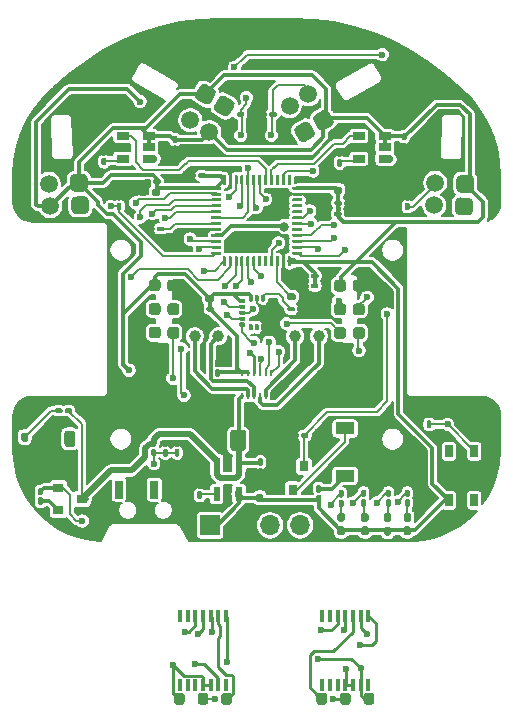
<source format=gtl>
G04 #@! TF.GenerationSoftware,KiCad,Pcbnew,(5.1.7)-1*
G04 #@! TF.CreationDate,2021-07-04T06:33:09+09:00*
G04 #@! TF.ProjectId,lapis,6c617069-732e-46b6-9963-61645f706362,rev?*
G04 #@! TF.SameCoordinates,Original*
G04 #@! TF.FileFunction,Copper,L1,Top*
G04 #@! TF.FilePolarity,Positive*
%FSLAX46Y46*%
G04 Gerber Fmt 4.6, Leading zero omitted, Abs format (unit mm)*
G04 Created by KiCad (PCBNEW (5.1.7)-1) date 2021-07-04 06:33:09*
%MOMM*%
%LPD*%
G01*
G04 APERTURE LIST*
G04 #@! TA.AperFunction,SMDPad,CuDef*
%ADD10R,0.700000X1.500000*%
G04 #@! TD*
G04 #@! TA.AperFunction,SMDPad,CuDef*
%ADD11R,0.600000X1.200000*%
G04 #@! TD*
G04 #@! TA.AperFunction,SMDPad,CuDef*
%ADD12R,0.250000X0.500000*%
G04 #@! TD*
G04 #@! TA.AperFunction,SMDPad,CuDef*
%ADD13R,0.450000X1.000000*%
G04 #@! TD*
G04 #@! TA.AperFunction,ComponentPad*
%ADD14C,1.000000*%
G04 #@! TD*
G04 #@! TA.AperFunction,SMDPad,CuDef*
%ADD15R,1.060000X0.650000*%
G04 #@! TD*
G04 #@! TA.AperFunction,SMDPad,CuDef*
%ADD16R,0.650000X1.050000*%
G04 #@! TD*
G04 #@! TA.AperFunction,ComponentPad*
%ADD17C,1.500000*%
G04 #@! TD*
G04 #@! TA.AperFunction,SMDPad,CuDef*
%ADD18R,0.800000X0.900000*%
G04 #@! TD*
G04 #@! TA.AperFunction,SMDPad,CuDef*
%ADD19R,0.900000X0.800000*%
G04 #@! TD*
G04 #@! TA.AperFunction,SMDPad,CuDef*
%ADD20R,1.600000X1.000000*%
G04 #@! TD*
G04 #@! TA.AperFunction,ComponentPad*
%ADD21O,1.700000X1.700000*%
G04 #@! TD*
G04 #@! TA.AperFunction,ComponentPad*
%ADD22R,1.700000X1.700000*%
G04 #@! TD*
G04 #@! TA.AperFunction,ComponentPad*
%ADD23O,0.900000X1.400000*%
G04 #@! TD*
G04 #@! TA.AperFunction,ViaPad*
%ADD24C,0.600000*%
G04 #@! TD*
G04 #@! TA.AperFunction,ViaPad*
%ADD25C,0.800000*%
G04 #@! TD*
G04 #@! TA.AperFunction,Conductor*
%ADD26C,0.200000*%
G04 #@! TD*
G04 #@! TA.AperFunction,Conductor*
%ADD27C,0.300000*%
G04 #@! TD*
G04 #@! TA.AperFunction,Conductor*
%ADD28C,0.250000*%
G04 #@! TD*
G04 #@! TA.AperFunction,Conductor*
%ADD29C,0.500000*%
G04 #@! TD*
G04 #@! TA.AperFunction,Conductor*
%ADD30C,0.100000*%
G04 #@! TD*
G04 APERTURE END LIST*
G04 #@! TA.AperFunction,SMDPad,CuDef*
G36*
G01*
X144575000Y-102962500D02*
X144575000Y-102587500D01*
G75*
G02*
X144662500Y-102500000I87500J0D01*
G01*
X144837500Y-102500000D01*
G75*
G02*
X144925000Y-102587500I0J-87500D01*
G01*
X144925000Y-102962500D01*
G75*
G02*
X144837500Y-103050000I-87500J0D01*
G01*
X144662500Y-103050000D01*
G75*
G02*
X144575000Y-102962500I0J87500D01*
G01*
G37*
G04 #@! TD.AperFunction*
G04 #@! TA.AperFunction,SMDPad,CuDef*
G36*
G01*
X145075000Y-102962500D02*
X145075000Y-102587500D01*
G75*
G02*
X145162500Y-102500000I87500J0D01*
G01*
X145337500Y-102500000D01*
G75*
G02*
X145425000Y-102587500I0J-87500D01*
G01*
X145425000Y-102962500D01*
G75*
G02*
X145337500Y-103050000I-87500J0D01*
G01*
X145162500Y-103050000D01*
G75*
G02*
X145075000Y-102962500I0J87500D01*
G01*
G37*
G04 #@! TD.AperFunction*
G04 #@! TA.AperFunction,SMDPad,CuDef*
G36*
G01*
X145575000Y-102962500D02*
X145575000Y-102587500D01*
G75*
G02*
X145662500Y-102500000I87500J0D01*
G01*
X145837500Y-102500000D01*
G75*
G02*
X145925000Y-102587500I0J-87500D01*
G01*
X145925000Y-102962500D01*
G75*
G02*
X145837500Y-103050000I-87500J0D01*
G01*
X145662500Y-103050000D01*
G75*
G02*
X145575000Y-102962500I0J87500D01*
G01*
G37*
G04 #@! TD.AperFunction*
G04 #@! TA.AperFunction,SMDPad,CuDef*
G36*
G01*
X146200000Y-103087500D02*
X146200000Y-102912500D01*
G75*
G02*
X146287500Y-102825000I87500J0D01*
G01*
X146662500Y-102825000D01*
G75*
G02*
X146750000Y-102912500I0J-87500D01*
G01*
X146750000Y-103087500D01*
G75*
G02*
X146662500Y-103175000I-87500J0D01*
G01*
X146287500Y-103175000D01*
G75*
G02*
X146200000Y-103087500I0J87500D01*
G01*
G37*
G04 #@! TD.AperFunction*
G04 #@! TA.AperFunction,SMDPad,CuDef*
G36*
G01*
X146200000Y-103587500D02*
X146200000Y-103412500D01*
G75*
G02*
X146287500Y-103325000I87500J0D01*
G01*
X146662500Y-103325000D01*
G75*
G02*
X146750000Y-103412500I0J-87500D01*
G01*
X146750000Y-103587500D01*
G75*
G02*
X146662500Y-103675000I-87500J0D01*
G01*
X146287500Y-103675000D01*
G75*
G02*
X146200000Y-103587500I0J87500D01*
G01*
G37*
G04 #@! TD.AperFunction*
G04 #@! TA.AperFunction,SMDPad,CuDef*
G36*
G01*
X146200000Y-104087500D02*
X146200000Y-103912500D01*
G75*
G02*
X146287500Y-103825000I87500J0D01*
G01*
X146662500Y-103825000D01*
G75*
G02*
X146750000Y-103912500I0J-87500D01*
G01*
X146750000Y-104087500D01*
G75*
G02*
X146662500Y-104175000I-87500J0D01*
G01*
X146287500Y-104175000D01*
G75*
G02*
X146200000Y-104087500I0J87500D01*
G01*
G37*
G04 #@! TD.AperFunction*
G04 #@! TA.AperFunction,SMDPad,CuDef*
G36*
G01*
X146200000Y-104587500D02*
X146200000Y-104412500D01*
G75*
G02*
X146287500Y-104325000I87500J0D01*
G01*
X146662500Y-104325000D01*
G75*
G02*
X146750000Y-104412500I0J-87500D01*
G01*
X146750000Y-104587500D01*
G75*
G02*
X146662500Y-104675000I-87500J0D01*
G01*
X146287500Y-104675000D01*
G75*
G02*
X146200000Y-104587500I0J87500D01*
G01*
G37*
G04 #@! TD.AperFunction*
G04 #@! TA.AperFunction,SMDPad,CuDef*
G36*
G01*
X146200000Y-105087500D02*
X146200000Y-104912500D01*
G75*
G02*
X146287500Y-104825000I87500J0D01*
G01*
X146662500Y-104825000D01*
G75*
G02*
X146750000Y-104912500I0J-87500D01*
G01*
X146750000Y-105087500D01*
G75*
G02*
X146662500Y-105175000I-87500J0D01*
G01*
X146287500Y-105175000D01*
G75*
G02*
X146200000Y-105087500I0J87500D01*
G01*
G37*
G04 #@! TD.AperFunction*
G04 #@! TA.AperFunction,SMDPad,CuDef*
G36*
G01*
X145575000Y-105412500D02*
X145575000Y-105037500D01*
G75*
G02*
X145662500Y-104950000I87500J0D01*
G01*
X145837500Y-104950000D01*
G75*
G02*
X145925000Y-105037500I0J-87500D01*
G01*
X145925000Y-105412500D01*
G75*
G02*
X145837500Y-105500000I-87500J0D01*
G01*
X145662500Y-105500000D01*
G75*
G02*
X145575000Y-105412500I0J87500D01*
G01*
G37*
G04 #@! TD.AperFunction*
G04 #@! TA.AperFunction,SMDPad,CuDef*
G36*
G01*
X145075000Y-105412500D02*
X145075000Y-105037500D01*
G75*
G02*
X145162500Y-104950000I87500J0D01*
G01*
X145337500Y-104950000D01*
G75*
G02*
X145425000Y-105037500I0J-87500D01*
G01*
X145425000Y-105412500D01*
G75*
G02*
X145337500Y-105500000I-87500J0D01*
G01*
X145162500Y-105500000D01*
G75*
G02*
X145075000Y-105412500I0J87500D01*
G01*
G37*
G04 #@! TD.AperFunction*
G04 #@! TA.AperFunction,SMDPad,CuDef*
G36*
G01*
X144575000Y-105412500D02*
X144575000Y-105037500D01*
G75*
G02*
X144662500Y-104950000I87500J0D01*
G01*
X144837500Y-104950000D01*
G75*
G02*
X144925000Y-105037500I0J-87500D01*
G01*
X144925000Y-105412500D01*
G75*
G02*
X144837500Y-105500000I-87500J0D01*
G01*
X144662500Y-105500000D01*
G75*
G02*
X144575000Y-105412500I0J87500D01*
G01*
G37*
G04 #@! TD.AperFunction*
G04 #@! TA.AperFunction,SMDPad,CuDef*
G36*
G01*
X143750000Y-105087500D02*
X143750000Y-104912500D01*
G75*
G02*
X143837500Y-104825000I87500J0D01*
G01*
X144212500Y-104825000D01*
G75*
G02*
X144300000Y-104912500I0J-87500D01*
G01*
X144300000Y-105087500D01*
G75*
G02*
X144212500Y-105175000I-87500J0D01*
G01*
X143837500Y-105175000D01*
G75*
G02*
X143750000Y-105087500I0J87500D01*
G01*
G37*
G04 #@! TD.AperFunction*
G04 #@! TA.AperFunction,SMDPad,CuDef*
G36*
G01*
X143750000Y-104587500D02*
X143750000Y-104412500D01*
G75*
G02*
X143837500Y-104325000I87500J0D01*
G01*
X144212500Y-104325000D01*
G75*
G02*
X144300000Y-104412500I0J-87500D01*
G01*
X144300000Y-104587500D01*
G75*
G02*
X144212500Y-104675000I-87500J0D01*
G01*
X143837500Y-104675000D01*
G75*
G02*
X143750000Y-104587500I0J87500D01*
G01*
G37*
G04 #@! TD.AperFunction*
G04 #@! TA.AperFunction,SMDPad,CuDef*
G36*
G01*
X143750000Y-104087500D02*
X143750000Y-103912500D01*
G75*
G02*
X143837500Y-103825000I87500J0D01*
G01*
X144212500Y-103825000D01*
G75*
G02*
X144300000Y-103912500I0J-87500D01*
G01*
X144300000Y-104087500D01*
G75*
G02*
X144212500Y-104175000I-87500J0D01*
G01*
X143837500Y-104175000D01*
G75*
G02*
X143750000Y-104087500I0J87500D01*
G01*
G37*
G04 #@! TD.AperFunction*
G04 #@! TA.AperFunction,SMDPad,CuDef*
G36*
G01*
X143750000Y-103587500D02*
X143750000Y-103412500D01*
G75*
G02*
X143837500Y-103325000I87500J0D01*
G01*
X144212500Y-103325000D01*
G75*
G02*
X144300000Y-103412500I0J-87500D01*
G01*
X144300000Y-103587500D01*
G75*
G02*
X144212500Y-103675000I-87500J0D01*
G01*
X143837500Y-103675000D01*
G75*
G02*
X143750000Y-103587500I0J87500D01*
G01*
G37*
G04 #@! TD.AperFunction*
G04 #@! TA.AperFunction,SMDPad,CuDef*
G36*
G01*
X143750000Y-103087500D02*
X143750000Y-102912500D01*
G75*
G02*
X143837500Y-102825000I87500J0D01*
G01*
X144212500Y-102825000D01*
G75*
G02*
X144300000Y-102912500I0J-87500D01*
G01*
X144300000Y-103087500D01*
G75*
G02*
X144212500Y-103175000I-87500J0D01*
G01*
X143837500Y-103175000D01*
G75*
G02*
X143750000Y-103087500I0J87500D01*
G01*
G37*
G04 #@! TD.AperFunction*
D10*
X138080000Y-118970000D03*
X136580000Y-118970000D03*
X133580000Y-118970000D03*
D11*
X143750000Y-119350000D03*
X141850000Y-119350000D03*
X141850000Y-116850000D03*
X142800000Y-116850000D03*
X143750000Y-116850000D03*
D12*
X144000000Y-109140000D03*
X144500000Y-109140000D03*
X145000000Y-109140000D03*
X145500000Y-109140000D03*
X146000000Y-109140000D03*
X146500000Y-109140000D03*
X146500000Y-111040000D03*
X146000000Y-111040000D03*
X145500000Y-111040000D03*
X145000000Y-111040000D03*
X144500000Y-111040000D03*
X144000000Y-111040000D03*
D13*
X142650000Y-135538000D03*
X142000000Y-135538000D03*
X141350000Y-135538000D03*
X140700000Y-135538000D03*
X140050000Y-135538000D03*
X139400000Y-135538000D03*
X138750000Y-135538000D03*
X138750000Y-129662000D03*
X139400000Y-129662000D03*
X140050000Y-129662000D03*
X140700000Y-129662000D03*
X141350000Y-129662000D03*
X142000000Y-129662000D03*
X142650000Y-129662000D03*
X154690000Y-135530000D03*
X154040000Y-135530000D03*
X153390000Y-135530000D03*
X152740000Y-135530000D03*
X152090000Y-135530000D03*
X151440000Y-135530000D03*
X150790000Y-135530000D03*
X150790000Y-129654000D03*
X151440000Y-129654000D03*
X152090000Y-129654000D03*
X152740000Y-129654000D03*
X153390000Y-129654000D03*
X154040000Y-129654000D03*
X154690000Y-129654000D03*
D14*
X148500000Y-106000000D03*
X150500000Y-106000000D03*
X142000000Y-106000000D03*
X140000000Y-106000000D03*
G04 #@! TA.AperFunction,SMDPad,CuDef*
G36*
G01*
X149670000Y-100790000D02*
X149670000Y-100990000D01*
G75*
G02*
X149570000Y-101090000I-100000J0D01*
G01*
X149135000Y-101090000D01*
G75*
G02*
X149035000Y-100990000I0J100000D01*
G01*
X149035000Y-100790000D01*
G75*
G02*
X149135000Y-100690000I100000J0D01*
G01*
X149570000Y-100690000D01*
G75*
G02*
X149670000Y-100790000I0J-100000D01*
G01*
G37*
G04 #@! TD.AperFunction*
G04 #@! TA.AperFunction,SMDPad,CuDef*
G36*
G01*
X150485000Y-100790000D02*
X150485000Y-100990000D01*
G75*
G02*
X150385000Y-101090000I-100000J0D01*
G01*
X149950000Y-101090000D01*
G75*
G02*
X149850000Y-100990000I0J100000D01*
G01*
X149850000Y-100790000D01*
G75*
G02*
X149950000Y-100690000I100000J0D01*
G01*
X150385000Y-100690000D01*
G75*
G02*
X150485000Y-100790000I0J-100000D01*
G01*
G37*
G04 #@! TD.AperFunction*
G04 #@! TA.AperFunction,SMDPad,CuDef*
G36*
G01*
X154300000Y-136965000D02*
X154300000Y-136415000D01*
G75*
G02*
X154525000Y-136190000I225000J0D01*
G01*
X154975000Y-136190000D01*
G75*
G02*
X155200000Y-136415000I0J-225000D01*
G01*
X155200000Y-136965000D01*
G75*
G02*
X154975000Y-137190000I-225000J0D01*
G01*
X154525000Y-137190000D01*
G75*
G02*
X154300000Y-136965000I0J225000D01*
G01*
G37*
G04 #@! TD.AperFunction*
G04 #@! TA.AperFunction,SMDPad,CuDef*
G36*
G01*
X152300000Y-136965000D02*
X152300000Y-136415000D01*
G75*
G02*
X152525000Y-136190000I225000J0D01*
G01*
X152975000Y-136190000D01*
G75*
G02*
X153200000Y-136415000I0J-225000D01*
G01*
X153200000Y-136965000D01*
G75*
G02*
X152975000Y-137190000I-225000J0D01*
G01*
X152525000Y-137190000D01*
G75*
G02*
X152300000Y-136965000I0J225000D01*
G01*
G37*
G04 #@! TD.AperFunction*
G04 #@! TA.AperFunction,SMDPad,CuDef*
G36*
G01*
X150300000Y-136965000D02*
X150300000Y-136415000D01*
G75*
G02*
X150525000Y-136190000I225000J0D01*
G01*
X150975000Y-136190000D01*
G75*
G02*
X151200000Y-136415000I0J-225000D01*
G01*
X151200000Y-136965000D01*
G75*
G02*
X150975000Y-137190000I-225000J0D01*
G01*
X150525000Y-137190000D01*
G75*
G02*
X150300000Y-136965000I0J225000D01*
G01*
G37*
G04 #@! TD.AperFunction*
G04 #@! TA.AperFunction,SMDPad,CuDef*
G36*
G01*
X142245000Y-136965000D02*
X142245000Y-136415000D01*
G75*
G02*
X142470000Y-136190000I225000J0D01*
G01*
X142920000Y-136190000D01*
G75*
G02*
X143145000Y-136415000I0J-225000D01*
G01*
X143145000Y-136965000D01*
G75*
G02*
X142920000Y-137190000I-225000J0D01*
G01*
X142470000Y-137190000D01*
G75*
G02*
X142245000Y-136965000I0J225000D01*
G01*
G37*
G04 #@! TD.AperFunction*
G04 #@! TA.AperFunction,SMDPad,CuDef*
G36*
G01*
X140245000Y-136965000D02*
X140245000Y-136415000D01*
G75*
G02*
X140470000Y-136190000I225000J0D01*
G01*
X140920000Y-136190000D01*
G75*
G02*
X141145000Y-136415000I0J-225000D01*
G01*
X141145000Y-136965000D01*
G75*
G02*
X140920000Y-137190000I-225000J0D01*
G01*
X140470000Y-137190000D01*
G75*
G02*
X140245000Y-136965000I0J225000D01*
G01*
G37*
G04 #@! TD.AperFunction*
G04 #@! TA.AperFunction,SMDPad,CuDef*
G36*
G01*
X138245000Y-136965000D02*
X138245000Y-136415000D01*
G75*
G02*
X138470000Y-136190000I225000J0D01*
G01*
X138920000Y-136190000D01*
G75*
G02*
X139145000Y-136415000I0J-225000D01*
G01*
X139145000Y-136965000D01*
G75*
G02*
X138920000Y-137190000I-225000J0D01*
G01*
X138470000Y-137190000D01*
G75*
G02*
X138245000Y-136965000I0J225000D01*
G01*
G37*
G04 #@! TD.AperFunction*
G04 #@! TA.AperFunction,SMDPad,CuDef*
G36*
G01*
X150590000Y-119220000D02*
X150390000Y-119220000D01*
G75*
G02*
X150290000Y-119120000I0J100000D01*
G01*
X150290000Y-118685000D01*
G75*
G02*
X150390000Y-118585000I100000J0D01*
G01*
X150590000Y-118585000D01*
G75*
G02*
X150690000Y-118685000I0J-100000D01*
G01*
X150690000Y-119120000D01*
G75*
G02*
X150590000Y-119220000I-100000J0D01*
G01*
G37*
G04 #@! TD.AperFunction*
G04 #@! TA.AperFunction,SMDPad,CuDef*
G36*
G01*
X150590000Y-120035000D02*
X150390000Y-120035000D01*
G75*
G02*
X150290000Y-119935000I0J100000D01*
G01*
X150290000Y-119500000D01*
G75*
G02*
X150390000Y-119400000I100000J0D01*
G01*
X150590000Y-119400000D01*
G75*
G02*
X150690000Y-119500000I0J-100000D01*
G01*
X150690000Y-119935000D01*
G75*
G02*
X150590000Y-120035000I-100000J0D01*
G01*
G37*
G04 #@! TD.AperFunction*
G04 #@! TA.AperFunction,SMDPad,CuDef*
G36*
G01*
X148810000Y-114300000D02*
X148810000Y-114500000D01*
G75*
G02*
X148710000Y-114600000I-100000J0D01*
G01*
X148275000Y-114600000D01*
G75*
G02*
X148175000Y-114500000I0J100000D01*
G01*
X148175000Y-114300000D01*
G75*
G02*
X148275000Y-114200000I100000J0D01*
G01*
X148710000Y-114200000D01*
G75*
G02*
X148810000Y-114300000I0J-100000D01*
G01*
G37*
G04 #@! TD.AperFunction*
G04 #@! TA.AperFunction,SMDPad,CuDef*
G36*
G01*
X149625000Y-114300000D02*
X149625000Y-114500000D01*
G75*
G02*
X149525000Y-114600000I-100000J0D01*
G01*
X149090000Y-114600000D01*
G75*
G02*
X148990000Y-114500000I0J100000D01*
G01*
X148990000Y-114300000D01*
G75*
G02*
X149090000Y-114200000I100000J0D01*
G01*
X149525000Y-114200000D01*
G75*
G02*
X149625000Y-114300000I0J-100000D01*
G01*
G37*
G04 #@! TD.AperFunction*
G04 #@! TA.AperFunction,SMDPad,CuDef*
G36*
G01*
X159930000Y-112940000D02*
X159730000Y-112940000D01*
G75*
G02*
X159630000Y-112840000I0J100000D01*
G01*
X159630000Y-112405000D01*
G75*
G02*
X159730000Y-112305000I100000J0D01*
G01*
X159930000Y-112305000D01*
G75*
G02*
X160030000Y-112405000I0J-100000D01*
G01*
X160030000Y-112840000D01*
G75*
G02*
X159930000Y-112940000I-100000J0D01*
G01*
G37*
G04 #@! TD.AperFunction*
G04 #@! TA.AperFunction,SMDPad,CuDef*
G36*
G01*
X159930000Y-113755000D02*
X159730000Y-113755000D01*
G75*
G02*
X159630000Y-113655000I0J100000D01*
G01*
X159630000Y-113220000D01*
G75*
G02*
X159730000Y-113120000I100000J0D01*
G01*
X159930000Y-113120000D01*
G75*
G02*
X160030000Y-113220000I0J-100000D01*
G01*
X160030000Y-113655000D01*
G75*
G02*
X159930000Y-113755000I-100000J0D01*
G01*
G37*
G04 #@! TD.AperFunction*
G04 #@! TA.AperFunction,SMDPad,CuDef*
G36*
G01*
X152500000Y-119642500D02*
X152300000Y-119642500D01*
G75*
G02*
X152200000Y-119542500I0J100000D01*
G01*
X152200000Y-119107500D01*
G75*
G02*
X152300000Y-119007500I100000J0D01*
G01*
X152500000Y-119007500D01*
G75*
G02*
X152600000Y-119107500I0J-100000D01*
G01*
X152600000Y-119542500D01*
G75*
G02*
X152500000Y-119642500I-100000J0D01*
G01*
G37*
G04 #@! TD.AperFunction*
G04 #@! TA.AperFunction,SMDPad,CuDef*
G36*
G01*
X152500000Y-120457500D02*
X152300000Y-120457500D01*
G75*
G02*
X152200000Y-120357500I0J100000D01*
G01*
X152200000Y-119922500D01*
G75*
G02*
X152300000Y-119822500I100000J0D01*
G01*
X152500000Y-119822500D01*
G75*
G02*
X152600000Y-119922500I0J-100000D01*
G01*
X152600000Y-120357500D01*
G75*
G02*
X152500000Y-120457500I-100000J0D01*
G01*
G37*
G04 #@! TD.AperFunction*
G04 #@! TA.AperFunction,SMDPad,CuDef*
G36*
G01*
X154400000Y-119610000D02*
X154200000Y-119610000D01*
G75*
G02*
X154100000Y-119510000I0J100000D01*
G01*
X154100000Y-119075000D01*
G75*
G02*
X154200000Y-118975000I100000J0D01*
G01*
X154400000Y-118975000D01*
G75*
G02*
X154500000Y-119075000I0J-100000D01*
G01*
X154500000Y-119510000D01*
G75*
G02*
X154400000Y-119610000I-100000J0D01*
G01*
G37*
G04 #@! TD.AperFunction*
G04 #@! TA.AperFunction,SMDPad,CuDef*
G36*
G01*
X154400000Y-120425000D02*
X154200000Y-120425000D01*
G75*
G02*
X154100000Y-120325000I0J100000D01*
G01*
X154100000Y-119890000D01*
G75*
G02*
X154200000Y-119790000I100000J0D01*
G01*
X154400000Y-119790000D01*
G75*
G02*
X154500000Y-119890000I0J-100000D01*
G01*
X154500000Y-120325000D01*
G75*
G02*
X154400000Y-120425000I-100000J0D01*
G01*
G37*
G04 #@! TD.AperFunction*
G04 #@! TA.AperFunction,SMDPad,CuDef*
G36*
G01*
X156500000Y-119610000D02*
X156300000Y-119610000D01*
G75*
G02*
X156200000Y-119510000I0J100000D01*
G01*
X156200000Y-119075000D01*
G75*
G02*
X156300000Y-118975000I100000J0D01*
G01*
X156500000Y-118975000D01*
G75*
G02*
X156600000Y-119075000I0J-100000D01*
G01*
X156600000Y-119510000D01*
G75*
G02*
X156500000Y-119610000I-100000J0D01*
G01*
G37*
G04 #@! TD.AperFunction*
G04 #@! TA.AperFunction,SMDPad,CuDef*
G36*
G01*
X156500000Y-120425000D02*
X156300000Y-120425000D01*
G75*
G02*
X156200000Y-120325000I0J100000D01*
G01*
X156200000Y-119890000D01*
G75*
G02*
X156300000Y-119790000I100000J0D01*
G01*
X156500000Y-119790000D01*
G75*
G02*
X156600000Y-119890000I0J-100000D01*
G01*
X156600000Y-120325000D01*
G75*
G02*
X156500000Y-120425000I-100000J0D01*
G01*
G37*
G04 #@! TD.AperFunction*
G04 #@! TA.AperFunction,SMDPad,CuDef*
G36*
G01*
X158100000Y-119610000D02*
X157900000Y-119610000D01*
G75*
G02*
X157800000Y-119510000I0J100000D01*
G01*
X157800000Y-119075000D01*
G75*
G02*
X157900000Y-118975000I100000J0D01*
G01*
X158100000Y-118975000D01*
G75*
G02*
X158200000Y-119075000I0J-100000D01*
G01*
X158200000Y-119510000D01*
G75*
G02*
X158100000Y-119610000I-100000J0D01*
G01*
G37*
G04 #@! TD.AperFunction*
G04 #@! TA.AperFunction,SMDPad,CuDef*
G36*
G01*
X158100000Y-120425000D02*
X157900000Y-120425000D01*
G75*
G02*
X157800000Y-120325000I0J100000D01*
G01*
X157800000Y-119890000D01*
G75*
G02*
X157900000Y-119790000I100000J0D01*
G01*
X158100000Y-119790000D01*
G75*
G02*
X158200000Y-119890000I0J-100000D01*
G01*
X158200000Y-120325000D01*
G75*
G02*
X158100000Y-120425000I-100000J0D01*
G01*
G37*
G04 #@! TD.AperFunction*
G04 #@! TA.AperFunction,SMDPad,CuDef*
G36*
G01*
X152360000Y-90810000D02*
X152160000Y-90810000D01*
G75*
G02*
X152060000Y-90710000I0J100000D01*
G01*
X152060000Y-90275000D01*
G75*
G02*
X152160000Y-90175000I100000J0D01*
G01*
X152360000Y-90175000D01*
G75*
G02*
X152460000Y-90275000I0J-100000D01*
G01*
X152460000Y-90710000D01*
G75*
G02*
X152360000Y-90810000I-100000J0D01*
G01*
G37*
G04 #@! TD.AperFunction*
G04 #@! TA.AperFunction,SMDPad,CuDef*
G36*
G01*
X152360000Y-91625000D02*
X152160000Y-91625000D01*
G75*
G02*
X152060000Y-91525000I0J100000D01*
G01*
X152060000Y-91090000D01*
G75*
G02*
X152160000Y-90990000I100000J0D01*
G01*
X152360000Y-90990000D01*
G75*
G02*
X152460000Y-91090000I0J-100000D01*
G01*
X152460000Y-91525000D01*
G75*
G02*
X152360000Y-91625000I-100000J0D01*
G01*
G37*
G04 #@! TD.AperFunction*
G04 #@! TA.AperFunction,SMDPad,CuDef*
G36*
G01*
X128990000Y-112400000D02*
X128990000Y-112200000D01*
G75*
G02*
X129090000Y-112100000I100000J0D01*
G01*
X129525000Y-112100000D01*
G75*
G02*
X129625000Y-112200000I0J-100000D01*
G01*
X129625000Y-112400000D01*
G75*
G02*
X129525000Y-112500000I-100000J0D01*
G01*
X129090000Y-112500000D01*
G75*
G02*
X128990000Y-112400000I0J100000D01*
G01*
G37*
G04 #@! TD.AperFunction*
G04 #@! TA.AperFunction,SMDPad,CuDef*
G36*
G01*
X128175000Y-112400000D02*
X128175000Y-112200000D01*
G75*
G02*
X128275000Y-112100000I100000J0D01*
G01*
X128710000Y-112100000D01*
G75*
G02*
X128810000Y-112200000I0J-100000D01*
G01*
X128810000Y-112400000D01*
G75*
G02*
X128710000Y-112500000I-100000J0D01*
G01*
X128275000Y-112500000D01*
G75*
G02*
X128175000Y-112400000I0J100000D01*
G01*
G37*
G04 #@! TD.AperFunction*
G04 #@! TA.AperFunction,SMDPad,CuDef*
G36*
G01*
X137400000Y-115550000D02*
X137600000Y-115550000D01*
G75*
G02*
X137700000Y-115650000I0J-100000D01*
G01*
X137700000Y-116085000D01*
G75*
G02*
X137600000Y-116185000I-100000J0D01*
G01*
X137400000Y-116185000D01*
G75*
G02*
X137300000Y-116085000I0J100000D01*
G01*
X137300000Y-115650000D01*
G75*
G02*
X137400000Y-115550000I100000J0D01*
G01*
G37*
G04 #@! TD.AperFunction*
G04 #@! TA.AperFunction,SMDPad,CuDef*
G36*
G01*
X137400000Y-114735000D02*
X137600000Y-114735000D01*
G75*
G02*
X137700000Y-114835000I0J-100000D01*
G01*
X137700000Y-115270000D01*
G75*
G02*
X137600000Y-115370000I-100000J0D01*
G01*
X137400000Y-115370000D01*
G75*
G02*
X137300000Y-115270000I0J100000D01*
G01*
X137300000Y-114835000D01*
G75*
G02*
X137400000Y-114735000I100000J0D01*
G01*
G37*
G04 #@! TD.AperFunction*
G04 #@! TA.AperFunction,SMDPad,CuDef*
G36*
G01*
X136630000Y-115350000D02*
X136430000Y-115350000D01*
G75*
G02*
X136330000Y-115250000I0J100000D01*
G01*
X136330000Y-114815000D01*
G75*
G02*
X136430000Y-114715000I100000J0D01*
G01*
X136630000Y-114715000D01*
G75*
G02*
X136730000Y-114815000I0J-100000D01*
G01*
X136730000Y-115250000D01*
G75*
G02*
X136630000Y-115350000I-100000J0D01*
G01*
G37*
G04 #@! TD.AperFunction*
G04 #@! TA.AperFunction,SMDPad,CuDef*
G36*
G01*
X136630000Y-116165000D02*
X136430000Y-116165000D01*
G75*
G02*
X136330000Y-116065000I0J100000D01*
G01*
X136330000Y-115630000D01*
G75*
G02*
X136430000Y-115530000I100000J0D01*
G01*
X136630000Y-115530000D01*
G75*
G02*
X136730000Y-115630000I0J-100000D01*
G01*
X136730000Y-116065000D01*
G75*
G02*
X136630000Y-116165000I-100000J0D01*
G01*
G37*
G04 #@! TD.AperFunction*
G04 #@! TA.AperFunction,SMDPad,CuDef*
G36*
G01*
X126830000Y-119640000D02*
X127030000Y-119640000D01*
G75*
G02*
X127130000Y-119740000I0J-100000D01*
G01*
X127130000Y-120175000D01*
G75*
G02*
X127030000Y-120275000I-100000J0D01*
G01*
X126830000Y-120275000D01*
G75*
G02*
X126730000Y-120175000I0J100000D01*
G01*
X126730000Y-119740000D01*
G75*
G02*
X126830000Y-119640000I100000J0D01*
G01*
G37*
G04 #@! TD.AperFunction*
G04 #@! TA.AperFunction,SMDPad,CuDef*
G36*
G01*
X126830000Y-118825000D02*
X127030000Y-118825000D01*
G75*
G02*
X127130000Y-118925000I0J-100000D01*
G01*
X127130000Y-119360000D01*
G75*
G02*
X127030000Y-119460000I-100000J0D01*
G01*
X126830000Y-119460000D01*
G75*
G02*
X126730000Y-119360000I0J100000D01*
G01*
X126730000Y-118925000D01*
G75*
G02*
X126830000Y-118825000I100000J0D01*
G01*
G37*
G04 #@! TD.AperFunction*
G04 #@! TA.AperFunction,SMDPad,CuDef*
G36*
G01*
X144390000Y-87300000D02*
X144390000Y-87100000D01*
G75*
G02*
X144490000Y-87000000I100000J0D01*
G01*
X144925000Y-87000000D01*
G75*
G02*
X145025000Y-87100000I0J-100000D01*
G01*
X145025000Y-87300000D01*
G75*
G02*
X144925000Y-87400000I-100000J0D01*
G01*
X144490000Y-87400000D01*
G75*
G02*
X144390000Y-87300000I0J100000D01*
G01*
G37*
G04 #@! TD.AperFunction*
G04 #@! TA.AperFunction,SMDPad,CuDef*
G36*
G01*
X143575000Y-87300000D02*
X143575000Y-87100000D01*
G75*
G02*
X143675000Y-87000000I100000J0D01*
G01*
X144110000Y-87000000D01*
G75*
G02*
X144210000Y-87100000I0J-100000D01*
G01*
X144210000Y-87300000D01*
G75*
G02*
X144110000Y-87400000I-100000J0D01*
G01*
X143675000Y-87400000D01*
G75*
G02*
X143575000Y-87300000I0J100000D01*
G01*
G37*
G04 #@! TD.AperFunction*
G04 #@! TA.AperFunction,SMDPad,CuDef*
G36*
G01*
X133700000Y-94510000D02*
X133500000Y-94510000D01*
G75*
G02*
X133400000Y-94410000I0J100000D01*
G01*
X133400000Y-93975000D01*
G75*
G02*
X133500000Y-93875000I100000J0D01*
G01*
X133700000Y-93875000D01*
G75*
G02*
X133800000Y-93975000I0J-100000D01*
G01*
X133800000Y-94410000D01*
G75*
G02*
X133700000Y-94510000I-100000J0D01*
G01*
G37*
G04 #@! TD.AperFunction*
G04 #@! TA.AperFunction,SMDPad,CuDef*
G36*
G01*
X133700000Y-95325000D02*
X133500000Y-95325000D01*
G75*
G02*
X133400000Y-95225000I0J100000D01*
G01*
X133400000Y-94790000D01*
G75*
G02*
X133500000Y-94690000I100000J0D01*
G01*
X133700000Y-94690000D01*
G75*
G02*
X133800000Y-94790000I0J-100000D01*
G01*
X133800000Y-95225000D01*
G75*
G02*
X133700000Y-95325000I-100000J0D01*
G01*
G37*
G04 #@! TD.AperFunction*
G04 #@! TA.AperFunction,SMDPad,CuDef*
G36*
G01*
X158100000Y-94510000D02*
X157900000Y-94510000D01*
G75*
G02*
X157800000Y-94410000I0J100000D01*
G01*
X157800000Y-93975000D01*
G75*
G02*
X157900000Y-93875000I100000J0D01*
G01*
X158100000Y-93875000D01*
G75*
G02*
X158200000Y-93975000I0J-100000D01*
G01*
X158200000Y-94410000D01*
G75*
G02*
X158100000Y-94510000I-100000J0D01*
G01*
G37*
G04 #@! TD.AperFunction*
G04 #@! TA.AperFunction,SMDPad,CuDef*
G36*
G01*
X158100000Y-95325000D02*
X157900000Y-95325000D01*
G75*
G02*
X157800000Y-95225000I0J100000D01*
G01*
X157800000Y-94790000D01*
G75*
G02*
X157900000Y-94690000I100000J0D01*
G01*
X158100000Y-94690000D01*
G75*
G02*
X158200000Y-94790000I0J-100000D01*
G01*
X158200000Y-95225000D01*
G75*
G02*
X158100000Y-95325000I-100000J0D01*
G01*
G37*
G04 #@! TD.AperFunction*
G04 #@! TA.AperFunction,SMDPad,CuDef*
G36*
G01*
X146110000Y-87100000D02*
X146110000Y-87300000D01*
G75*
G02*
X146010000Y-87400000I-100000J0D01*
G01*
X145575000Y-87400000D01*
G75*
G02*
X145475000Y-87300000I0J100000D01*
G01*
X145475000Y-87100000D01*
G75*
G02*
X145575000Y-87000000I100000J0D01*
G01*
X146010000Y-87000000D01*
G75*
G02*
X146110000Y-87100000I0J-100000D01*
G01*
G37*
G04 #@! TD.AperFunction*
G04 #@! TA.AperFunction,SMDPad,CuDef*
G36*
G01*
X146925000Y-87100000D02*
X146925000Y-87300000D01*
G75*
G02*
X146825000Y-87400000I-100000J0D01*
G01*
X146390000Y-87400000D01*
G75*
G02*
X146290000Y-87300000I0J100000D01*
G01*
X146290000Y-87100000D01*
G75*
G02*
X146390000Y-87000000I100000J0D01*
G01*
X146825000Y-87000000D01*
G75*
G02*
X146925000Y-87100000I0J-100000D01*
G01*
G37*
G04 #@! TD.AperFunction*
G04 #@! TA.AperFunction,SMDPad,CuDef*
G36*
G01*
X132400000Y-90712500D02*
X132200000Y-90712500D01*
G75*
G02*
X132100000Y-90612500I0J100000D01*
G01*
X132100000Y-90177500D01*
G75*
G02*
X132200000Y-90077500I100000J0D01*
G01*
X132400000Y-90077500D01*
G75*
G02*
X132500000Y-90177500I0J-100000D01*
G01*
X132500000Y-90612500D01*
G75*
G02*
X132400000Y-90712500I-100000J0D01*
G01*
G37*
G04 #@! TD.AperFunction*
G04 #@! TA.AperFunction,SMDPad,CuDef*
G36*
G01*
X132400000Y-91527500D02*
X132200000Y-91527500D01*
G75*
G02*
X132100000Y-91427500I0J100000D01*
G01*
X132100000Y-90992500D01*
G75*
G02*
X132200000Y-90892500I100000J0D01*
G01*
X132400000Y-90892500D01*
G75*
G02*
X132500000Y-90992500I0J-100000D01*
G01*
X132500000Y-91427500D01*
G75*
G02*
X132400000Y-91527500I-100000J0D01*
G01*
G37*
G04 #@! TD.AperFunction*
G04 #@! TA.AperFunction,SMDPad,CuDef*
G36*
G01*
X152240000Y-122090000D02*
X152560000Y-122090000D01*
G75*
G02*
X152720000Y-122250000I0J-160000D01*
G01*
X152720000Y-122695000D01*
G75*
G02*
X152560000Y-122855000I-160000J0D01*
G01*
X152240000Y-122855000D01*
G75*
G02*
X152080000Y-122695000I0J160000D01*
G01*
X152080000Y-122250000D01*
G75*
G02*
X152240000Y-122090000I160000J0D01*
G01*
G37*
G04 #@! TD.AperFunction*
G04 #@! TA.AperFunction,SMDPad,CuDef*
G36*
G01*
X152240000Y-120945000D02*
X152560000Y-120945000D01*
G75*
G02*
X152720000Y-121105000I0J-160000D01*
G01*
X152720000Y-121550000D01*
G75*
G02*
X152560000Y-121710000I-160000J0D01*
G01*
X152240000Y-121710000D01*
G75*
G02*
X152080000Y-121550000I0J160000D01*
G01*
X152080000Y-121105000D01*
G75*
G02*
X152240000Y-120945000I160000J0D01*
G01*
G37*
G04 #@! TD.AperFunction*
G04 #@! TA.AperFunction,SMDPad,CuDef*
G36*
G01*
X154240000Y-122090000D02*
X154560000Y-122090000D01*
G75*
G02*
X154720000Y-122250000I0J-160000D01*
G01*
X154720000Y-122695000D01*
G75*
G02*
X154560000Y-122855000I-160000J0D01*
G01*
X154240000Y-122855000D01*
G75*
G02*
X154080000Y-122695000I0J160000D01*
G01*
X154080000Y-122250000D01*
G75*
G02*
X154240000Y-122090000I160000J0D01*
G01*
G37*
G04 #@! TD.AperFunction*
G04 #@! TA.AperFunction,SMDPad,CuDef*
G36*
G01*
X154240000Y-120945000D02*
X154560000Y-120945000D01*
G75*
G02*
X154720000Y-121105000I0J-160000D01*
G01*
X154720000Y-121550000D01*
G75*
G02*
X154560000Y-121710000I-160000J0D01*
G01*
X154240000Y-121710000D01*
G75*
G02*
X154080000Y-121550000I0J160000D01*
G01*
X154080000Y-121105000D01*
G75*
G02*
X154240000Y-120945000I160000J0D01*
G01*
G37*
G04 #@! TD.AperFunction*
G04 #@! TA.AperFunction,SMDPad,CuDef*
G36*
G01*
X156160000Y-122100000D02*
X156480000Y-122100000D01*
G75*
G02*
X156640000Y-122260000I0J-160000D01*
G01*
X156640000Y-122705000D01*
G75*
G02*
X156480000Y-122865000I-160000J0D01*
G01*
X156160000Y-122865000D01*
G75*
G02*
X156000000Y-122705000I0J160000D01*
G01*
X156000000Y-122260000D01*
G75*
G02*
X156160000Y-122100000I160000J0D01*
G01*
G37*
G04 #@! TD.AperFunction*
G04 #@! TA.AperFunction,SMDPad,CuDef*
G36*
G01*
X156160000Y-120955000D02*
X156480000Y-120955000D01*
G75*
G02*
X156640000Y-121115000I0J-160000D01*
G01*
X156640000Y-121560000D01*
G75*
G02*
X156480000Y-121720000I-160000J0D01*
G01*
X156160000Y-121720000D01*
G75*
G02*
X156000000Y-121560000I0J160000D01*
G01*
X156000000Y-121115000D01*
G75*
G02*
X156160000Y-120955000I160000J0D01*
G01*
G37*
G04 #@! TD.AperFunction*
G04 #@! TA.AperFunction,SMDPad,CuDef*
G36*
G01*
X157840000Y-122090000D02*
X158160000Y-122090000D01*
G75*
G02*
X158320000Y-122250000I0J-160000D01*
G01*
X158320000Y-122695000D01*
G75*
G02*
X158160000Y-122855000I-160000J0D01*
G01*
X157840000Y-122855000D01*
G75*
G02*
X157680000Y-122695000I0J160000D01*
G01*
X157680000Y-122250000D01*
G75*
G02*
X157840000Y-122090000I160000J0D01*
G01*
G37*
G04 #@! TD.AperFunction*
G04 #@! TA.AperFunction,SMDPad,CuDef*
G36*
G01*
X157840000Y-120945000D02*
X158160000Y-120945000D01*
G75*
G02*
X158320000Y-121105000I0J-160000D01*
G01*
X158320000Y-121550000D01*
G75*
G02*
X158160000Y-121710000I-160000J0D01*
G01*
X157840000Y-121710000D01*
G75*
G02*
X157680000Y-121550000I0J160000D01*
G01*
X157680000Y-121105000D01*
G75*
G02*
X157840000Y-120945000I160000J0D01*
G01*
G37*
G04 #@! TD.AperFunction*
G04 #@! TA.AperFunction,SMDPad,CuDef*
G36*
G01*
X125760000Y-114910000D02*
X125440000Y-114910000D01*
G75*
G02*
X125280000Y-114750000I0J160000D01*
G01*
X125280000Y-114305000D01*
G75*
G02*
X125440000Y-114145000I160000J0D01*
G01*
X125760000Y-114145000D01*
G75*
G02*
X125920000Y-114305000I0J-160000D01*
G01*
X125920000Y-114750000D01*
G75*
G02*
X125760000Y-114910000I-160000J0D01*
G01*
G37*
G04 #@! TD.AperFunction*
G04 #@! TA.AperFunction,SMDPad,CuDef*
G36*
G01*
X125760000Y-116055000D02*
X125440000Y-116055000D01*
G75*
G02*
X125280000Y-115895000I0J160000D01*
G01*
X125280000Y-115450000D01*
G75*
G02*
X125440000Y-115290000I160000J0D01*
G01*
X125760000Y-115290000D01*
G75*
G02*
X125920000Y-115450000I0J-160000D01*
G01*
X125920000Y-115895000D01*
G75*
G02*
X125760000Y-116055000I-160000J0D01*
G01*
G37*
G04 #@! TD.AperFunction*
G04 #@! TA.AperFunction,SMDPad,CuDef*
G36*
G01*
X148950000Y-102785000D02*
X148950000Y-102475000D01*
G75*
G02*
X149105000Y-102320000I155000J0D01*
G01*
X149530000Y-102320000D01*
G75*
G02*
X149685000Y-102475000I0J-155000D01*
G01*
X149685000Y-102785000D01*
G75*
G02*
X149530000Y-102940000I-155000J0D01*
G01*
X149105000Y-102940000D01*
G75*
G02*
X148950000Y-102785000I0J155000D01*
G01*
G37*
G04 #@! TD.AperFunction*
G04 #@! TA.AperFunction,SMDPad,CuDef*
G36*
G01*
X147815000Y-102785000D02*
X147815000Y-102475000D01*
G75*
G02*
X147970000Y-102320000I155000J0D01*
G01*
X148395000Y-102320000D01*
G75*
G02*
X148550000Y-102475000I0J-155000D01*
G01*
X148550000Y-102785000D01*
G75*
G02*
X148395000Y-102940000I-155000J0D01*
G01*
X147970000Y-102940000D01*
G75*
G02*
X147815000Y-102785000I0J155000D01*
G01*
G37*
G04 #@! TD.AperFunction*
G04 #@! TA.AperFunction,SMDPad,CuDef*
G36*
G01*
X136610000Y-96800000D02*
X136610000Y-97000000D01*
G75*
G02*
X136510000Y-97100000I-100000J0D01*
G01*
X136075000Y-97100000D01*
G75*
G02*
X135975000Y-97000000I0J100000D01*
G01*
X135975000Y-96800000D01*
G75*
G02*
X136075000Y-96700000I100000J0D01*
G01*
X136510000Y-96700000D01*
G75*
G02*
X136610000Y-96800000I0J-100000D01*
G01*
G37*
G04 #@! TD.AperFunction*
G04 #@! TA.AperFunction,SMDPad,CuDef*
G36*
G01*
X137425000Y-96800000D02*
X137425000Y-97000000D01*
G75*
G02*
X137325000Y-97100000I-100000J0D01*
G01*
X136890000Y-97100000D01*
G75*
G02*
X136790000Y-97000000I0J100000D01*
G01*
X136790000Y-96800000D01*
G75*
G02*
X136890000Y-96700000I100000J0D01*
G01*
X137325000Y-96700000D01*
G75*
G02*
X137425000Y-96800000I0J-100000D01*
G01*
G37*
G04 #@! TD.AperFunction*
G04 #@! TA.AperFunction,SMDPad,CuDef*
G36*
G01*
X136317500Y-92800000D02*
X136317500Y-93000000D01*
G75*
G02*
X136217500Y-93100000I-100000J0D01*
G01*
X135782500Y-93100000D01*
G75*
G02*
X135682500Y-93000000I0J100000D01*
G01*
X135682500Y-92800000D01*
G75*
G02*
X135782500Y-92700000I100000J0D01*
G01*
X136217500Y-92700000D01*
G75*
G02*
X136317500Y-92800000I0J-100000D01*
G01*
G37*
G04 #@! TD.AperFunction*
G04 #@! TA.AperFunction,SMDPad,CuDef*
G36*
G01*
X137132500Y-92800000D02*
X137132500Y-93000000D01*
G75*
G02*
X137032500Y-93100000I-100000J0D01*
G01*
X136597500Y-93100000D01*
G75*
G02*
X136497500Y-93000000I0J100000D01*
G01*
X136497500Y-92800000D01*
G75*
G02*
X136597500Y-92700000I100000J0D01*
G01*
X137032500Y-92700000D01*
G75*
G02*
X137132500Y-92800000I0J-100000D01*
G01*
G37*
G04 #@! TD.AperFunction*
G04 #@! TA.AperFunction,SMDPad,CuDef*
G36*
G01*
X149660000Y-101640000D02*
X149660000Y-101840000D01*
G75*
G02*
X149560000Y-101940000I-100000J0D01*
G01*
X149125000Y-101940000D01*
G75*
G02*
X149025000Y-101840000I0J100000D01*
G01*
X149025000Y-101640000D01*
G75*
G02*
X149125000Y-101540000I100000J0D01*
G01*
X149560000Y-101540000D01*
G75*
G02*
X149660000Y-101640000I0J-100000D01*
G01*
G37*
G04 #@! TD.AperFunction*
G04 #@! TA.AperFunction,SMDPad,CuDef*
G36*
G01*
X150475000Y-101640000D02*
X150475000Y-101840000D01*
G75*
G02*
X150375000Y-101940000I-100000J0D01*
G01*
X149940000Y-101940000D01*
G75*
G02*
X149840000Y-101840000I0J100000D01*
G01*
X149840000Y-101640000D01*
G75*
G02*
X149940000Y-101540000I100000J0D01*
G01*
X150375000Y-101540000D01*
G75*
G02*
X150475000Y-101640000I0J-100000D01*
G01*
G37*
G04 #@! TD.AperFunction*
G04 #@! TA.AperFunction,SMDPad,CuDef*
G36*
G01*
X140110000Y-92300000D02*
X140110000Y-92500000D01*
G75*
G02*
X140010000Y-92600000I-100000J0D01*
G01*
X139575000Y-92600000D01*
G75*
G02*
X139475000Y-92500000I0J100000D01*
G01*
X139475000Y-92300000D01*
G75*
G02*
X139575000Y-92200000I100000J0D01*
G01*
X140010000Y-92200000D01*
G75*
G02*
X140110000Y-92300000I0J-100000D01*
G01*
G37*
G04 #@! TD.AperFunction*
G04 #@! TA.AperFunction,SMDPad,CuDef*
G36*
G01*
X140925000Y-92300000D02*
X140925000Y-92500000D01*
G75*
G02*
X140825000Y-92600000I-100000J0D01*
G01*
X140390000Y-92600000D01*
G75*
G02*
X140290000Y-92500000I0J100000D01*
G01*
X140290000Y-92300000D01*
G75*
G02*
X140390000Y-92200000I100000J0D01*
G01*
X140825000Y-92200000D01*
G75*
G02*
X140925000Y-92300000I0J-100000D01*
G01*
G37*
G04 #@! TD.AperFunction*
G04 #@! TA.AperFunction,SMDPad,CuDef*
G36*
G01*
X152647500Y-94820000D02*
X152647500Y-94620000D01*
G75*
G02*
X152747500Y-94520000I100000J0D01*
G01*
X153182500Y-94520000D01*
G75*
G02*
X153282500Y-94620000I0J-100000D01*
G01*
X153282500Y-94820000D01*
G75*
G02*
X153182500Y-94920000I-100000J0D01*
G01*
X152747500Y-94920000D01*
G75*
G02*
X152647500Y-94820000I0J100000D01*
G01*
G37*
G04 #@! TD.AperFunction*
G04 #@! TA.AperFunction,SMDPad,CuDef*
G36*
G01*
X151832500Y-94820000D02*
X151832500Y-94620000D01*
G75*
G02*
X151932500Y-94520000I100000J0D01*
G01*
X152367500Y-94520000D01*
G75*
G02*
X152467500Y-94620000I0J-100000D01*
G01*
X152467500Y-94820000D01*
G75*
G02*
X152367500Y-94920000I-100000J0D01*
G01*
X151932500Y-94920000D01*
G75*
G02*
X151832500Y-94820000I0J100000D01*
G01*
G37*
G04 #@! TD.AperFunction*
G04 #@! TA.AperFunction,SMDPad,CuDef*
G36*
G01*
X152887500Y-93785000D02*
X152887500Y-93475000D01*
G75*
G02*
X153042500Y-93320000I155000J0D01*
G01*
X153467500Y-93320000D01*
G75*
G02*
X153622500Y-93475000I0J-155000D01*
G01*
X153622500Y-93785000D01*
G75*
G02*
X153467500Y-93940000I-155000J0D01*
G01*
X153042500Y-93940000D01*
G75*
G02*
X152887500Y-93785000I0J155000D01*
G01*
G37*
G04 #@! TD.AperFunction*
G04 #@! TA.AperFunction,SMDPad,CuDef*
G36*
G01*
X151752500Y-93785000D02*
X151752500Y-93475000D01*
G75*
G02*
X151907500Y-93320000I155000J0D01*
G01*
X152332500Y-93320000D01*
G75*
G02*
X152487500Y-93475000I0J-155000D01*
G01*
X152487500Y-93785000D01*
G75*
G02*
X152332500Y-93940000I-155000J0D01*
G01*
X151907500Y-93940000D01*
G75*
G02*
X151752500Y-93785000I0J155000D01*
G01*
G37*
G04 #@! TD.AperFunction*
G04 #@! TA.AperFunction,SMDPad,CuDef*
G36*
G01*
X135967500Y-93645000D02*
X135967500Y-93955000D01*
G75*
G02*
X135812500Y-94110000I-155000J0D01*
G01*
X135387500Y-94110000D01*
G75*
G02*
X135232500Y-93955000I0J155000D01*
G01*
X135232500Y-93645000D01*
G75*
G02*
X135387500Y-93490000I155000J0D01*
G01*
X135812500Y-93490000D01*
G75*
G02*
X135967500Y-93645000I0J-155000D01*
G01*
G37*
G04 #@! TD.AperFunction*
G04 #@! TA.AperFunction,SMDPad,CuDef*
G36*
G01*
X137102500Y-93645000D02*
X137102500Y-93955000D01*
G75*
G02*
X136947500Y-94110000I-155000J0D01*
G01*
X136522500Y-94110000D01*
G75*
G02*
X136367500Y-93955000I0J155000D01*
G01*
X136367500Y-93645000D01*
G75*
G02*
X136522500Y-93490000I155000J0D01*
G01*
X136947500Y-93490000D01*
G75*
G02*
X137102500Y-93645000I0J-155000D01*
G01*
G37*
G04 #@! TD.AperFunction*
G04 #@! TA.AperFunction,SMDPad,CuDef*
G36*
G01*
X157650000Y-89590000D02*
X157850000Y-89590000D01*
G75*
G02*
X157950000Y-89690000I0J-100000D01*
G01*
X157950000Y-90125000D01*
G75*
G02*
X157850000Y-90225000I-100000J0D01*
G01*
X157650000Y-90225000D01*
G75*
G02*
X157550000Y-90125000I0J100000D01*
G01*
X157550000Y-89690000D01*
G75*
G02*
X157650000Y-89590000I100000J0D01*
G01*
G37*
G04 #@! TD.AperFunction*
G04 #@! TA.AperFunction,SMDPad,CuDef*
G36*
G01*
X157650000Y-88775000D02*
X157850000Y-88775000D01*
G75*
G02*
X157950000Y-88875000I0J-100000D01*
G01*
X157950000Y-89310000D01*
G75*
G02*
X157850000Y-89410000I-100000J0D01*
G01*
X157650000Y-89410000D01*
G75*
G02*
X157550000Y-89310000I0J100000D01*
G01*
X157550000Y-88875000D01*
G75*
G02*
X157650000Y-88775000I100000J0D01*
G01*
G37*
G04 #@! TD.AperFunction*
G04 #@! TA.AperFunction,SMDPad,CuDef*
G36*
G01*
X138600000Y-115370000D02*
X138400000Y-115370000D01*
G75*
G02*
X138300000Y-115270000I0J100000D01*
G01*
X138300000Y-114835000D01*
G75*
G02*
X138400000Y-114735000I100000J0D01*
G01*
X138600000Y-114735000D01*
G75*
G02*
X138700000Y-114835000I0J-100000D01*
G01*
X138700000Y-115270000D01*
G75*
G02*
X138600000Y-115370000I-100000J0D01*
G01*
G37*
G04 #@! TD.AperFunction*
G04 #@! TA.AperFunction,SMDPad,CuDef*
G36*
G01*
X138600000Y-116185000D02*
X138400000Y-116185000D01*
G75*
G02*
X138300000Y-116085000I0J100000D01*
G01*
X138300000Y-115650000D01*
G75*
G02*
X138400000Y-115550000I100000J0D01*
G01*
X138600000Y-115550000D01*
G75*
G02*
X138700000Y-115650000I0J-100000D01*
G01*
X138700000Y-116085000D01*
G75*
G02*
X138600000Y-116185000I-100000J0D01*
G01*
G37*
G04 #@! TD.AperFunction*
G04 #@! TA.AperFunction,SMDPad,CuDef*
G36*
G01*
X145655000Y-118910000D02*
X145345000Y-118910000D01*
G75*
G02*
X145190000Y-118755000I0J155000D01*
G01*
X145190000Y-118330000D01*
G75*
G02*
X145345000Y-118175000I155000J0D01*
G01*
X145655000Y-118175000D01*
G75*
G02*
X145810000Y-118330000I0J-155000D01*
G01*
X145810000Y-118755000D01*
G75*
G02*
X145655000Y-118910000I-155000J0D01*
G01*
G37*
G04 #@! TD.AperFunction*
G04 #@! TA.AperFunction,SMDPad,CuDef*
G36*
G01*
X145655000Y-120045000D02*
X145345000Y-120045000D01*
G75*
G02*
X145190000Y-119890000I0J155000D01*
G01*
X145190000Y-119465000D01*
G75*
G02*
X145345000Y-119310000I155000J0D01*
G01*
X145655000Y-119310000D01*
G75*
G02*
X145810000Y-119465000I0J-155000D01*
G01*
X145810000Y-119890000D01*
G75*
G02*
X145655000Y-120045000I-155000J0D01*
G01*
G37*
G04 #@! TD.AperFunction*
G04 #@! TA.AperFunction,SMDPad,CuDef*
G36*
G01*
X140510000Y-118950000D02*
X140310000Y-118950000D01*
G75*
G02*
X140210000Y-118850000I0J100000D01*
G01*
X140210000Y-118415000D01*
G75*
G02*
X140310000Y-118315000I100000J0D01*
G01*
X140510000Y-118315000D01*
G75*
G02*
X140610000Y-118415000I0J-100000D01*
G01*
X140610000Y-118850000D01*
G75*
G02*
X140510000Y-118950000I-100000J0D01*
G01*
G37*
G04 #@! TD.AperFunction*
G04 #@! TA.AperFunction,SMDPad,CuDef*
G36*
G01*
X140510000Y-119765000D02*
X140310000Y-119765000D01*
G75*
G02*
X140210000Y-119665000I0J100000D01*
G01*
X140210000Y-119230000D01*
G75*
G02*
X140310000Y-119130000I100000J0D01*
G01*
X140510000Y-119130000D01*
G75*
G02*
X140610000Y-119230000I0J-100000D01*
G01*
X140610000Y-119665000D01*
G75*
G02*
X140510000Y-119765000I-100000J0D01*
G01*
G37*
G04 #@! TD.AperFunction*
G04 #@! TA.AperFunction,SMDPad,CuDef*
G36*
G01*
X145470000Y-117140000D02*
X145670000Y-117140000D01*
G75*
G02*
X145770000Y-117240000I0J-100000D01*
G01*
X145770000Y-117675000D01*
G75*
G02*
X145670000Y-117775000I-100000J0D01*
G01*
X145470000Y-117775000D01*
G75*
G02*
X145370000Y-117675000I0J100000D01*
G01*
X145370000Y-117240000D01*
G75*
G02*
X145470000Y-117140000I100000J0D01*
G01*
G37*
G04 #@! TD.AperFunction*
G04 #@! TA.AperFunction,SMDPad,CuDef*
G36*
G01*
X145470000Y-116325000D02*
X145670000Y-116325000D01*
G75*
G02*
X145770000Y-116425000I0J-100000D01*
G01*
X145770000Y-116860000D01*
G75*
G02*
X145670000Y-116960000I-100000J0D01*
G01*
X145470000Y-116960000D01*
G75*
G02*
X145370000Y-116860000I0J100000D01*
G01*
X145370000Y-116425000D01*
G75*
G02*
X145470000Y-116325000I100000J0D01*
G01*
G37*
G04 #@! TD.AperFunction*
G04 #@! TA.AperFunction,SMDPad,CuDef*
G36*
G01*
X142000000Y-108610000D02*
X141800000Y-108610000D01*
G75*
G02*
X141700000Y-108510000I0J100000D01*
G01*
X141700000Y-108075000D01*
G75*
G02*
X141800000Y-107975000I100000J0D01*
G01*
X142000000Y-107975000D01*
G75*
G02*
X142100000Y-108075000I0J-100000D01*
G01*
X142100000Y-108510000D01*
G75*
G02*
X142000000Y-108610000I-100000J0D01*
G01*
G37*
G04 #@! TD.AperFunction*
G04 #@! TA.AperFunction,SMDPad,CuDef*
G36*
G01*
X142000000Y-109425000D02*
X141800000Y-109425000D01*
G75*
G02*
X141700000Y-109325000I0J100000D01*
G01*
X141700000Y-108890000D01*
G75*
G02*
X141800000Y-108790000I100000J0D01*
G01*
X142000000Y-108790000D01*
G75*
G02*
X142100000Y-108890000I0J-100000D01*
G01*
X142100000Y-109325000D01*
G75*
G02*
X142000000Y-109425000I-100000J0D01*
G01*
G37*
G04 #@! TD.AperFunction*
G04 #@! TA.AperFunction,SMDPad,CuDef*
G36*
G01*
X146150000Y-115450002D02*
X146150000Y-114149998D01*
G75*
G02*
X146399998Y-113900000I249998J0D01*
G01*
X147225002Y-113900000D01*
G75*
G02*
X147475000Y-114149998I0J-249998D01*
G01*
X147475000Y-115450002D01*
G75*
G02*
X147225002Y-115700000I-249998J0D01*
G01*
X146399998Y-115700000D01*
G75*
G02*
X146150000Y-115450002I0J249998D01*
G01*
G37*
G04 #@! TD.AperFunction*
G04 #@! TA.AperFunction,SMDPad,CuDef*
G36*
G01*
X143025000Y-115450002D02*
X143025000Y-114149998D01*
G75*
G02*
X143274998Y-113900000I249998J0D01*
G01*
X144100002Y-113900000D01*
G75*
G02*
X144350000Y-114149998I0J-249998D01*
G01*
X144350000Y-115450002D01*
G75*
G02*
X144100002Y-115700000I-249998J0D01*
G01*
X143274998Y-115700000D01*
G75*
G02*
X143025000Y-115450002I0J249998D01*
G01*
G37*
G04 #@! TD.AperFunction*
G04 #@! TA.AperFunction,SMDPad,CuDef*
G36*
G01*
X138220000Y-89830000D02*
X138420000Y-89830000D01*
G75*
G02*
X138520000Y-89930000I0J-100000D01*
G01*
X138520000Y-90365000D01*
G75*
G02*
X138420000Y-90465000I-100000J0D01*
G01*
X138220000Y-90465000D01*
G75*
G02*
X138120000Y-90365000I0J100000D01*
G01*
X138120000Y-89930000D01*
G75*
G02*
X138220000Y-89830000I100000J0D01*
G01*
G37*
G04 #@! TD.AperFunction*
G04 #@! TA.AperFunction,SMDPad,CuDef*
G36*
G01*
X138220000Y-89015000D02*
X138420000Y-89015000D01*
G75*
G02*
X138520000Y-89115000I0J-100000D01*
G01*
X138520000Y-89550000D01*
G75*
G02*
X138420000Y-89650000I-100000J0D01*
G01*
X138220000Y-89650000D01*
G75*
G02*
X138120000Y-89550000I0J100000D01*
G01*
X138120000Y-89115000D01*
G75*
G02*
X138220000Y-89015000I100000J0D01*
G01*
G37*
G04 #@! TD.AperFunction*
G04 #@! TA.AperFunction,SMDPad,CuDef*
G36*
G01*
X148660000Y-103790000D02*
X148660000Y-103590000D01*
G75*
G02*
X148760000Y-103490000I100000J0D01*
G01*
X149195000Y-103490000D01*
G75*
G02*
X149295000Y-103590000I0J-100000D01*
G01*
X149295000Y-103790000D01*
G75*
G02*
X149195000Y-103890000I-100000J0D01*
G01*
X148760000Y-103890000D01*
G75*
G02*
X148660000Y-103790000I0J100000D01*
G01*
G37*
G04 #@! TD.AperFunction*
G04 #@! TA.AperFunction,SMDPad,CuDef*
G36*
G01*
X147845000Y-103790000D02*
X147845000Y-103590000D01*
G75*
G02*
X147945000Y-103490000I100000J0D01*
G01*
X148380000Y-103490000D01*
G75*
G02*
X148480000Y-103590000I0J-100000D01*
G01*
X148480000Y-103790000D01*
G75*
G02*
X148380000Y-103890000I-100000J0D01*
G01*
X147945000Y-103890000D01*
G75*
G02*
X147845000Y-103790000I0J100000D01*
G01*
G37*
G04 #@! TD.AperFunction*
G04 #@! TA.AperFunction,SMDPad,CuDef*
G36*
G01*
X152610000Y-95730000D02*
X152610000Y-95530000D01*
G75*
G02*
X152710000Y-95430000I100000J0D01*
G01*
X153145000Y-95430000D01*
G75*
G02*
X153245000Y-95530000I0J-100000D01*
G01*
X153245000Y-95730000D01*
G75*
G02*
X153145000Y-95830000I-100000J0D01*
G01*
X152710000Y-95830000D01*
G75*
G02*
X152610000Y-95730000I0J100000D01*
G01*
G37*
G04 #@! TD.AperFunction*
G04 #@! TA.AperFunction,SMDPad,CuDef*
G36*
G01*
X151795000Y-95730000D02*
X151795000Y-95530000D01*
G75*
G02*
X151895000Y-95430000I100000J0D01*
G01*
X152330000Y-95430000D01*
G75*
G02*
X152430000Y-95530000I0J-100000D01*
G01*
X152430000Y-95730000D01*
G75*
G02*
X152330000Y-95830000I-100000J0D01*
G01*
X151895000Y-95830000D01*
G75*
G02*
X151795000Y-95730000I0J100000D01*
G01*
G37*
G04 #@! TD.AperFunction*
G04 #@! TA.AperFunction,SMDPad,CuDef*
G36*
G01*
X140810000Y-103600000D02*
X140810000Y-103800000D01*
G75*
G02*
X140710000Y-103900000I-100000J0D01*
G01*
X140275000Y-103900000D01*
G75*
G02*
X140175000Y-103800000I0J100000D01*
G01*
X140175000Y-103600000D01*
G75*
G02*
X140275000Y-103500000I100000J0D01*
G01*
X140710000Y-103500000D01*
G75*
G02*
X140810000Y-103600000I0J-100000D01*
G01*
G37*
G04 #@! TD.AperFunction*
G04 #@! TA.AperFunction,SMDPad,CuDef*
G36*
G01*
X141625000Y-103600000D02*
X141625000Y-103800000D01*
G75*
G02*
X141525000Y-103900000I-100000J0D01*
G01*
X141090000Y-103900000D01*
G75*
G02*
X140990000Y-103800000I0J100000D01*
G01*
X140990000Y-103600000D01*
G75*
G02*
X141090000Y-103500000I100000J0D01*
G01*
X141525000Y-103500000D01*
G75*
G02*
X141625000Y-103600000I0J-100000D01*
G01*
G37*
G04 #@! TD.AperFunction*
G04 #@! TA.AperFunction,SMDPad,CuDef*
G36*
G01*
X140500000Y-102645000D02*
X140500000Y-102955000D01*
G75*
G02*
X140345000Y-103110000I-155000J0D01*
G01*
X139920000Y-103110000D01*
G75*
G02*
X139765000Y-102955000I0J155000D01*
G01*
X139765000Y-102645000D01*
G75*
G02*
X139920000Y-102490000I155000J0D01*
G01*
X140345000Y-102490000D01*
G75*
G02*
X140500000Y-102645000I0J-155000D01*
G01*
G37*
G04 #@! TD.AperFunction*
G04 #@! TA.AperFunction,SMDPad,CuDef*
G36*
G01*
X141635000Y-102645000D02*
X141635000Y-102955000D01*
G75*
G02*
X141480000Y-103110000I-155000J0D01*
G01*
X141055000Y-103110000D01*
G75*
G02*
X140900000Y-102955000I0J155000D01*
G01*
X140900000Y-102645000D01*
G75*
G02*
X141055000Y-102490000I155000J0D01*
G01*
X141480000Y-102490000D01*
G75*
G02*
X141635000Y-102645000I0J-155000D01*
G01*
G37*
G04 #@! TD.AperFunction*
G04 #@! TA.AperFunction,SMDPad,CuDef*
G36*
G01*
X136360000Y-105180000D02*
X136860000Y-105180000D01*
G75*
G02*
X137110000Y-105430000I0J-250000D01*
G01*
X137110000Y-105930000D01*
G75*
G02*
X136860000Y-106180000I-250000J0D01*
G01*
X136360000Y-106180000D01*
G75*
G02*
X136110000Y-105930000I0J250000D01*
G01*
X136110000Y-105430000D01*
G75*
G02*
X136360000Y-105180000I250000J0D01*
G01*
G37*
G04 #@! TD.AperFunction*
G04 #@! TA.AperFunction,SMDPad,CuDef*
G36*
G01*
X136360000Y-103180000D02*
X136860000Y-103180000D01*
G75*
G02*
X137110000Y-103430000I0J-250000D01*
G01*
X137110000Y-103930000D01*
G75*
G02*
X136860000Y-104180000I-250000J0D01*
G01*
X136360000Y-104180000D01*
G75*
G02*
X136110000Y-103930000I0J250000D01*
G01*
X136110000Y-103430000D01*
G75*
G02*
X136360000Y-103180000I250000J0D01*
G01*
G37*
G04 #@! TD.AperFunction*
G04 #@! TA.AperFunction,SMDPad,CuDef*
G36*
G01*
X136360000Y-101180000D02*
X136860000Y-101180000D01*
G75*
G02*
X137110000Y-101430000I0J-250000D01*
G01*
X137110000Y-101930000D01*
G75*
G02*
X136860000Y-102180000I-250000J0D01*
G01*
X136360000Y-102180000D01*
G75*
G02*
X136110000Y-101930000I0J250000D01*
G01*
X136110000Y-101430000D01*
G75*
G02*
X136360000Y-101180000I250000J0D01*
G01*
G37*
G04 #@! TD.AperFunction*
G04 #@! TA.AperFunction,SMDPad,CuDef*
G36*
G01*
X138440000Y-102200000D02*
X137940000Y-102200000D01*
G75*
G02*
X137690000Y-101950000I0J250000D01*
G01*
X137690000Y-101450000D01*
G75*
G02*
X137940000Y-101200000I250000J0D01*
G01*
X138440000Y-101200000D01*
G75*
G02*
X138690000Y-101450000I0J-250000D01*
G01*
X138690000Y-101950000D01*
G75*
G02*
X138440000Y-102200000I-250000J0D01*
G01*
G37*
G04 #@! TD.AperFunction*
G04 #@! TA.AperFunction,SMDPad,CuDef*
G36*
G01*
X138440000Y-104200000D02*
X137940000Y-104200000D01*
G75*
G02*
X137690000Y-103950000I0J250000D01*
G01*
X137690000Y-103450000D01*
G75*
G02*
X137940000Y-103200000I250000J0D01*
G01*
X138440000Y-103200000D01*
G75*
G02*
X138690000Y-103450000I0J-250000D01*
G01*
X138690000Y-103950000D01*
G75*
G02*
X138440000Y-104200000I-250000J0D01*
G01*
G37*
G04 #@! TD.AperFunction*
G04 #@! TA.AperFunction,SMDPad,CuDef*
G36*
G01*
X138440000Y-106200000D02*
X137940000Y-106200000D01*
G75*
G02*
X137690000Y-105950000I0J250000D01*
G01*
X137690000Y-105450000D01*
G75*
G02*
X137940000Y-105200000I250000J0D01*
G01*
X138440000Y-105200000D01*
G75*
G02*
X138690000Y-105450000I0J-250000D01*
G01*
X138690000Y-105950000D01*
G75*
G02*
X138440000Y-106200000I-250000J0D01*
G01*
G37*
G04 #@! TD.AperFunction*
G04 #@! TA.AperFunction,SMDPad,CuDef*
G36*
G01*
X152050000Y-105210000D02*
X152550000Y-105210000D01*
G75*
G02*
X152800000Y-105460000I0J-250000D01*
G01*
X152800000Y-105960000D01*
G75*
G02*
X152550000Y-106210000I-250000J0D01*
G01*
X152050000Y-106210000D01*
G75*
G02*
X151800000Y-105960000I0J250000D01*
G01*
X151800000Y-105460000D01*
G75*
G02*
X152050000Y-105210000I250000J0D01*
G01*
G37*
G04 #@! TD.AperFunction*
G04 #@! TA.AperFunction,SMDPad,CuDef*
G36*
G01*
X152050000Y-103210000D02*
X152550000Y-103210000D01*
G75*
G02*
X152800000Y-103460000I0J-250000D01*
G01*
X152800000Y-103960000D01*
G75*
G02*
X152550000Y-104210000I-250000J0D01*
G01*
X152050000Y-104210000D01*
G75*
G02*
X151800000Y-103960000I0J250000D01*
G01*
X151800000Y-103460000D01*
G75*
G02*
X152050000Y-103210000I250000J0D01*
G01*
G37*
G04 #@! TD.AperFunction*
G04 #@! TA.AperFunction,SMDPad,CuDef*
G36*
G01*
X152050000Y-101210000D02*
X152550000Y-101210000D01*
G75*
G02*
X152800000Y-101460000I0J-250000D01*
G01*
X152800000Y-101960000D01*
G75*
G02*
X152550000Y-102210000I-250000J0D01*
G01*
X152050000Y-102210000D01*
G75*
G02*
X151800000Y-101960000I0J250000D01*
G01*
X151800000Y-101460000D01*
G75*
G02*
X152050000Y-101210000I250000J0D01*
G01*
G37*
G04 #@! TD.AperFunction*
G04 #@! TA.AperFunction,SMDPad,CuDef*
G36*
G01*
X154150000Y-102210000D02*
X153650000Y-102210000D01*
G75*
G02*
X153400000Y-101960000I0J250000D01*
G01*
X153400000Y-101460000D01*
G75*
G02*
X153650000Y-101210000I250000J0D01*
G01*
X154150000Y-101210000D01*
G75*
G02*
X154400000Y-101460000I0J-250000D01*
G01*
X154400000Y-101960000D01*
G75*
G02*
X154150000Y-102210000I-250000J0D01*
G01*
G37*
G04 #@! TD.AperFunction*
G04 #@! TA.AperFunction,SMDPad,CuDef*
G36*
G01*
X154150000Y-104210000D02*
X153650000Y-104210000D01*
G75*
G02*
X153400000Y-103960000I0J250000D01*
G01*
X153400000Y-103460000D01*
G75*
G02*
X153650000Y-103210000I250000J0D01*
G01*
X154150000Y-103210000D01*
G75*
G02*
X154400000Y-103460000I0J-250000D01*
G01*
X154400000Y-103960000D01*
G75*
G02*
X154150000Y-104210000I-250000J0D01*
G01*
G37*
G04 #@! TD.AperFunction*
G04 #@! TA.AperFunction,SMDPad,CuDef*
G36*
G01*
X154150000Y-106210000D02*
X153650000Y-106210000D01*
G75*
G02*
X153400000Y-105960000I0J250000D01*
G01*
X153400000Y-105460000D01*
G75*
G02*
X153650000Y-105210000I250000J0D01*
G01*
X154150000Y-105210000D01*
G75*
G02*
X154400000Y-105460000I0J-250000D01*
G01*
X154400000Y-105960000D01*
G75*
G02*
X154150000Y-106210000I-250000J0D01*
G01*
G37*
G04 #@! TD.AperFunction*
D15*
X156100000Y-90000000D03*
X156100000Y-89050000D03*
X156100000Y-90950000D03*
X153900000Y-90950000D03*
X153900000Y-90000000D03*
X153900000Y-89050000D03*
X136100000Y-90000000D03*
X136100000Y-89050000D03*
X136100000Y-90950000D03*
X133900000Y-90950000D03*
X133900000Y-90000000D03*
X133900000Y-89050000D03*
D16*
X161525000Y-119875000D03*
X161525000Y-115725000D03*
X163675000Y-119875000D03*
X163675000Y-115725000D03*
D17*
X160261547Y-94911355D03*
G04 #@! TA.AperFunction,ComponentPad*
G36*
G01*
X163562631Y-94651403D02*
X163536456Y-95400946D01*
G75*
G02*
X163148597Y-95762631I-374772J13087D01*
G01*
X162399054Y-95736456D01*
G75*
G02*
X162037369Y-95348597I13087J374772D01*
G01*
X162063544Y-94599054D01*
G75*
G02*
X162451403Y-94237369I374772J-13087D01*
G01*
X163200946Y-94263544D01*
G75*
G02*
X163562631Y-94651403I-13087J-374772D01*
G01*
G37*
G04 #@! TD.AperFunction*
G04 #@! TA.AperFunction,ComponentPad*
G36*
G01*
X149999760Y-89162020D02*
X149350240Y-89537020D01*
G75*
G02*
X148837980Y-89399760I-187500J324760D01*
G01*
X148462980Y-88750240D01*
G75*
G02*
X148600240Y-88237980I324760J187500D01*
G01*
X149249760Y-87862980D01*
G75*
G02*
X149762020Y-88000240I187500J-324760D01*
G01*
X150137020Y-88649760D01*
G75*
G02*
X149999760Y-89162020I-324760J-187500D01*
G01*
G37*
G04 #@! TD.AperFunction*
X148030000Y-86500295D03*
X141230000Y-88699705D03*
G04 #@! TA.AperFunction,ComponentPad*
G36*
G01*
X142550240Y-85662980D02*
X143199760Y-86037980D01*
G75*
G02*
X143337020Y-86550240I-187500J-324760D01*
G01*
X142962020Y-87199760D01*
G75*
G02*
X142449760Y-87337020I-324760J187500D01*
G01*
X141800240Y-86962020D01*
G75*
G02*
X141662980Y-86449760I187500J324760D01*
G01*
X142037980Y-85800240D01*
G75*
G02*
X142550240Y-85662980I324760J-187500D01*
G01*
G37*
G04 #@! TD.AperFunction*
X127761547Y-94988645D03*
G04 #@! TA.AperFunction,ComponentPad*
G36*
G01*
X131036456Y-94499054D02*
X131062631Y-95248597D01*
G75*
G02*
X130700946Y-95636456I-374772J-13087D01*
G01*
X129951403Y-95662631D01*
G75*
G02*
X129563544Y-95300946I-13087J374772D01*
G01*
X129537369Y-94551403D01*
G75*
G02*
X129899054Y-94163544I374772J13087D01*
G01*
X130648597Y-94137369D01*
G75*
G02*
X131036456Y-94499054I13087J-374772D01*
G01*
G37*
G04 #@! TD.AperFunction*
G04 #@! TA.AperFunction,ComponentPad*
G36*
G01*
X130936456Y-92599054D02*
X130962631Y-93348597D01*
G75*
G02*
X130600946Y-93736456I-374772J-13087D01*
G01*
X129851403Y-93762631D01*
G75*
G02*
X129463544Y-93400946I-13087J374772D01*
G01*
X129437369Y-92651403D01*
G75*
G02*
X129799054Y-92263544I374772J13087D01*
G01*
X130548597Y-92237369D01*
G75*
G02*
X130936456Y-92599054I13087J-374772D01*
G01*
G37*
G04 #@! TD.AperFunction*
X127661547Y-93088645D03*
G04 #@! TA.AperFunction,ComponentPad*
G36*
G01*
X151599760Y-88162020D02*
X150950240Y-88537020D01*
G75*
G02*
X150437980Y-88399760I-187500J324760D01*
G01*
X150062980Y-87750240D01*
G75*
G02*
X150200240Y-87237980I324760J187500D01*
G01*
X150849760Y-86862980D01*
G75*
G02*
X151362020Y-87000240I187500J-324760D01*
G01*
X151737020Y-87649760D01*
G75*
G02*
X151599760Y-88162020I-324760J-187500D01*
G01*
G37*
G04 #@! TD.AperFunction*
X149630000Y-85500295D03*
X139630000Y-87699705D03*
G04 #@! TA.AperFunction,ComponentPad*
G36*
G01*
X140950240Y-84662980D02*
X141599760Y-85037980D01*
G75*
G02*
X141737020Y-85550240I-187500J-324760D01*
G01*
X141362020Y-86199760D01*
G75*
G02*
X140849760Y-86337020I-324760J187500D01*
G01*
X140200240Y-85962020D01*
G75*
G02*
X140062980Y-85449760I187500J324760D01*
G01*
X140437980Y-84800240D01*
G75*
G02*
X140950240Y-84662980I324760J-187500D01*
G01*
G37*
G04 #@! TD.AperFunction*
X160361547Y-93011355D03*
G04 #@! TA.AperFunction,ComponentPad*
G36*
G01*
X163662631Y-92751403D02*
X163636456Y-93500946D01*
G75*
G02*
X163248597Y-93862631I-374772J13087D01*
G01*
X162499054Y-93836456D01*
G75*
G02*
X162137369Y-93448597I13087J374772D01*
G01*
X162163544Y-92699054D01*
G75*
G02*
X162551403Y-92337369I374772J-13087D01*
G01*
X163300946Y-92363544D01*
G75*
G02*
X163662631Y-92751403I-13087J-374772D01*
G01*
G37*
G04 #@! TD.AperFunction*
G04 #@! TA.AperFunction,SMDPad,CuDef*
G36*
G01*
X142375000Y-93137500D02*
X142375000Y-92387500D01*
G75*
G02*
X142437500Y-92325000I62500J0D01*
G01*
X142562500Y-92325000D01*
G75*
G02*
X142625000Y-92387500I0J-62500D01*
G01*
X142625000Y-93137500D01*
G75*
G02*
X142562500Y-93200000I-62500J0D01*
G01*
X142437500Y-93200000D01*
G75*
G02*
X142375000Y-93137500I0J62500D01*
G01*
G37*
G04 #@! TD.AperFunction*
G04 #@! TA.AperFunction,SMDPad,CuDef*
G36*
G01*
X142875000Y-93137500D02*
X142875000Y-92387500D01*
G75*
G02*
X142937500Y-92325000I62500J0D01*
G01*
X143062500Y-92325000D01*
G75*
G02*
X143125000Y-92387500I0J-62500D01*
G01*
X143125000Y-93137500D01*
G75*
G02*
X143062500Y-93200000I-62500J0D01*
G01*
X142937500Y-93200000D01*
G75*
G02*
X142875000Y-93137500I0J62500D01*
G01*
G37*
G04 #@! TD.AperFunction*
G04 #@! TA.AperFunction,SMDPad,CuDef*
G36*
G01*
X143375000Y-93137500D02*
X143375000Y-92387500D01*
G75*
G02*
X143437500Y-92325000I62500J0D01*
G01*
X143562500Y-92325000D01*
G75*
G02*
X143625000Y-92387500I0J-62500D01*
G01*
X143625000Y-93137500D01*
G75*
G02*
X143562500Y-93200000I-62500J0D01*
G01*
X143437500Y-93200000D01*
G75*
G02*
X143375000Y-93137500I0J62500D01*
G01*
G37*
G04 #@! TD.AperFunction*
G04 #@! TA.AperFunction,SMDPad,CuDef*
G36*
G01*
X143875000Y-93137500D02*
X143875000Y-92387500D01*
G75*
G02*
X143937500Y-92325000I62500J0D01*
G01*
X144062500Y-92325000D01*
G75*
G02*
X144125000Y-92387500I0J-62500D01*
G01*
X144125000Y-93137500D01*
G75*
G02*
X144062500Y-93200000I-62500J0D01*
G01*
X143937500Y-93200000D01*
G75*
G02*
X143875000Y-93137500I0J62500D01*
G01*
G37*
G04 #@! TD.AperFunction*
G04 #@! TA.AperFunction,SMDPad,CuDef*
G36*
G01*
X144375000Y-93137500D02*
X144375000Y-92387500D01*
G75*
G02*
X144437500Y-92325000I62500J0D01*
G01*
X144562500Y-92325000D01*
G75*
G02*
X144625000Y-92387500I0J-62500D01*
G01*
X144625000Y-93137500D01*
G75*
G02*
X144562500Y-93200000I-62500J0D01*
G01*
X144437500Y-93200000D01*
G75*
G02*
X144375000Y-93137500I0J62500D01*
G01*
G37*
G04 #@! TD.AperFunction*
G04 #@! TA.AperFunction,SMDPad,CuDef*
G36*
G01*
X144875000Y-93137500D02*
X144875000Y-92387500D01*
G75*
G02*
X144937500Y-92325000I62500J0D01*
G01*
X145062500Y-92325000D01*
G75*
G02*
X145125000Y-92387500I0J-62500D01*
G01*
X145125000Y-93137500D01*
G75*
G02*
X145062500Y-93200000I-62500J0D01*
G01*
X144937500Y-93200000D01*
G75*
G02*
X144875000Y-93137500I0J62500D01*
G01*
G37*
G04 #@! TD.AperFunction*
G04 #@! TA.AperFunction,SMDPad,CuDef*
G36*
G01*
X145375000Y-93137500D02*
X145375000Y-92387500D01*
G75*
G02*
X145437500Y-92325000I62500J0D01*
G01*
X145562500Y-92325000D01*
G75*
G02*
X145625000Y-92387500I0J-62500D01*
G01*
X145625000Y-93137500D01*
G75*
G02*
X145562500Y-93200000I-62500J0D01*
G01*
X145437500Y-93200000D01*
G75*
G02*
X145375000Y-93137500I0J62500D01*
G01*
G37*
G04 #@! TD.AperFunction*
G04 #@! TA.AperFunction,SMDPad,CuDef*
G36*
G01*
X145875000Y-93137500D02*
X145875000Y-92387500D01*
G75*
G02*
X145937500Y-92325000I62500J0D01*
G01*
X146062500Y-92325000D01*
G75*
G02*
X146125000Y-92387500I0J-62500D01*
G01*
X146125000Y-93137500D01*
G75*
G02*
X146062500Y-93200000I-62500J0D01*
G01*
X145937500Y-93200000D01*
G75*
G02*
X145875000Y-93137500I0J62500D01*
G01*
G37*
G04 #@! TD.AperFunction*
G04 #@! TA.AperFunction,SMDPad,CuDef*
G36*
G01*
X146375000Y-93137500D02*
X146375000Y-92387500D01*
G75*
G02*
X146437500Y-92325000I62500J0D01*
G01*
X146562500Y-92325000D01*
G75*
G02*
X146625000Y-92387500I0J-62500D01*
G01*
X146625000Y-93137500D01*
G75*
G02*
X146562500Y-93200000I-62500J0D01*
G01*
X146437500Y-93200000D01*
G75*
G02*
X146375000Y-93137500I0J62500D01*
G01*
G37*
G04 #@! TD.AperFunction*
G04 #@! TA.AperFunction,SMDPad,CuDef*
G36*
G01*
X146875000Y-93137500D02*
X146875000Y-92387500D01*
G75*
G02*
X146937500Y-92325000I62500J0D01*
G01*
X147062500Y-92325000D01*
G75*
G02*
X147125000Y-92387500I0J-62500D01*
G01*
X147125000Y-93137500D01*
G75*
G02*
X147062500Y-93200000I-62500J0D01*
G01*
X146937500Y-93200000D01*
G75*
G02*
X146875000Y-93137500I0J62500D01*
G01*
G37*
G04 #@! TD.AperFunction*
G04 #@! TA.AperFunction,SMDPad,CuDef*
G36*
G01*
X147375000Y-93137500D02*
X147375000Y-92387500D01*
G75*
G02*
X147437500Y-92325000I62500J0D01*
G01*
X147562500Y-92325000D01*
G75*
G02*
X147625000Y-92387500I0J-62500D01*
G01*
X147625000Y-93137500D01*
G75*
G02*
X147562500Y-93200000I-62500J0D01*
G01*
X147437500Y-93200000D01*
G75*
G02*
X147375000Y-93137500I0J62500D01*
G01*
G37*
G04 #@! TD.AperFunction*
G04 #@! TA.AperFunction,SMDPad,CuDef*
G36*
G01*
X147875000Y-93137500D02*
X147875000Y-92387500D01*
G75*
G02*
X147937500Y-92325000I62500J0D01*
G01*
X148062500Y-92325000D01*
G75*
G02*
X148125000Y-92387500I0J-62500D01*
G01*
X148125000Y-93137500D01*
G75*
G02*
X148062500Y-93200000I-62500J0D01*
G01*
X147937500Y-93200000D01*
G75*
G02*
X147875000Y-93137500I0J62500D01*
G01*
G37*
G04 #@! TD.AperFunction*
G04 #@! TA.AperFunction,SMDPad,CuDef*
G36*
G01*
X148250000Y-93512500D02*
X148250000Y-93387500D01*
G75*
G02*
X148312500Y-93325000I62500J0D01*
G01*
X149062500Y-93325000D01*
G75*
G02*
X149125000Y-93387500I0J-62500D01*
G01*
X149125000Y-93512500D01*
G75*
G02*
X149062500Y-93575000I-62500J0D01*
G01*
X148312500Y-93575000D01*
G75*
G02*
X148250000Y-93512500I0J62500D01*
G01*
G37*
G04 #@! TD.AperFunction*
G04 #@! TA.AperFunction,SMDPad,CuDef*
G36*
G01*
X148250000Y-94012500D02*
X148250000Y-93887500D01*
G75*
G02*
X148312500Y-93825000I62500J0D01*
G01*
X149062500Y-93825000D01*
G75*
G02*
X149125000Y-93887500I0J-62500D01*
G01*
X149125000Y-94012500D01*
G75*
G02*
X149062500Y-94075000I-62500J0D01*
G01*
X148312500Y-94075000D01*
G75*
G02*
X148250000Y-94012500I0J62500D01*
G01*
G37*
G04 #@! TD.AperFunction*
G04 #@! TA.AperFunction,SMDPad,CuDef*
G36*
G01*
X148250000Y-94512500D02*
X148250000Y-94387500D01*
G75*
G02*
X148312500Y-94325000I62500J0D01*
G01*
X149062500Y-94325000D01*
G75*
G02*
X149125000Y-94387500I0J-62500D01*
G01*
X149125000Y-94512500D01*
G75*
G02*
X149062500Y-94575000I-62500J0D01*
G01*
X148312500Y-94575000D01*
G75*
G02*
X148250000Y-94512500I0J62500D01*
G01*
G37*
G04 #@! TD.AperFunction*
G04 #@! TA.AperFunction,SMDPad,CuDef*
G36*
G01*
X148250000Y-95012500D02*
X148250000Y-94887500D01*
G75*
G02*
X148312500Y-94825000I62500J0D01*
G01*
X149062500Y-94825000D01*
G75*
G02*
X149125000Y-94887500I0J-62500D01*
G01*
X149125000Y-95012500D01*
G75*
G02*
X149062500Y-95075000I-62500J0D01*
G01*
X148312500Y-95075000D01*
G75*
G02*
X148250000Y-95012500I0J62500D01*
G01*
G37*
G04 #@! TD.AperFunction*
G04 #@! TA.AperFunction,SMDPad,CuDef*
G36*
G01*
X148250000Y-95512500D02*
X148250000Y-95387500D01*
G75*
G02*
X148312500Y-95325000I62500J0D01*
G01*
X149062500Y-95325000D01*
G75*
G02*
X149125000Y-95387500I0J-62500D01*
G01*
X149125000Y-95512500D01*
G75*
G02*
X149062500Y-95575000I-62500J0D01*
G01*
X148312500Y-95575000D01*
G75*
G02*
X148250000Y-95512500I0J62500D01*
G01*
G37*
G04 #@! TD.AperFunction*
G04 #@! TA.AperFunction,SMDPad,CuDef*
G36*
G01*
X148250000Y-96012500D02*
X148250000Y-95887500D01*
G75*
G02*
X148312500Y-95825000I62500J0D01*
G01*
X149062500Y-95825000D01*
G75*
G02*
X149125000Y-95887500I0J-62500D01*
G01*
X149125000Y-96012500D01*
G75*
G02*
X149062500Y-96075000I-62500J0D01*
G01*
X148312500Y-96075000D01*
G75*
G02*
X148250000Y-96012500I0J62500D01*
G01*
G37*
G04 #@! TD.AperFunction*
G04 #@! TA.AperFunction,SMDPad,CuDef*
G36*
G01*
X148250000Y-96512500D02*
X148250000Y-96387500D01*
G75*
G02*
X148312500Y-96325000I62500J0D01*
G01*
X149062500Y-96325000D01*
G75*
G02*
X149125000Y-96387500I0J-62500D01*
G01*
X149125000Y-96512500D01*
G75*
G02*
X149062500Y-96575000I-62500J0D01*
G01*
X148312500Y-96575000D01*
G75*
G02*
X148250000Y-96512500I0J62500D01*
G01*
G37*
G04 #@! TD.AperFunction*
G04 #@! TA.AperFunction,SMDPad,CuDef*
G36*
G01*
X148250000Y-97012500D02*
X148250000Y-96887500D01*
G75*
G02*
X148312500Y-96825000I62500J0D01*
G01*
X149062500Y-96825000D01*
G75*
G02*
X149125000Y-96887500I0J-62500D01*
G01*
X149125000Y-97012500D01*
G75*
G02*
X149062500Y-97075000I-62500J0D01*
G01*
X148312500Y-97075000D01*
G75*
G02*
X148250000Y-97012500I0J62500D01*
G01*
G37*
G04 #@! TD.AperFunction*
G04 #@! TA.AperFunction,SMDPad,CuDef*
G36*
G01*
X148250000Y-97512500D02*
X148250000Y-97387500D01*
G75*
G02*
X148312500Y-97325000I62500J0D01*
G01*
X149062500Y-97325000D01*
G75*
G02*
X149125000Y-97387500I0J-62500D01*
G01*
X149125000Y-97512500D01*
G75*
G02*
X149062500Y-97575000I-62500J0D01*
G01*
X148312500Y-97575000D01*
G75*
G02*
X148250000Y-97512500I0J62500D01*
G01*
G37*
G04 #@! TD.AperFunction*
G04 #@! TA.AperFunction,SMDPad,CuDef*
G36*
G01*
X148250000Y-98012500D02*
X148250000Y-97887500D01*
G75*
G02*
X148312500Y-97825000I62500J0D01*
G01*
X149062500Y-97825000D01*
G75*
G02*
X149125000Y-97887500I0J-62500D01*
G01*
X149125000Y-98012500D01*
G75*
G02*
X149062500Y-98075000I-62500J0D01*
G01*
X148312500Y-98075000D01*
G75*
G02*
X148250000Y-98012500I0J62500D01*
G01*
G37*
G04 #@! TD.AperFunction*
G04 #@! TA.AperFunction,SMDPad,CuDef*
G36*
G01*
X148250000Y-98512500D02*
X148250000Y-98387500D01*
G75*
G02*
X148312500Y-98325000I62500J0D01*
G01*
X149062500Y-98325000D01*
G75*
G02*
X149125000Y-98387500I0J-62500D01*
G01*
X149125000Y-98512500D01*
G75*
G02*
X149062500Y-98575000I-62500J0D01*
G01*
X148312500Y-98575000D01*
G75*
G02*
X148250000Y-98512500I0J62500D01*
G01*
G37*
G04 #@! TD.AperFunction*
G04 #@! TA.AperFunction,SMDPad,CuDef*
G36*
G01*
X148250000Y-99012500D02*
X148250000Y-98887500D01*
G75*
G02*
X148312500Y-98825000I62500J0D01*
G01*
X149062500Y-98825000D01*
G75*
G02*
X149125000Y-98887500I0J-62500D01*
G01*
X149125000Y-99012500D01*
G75*
G02*
X149062500Y-99075000I-62500J0D01*
G01*
X148312500Y-99075000D01*
G75*
G02*
X148250000Y-99012500I0J62500D01*
G01*
G37*
G04 #@! TD.AperFunction*
G04 #@! TA.AperFunction,SMDPad,CuDef*
G36*
G01*
X147875000Y-100012500D02*
X147875000Y-99262500D01*
G75*
G02*
X147937500Y-99200000I62500J0D01*
G01*
X148062500Y-99200000D01*
G75*
G02*
X148125000Y-99262500I0J-62500D01*
G01*
X148125000Y-100012500D01*
G75*
G02*
X148062500Y-100075000I-62500J0D01*
G01*
X147937500Y-100075000D01*
G75*
G02*
X147875000Y-100012500I0J62500D01*
G01*
G37*
G04 #@! TD.AperFunction*
G04 #@! TA.AperFunction,SMDPad,CuDef*
G36*
G01*
X147375000Y-100012500D02*
X147375000Y-99262500D01*
G75*
G02*
X147437500Y-99200000I62500J0D01*
G01*
X147562500Y-99200000D01*
G75*
G02*
X147625000Y-99262500I0J-62500D01*
G01*
X147625000Y-100012500D01*
G75*
G02*
X147562500Y-100075000I-62500J0D01*
G01*
X147437500Y-100075000D01*
G75*
G02*
X147375000Y-100012500I0J62500D01*
G01*
G37*
G04 #@! TD.AperFunction*
G04 #@! TA.AperFunction,SMDPad,CuDef*
G36*
G01*
X146875000Y-100012500D02*
X146875000Y-99262500D01*
G75*
G02*
X146937500Y-99200000I62500J0D01*
G01*
X147062500Y-99200000D01*
G75*
G02*
X147125000Y-99262500I0J-62500D01*
G01*
X147125000Y-100012500D01*
G75*
G02*
X147062500Y-100075000I-62500J0D01*
G01*
X146937500Y-100075000D01*
G75*
G02*
X146875000Y-100012500I0J62500D01*
G01*
G37*
G04 #@! TD.AperFunction*
G04 #@! TA.AperFunction,SMDPad,CuDef*
G36*
G01*
X146375000Y-100012500D02*
X146375000Y-99262500D01*
G75*
G02*
X146437500Y-99200000I62500J0D01*
G01*
X146562500Y-99200000D01*
G75*
G02*
X146625000Y-99262500I0J-62500D01*
G01*
X146625000Y-100012500D01*
G75*
G02*
X146562500Y-100075000I-62500J0D01*
G01*
X146437500Y-100075000D01*
G75*
G02*
X146375000Y-100012500I0J62500D01*
G01*
G37*
G04 #@! TD.AperFunction*
G04 #@! TA.AperFunction,SMDPad,CuDef*
G36*
G01*
X145875000Y-100012500D02*
X145875000Y-99262500D01*
G75*
G02*
X145937500Y-99200000I62500J0D01*
G01*
X146062500Y-99200000D01*
G75*
G02*
X146125000Y-99262500I0J-62500D01*
G01*
X146125000Y-100012500D01*
G75*
G02*
X146062500Y-100075000I-62500J0D01*
G01*
X145937500Y-100075000D01*
G75*
G02*
X145875000Y-100012500I0J62500D01*
G01*
G37*
G04 #@! TD.AperFunction*
G04 #@! TA.AperFunction,SMDPad,CuDef*
G36*
G01*
X145375000Y-100012500D02*
X145375000Y-99262500D01*
G75*
G02*
X145437500Y-99200000I62500J0D01*
G01*
X145562500Y-99200000D01*
G75*
G02*
X145625000Y-99262500I0J-62500D01*
G01*
X145625000Y-100012500D01*
G75*
G02*
X145562500Y-100075000I-62500J0D01*
G01*
X145437500Y-100075000D01*
G75*
G02*
X145375000Y-100012500I0J62500D01*
G01*
G37*
G04 #@! TD.AperFunction*
G04 #@! TA.AperFunction,SMDPad,CuDef*
G36*
G01*
X144875000Y-100012500D02*
X144875000Y-99262500D01*
G75*
G02*
X144937500Y-99200000I62500J0D01*
G01*
X145062500Y-99200000D01*
G75*
G02*
X145125000Y-99262500I0J-62500D01*
G01*
X145125000Y-100012500D01*
G75*
G02*
X145062500Y-100075000I-62500J0D01*
G01*
X144937500Y-100075000D01*
G75*
G02*
X144875000Y-100012500I0J62500D01*
G01*
G37*
G04 #@! TD.AperFunction*
G04 #@! TA.AperFunction,SMDPad,CuDef*
G36*
G01*
X144375000Y-100012500D02*
X144375000Y-99262500D01*
G75*
G02*
X144437500Y-99200000I62500J0D01*
G01*
X144562500Y-99200000D01*
G75*
G02*
X144625000Y-99262500I0J-62500D01*
G01*
X144625000Y-100012500D01*
G75*
G02*
X144562500Y-100075000I-62500J0D01*
G01*
X144437500Y-100075000D01*
G75*
G02*
X144375000Y-100012500I0J62500D01*
G01*
G37*
G04 #@! TD.AperFunction*
G04 #@! TA.AperFunction,SMDPad,CuDef*
G36*
G01*
X143875000Y-100012500D02*
X143875000Y-99262500D01*
G75*
G02*
X143937500Y-99200000I62500J0D01*
G01*
X144062500Y-99200000D01*
G75*
G02*
X144125000Y-99262500I0J-62500D01*
G01*
X144125000Y-100012500D01*
G75*
G02*
X144062500Y-100075000I-62500J0D01*
G01*
X143937500Y-100075000D01*
G75*
G02*
X143875000Y-100012500I0J62500D01*
G01*
G37*
G04 #@! TD.AperFunction*
G04 #@! TA.AperFunction,SMDPad,CuDef*
G36*
G01*
X143375000Y-100012500D02*
X143375000Y-99262500D01*
G75*
G02*
X143437500Y-99200000I62500J0D01*
G01*
X143562500Y-99200000D01*
G75*
G02*
X143625000Y-99262500I0J-62500D01*
G01*
X143625000Y-100012500D01*
G75*
G02*
X143562500Y-100075000I-62500J0D01*
G01*
X143437500Y-100075000D01*
G75*
G02*
X143375000Y-100012500I0J62500D01*
G01*
G37*
G04 #@! TD.AperFunction*
G04 #@! TA.AperFunction,SMDPad,CuDef*
G36*
G01*
X142875000Y-100012500D02*
X142875000Y-99262500D01*
G75*
G02*
X142937500Y-99200000I62500J0D01*
G01*
X143062500Y-99200000D01*
G75*
G02*
X143125000Y-99262500I0J-62500D01*
G01*
X143125000Y-100012500D01*
G75*
G02*
X143062500Y-100075000I-62500J0D01*
G01*
X142937500Y-100075000D01*
G75*
G02*
X142875000Y-100012500I0J62500D01*
G01*
G37*
G04 #@! TD.AperFunction*
G04 #@! TA.AperFunction,SMDPad,CuDef*
G36*
G01*
X142375000Y-100012500D02*
X142375000Y-99262500D01*
G75*
G02*
X142437500Y-99200000I62500J0D01*
G01*
X142562500Y-99200000D01*
G75*
G02*
X142625000Y-99262500I0J-62500D01*
G01*
X142625000Y-100012500D01*
G75*
G02*
X142562500Y-100075000I-62500J0D01*
G01*
X142437500Y-100075000D01*
G75*
G02*
X142375000Y-100012500I0J62500D01*
G01*
G37*
G04 #@! TD.AperFunction*
G04 #@! TA.AperFunction,SMDPad,CuDef*
G36*
G01*
X141375000Y-99012500D02*
X141375000Y-98887500D01*
G75*
G02*
X141437500Y-98825000I62500J0D01*
G01*
X142187500Y-98825000D01*
G75*
G02*
X142250000Y-98887500I0J-62500D01*
G01*
X142250000Y-99012500D01*
G75*
G02*
X142187500Y-99075000I-62500J0D01*
G01*
X141437500Y-99075000D01*
G75*
G02*
X141375000Y-99012500I0J62500D01*
G01*
G37*
G04 #@! TD.AperFunction*
G04 #@! TA.AperFunction,SMDPad,CuDef*
G36*
G01*
X141375000Y-98512500D02*
X141375000Y-98387500D01*
G75*
G02*
X141437500Y-98325000I62500J0D01*
G01*
X142187500Y-98325000D01*
G75*
G02*
X142250000Y-98387500I0J-62500D01*
G01*
X142250000Y-98512500D01*
G75*
G02*
X142187500Y-98575000I-62500J0D01*
G01*
X141437500Y-98575000D01*
G75*
G02*
X141375000Y-98512500I0J62500D01*
G01*
G37*
G04 #@! TD.AperFunction*
G04 #@! TA.AperFunction,SMDPad,CuDef*
G36*
G01*
X141375000Y-98012500D02*
X141375000Y-97887500D01*
G75*
G02*
X141437500Y-97825000I62500J0D01*
G01*
X142187500Y-97825000D01*
G75*
G02*
X142250000Y-97887500I0J-62500D01*
G01*
X142250000Y-98012500D01*
G75*
G02*
X142187500Y-98075000I-62500J0D01*
G01*
X141437500Y-98075000D01*
G75*
G02*
X141375000Y-98012500I0J62500D01*
G01*
G37*
G04 #@! TD.AperFunction*
G04 #@! TA.AperFunction,SMDPad,CuDef*
G36*
G01*
X141375000Y-97512500D02*
X141375000Y-97387500D01*
G75*
G02*
X141437500Y-97325000I62500J0D01*
G01*
X142187500Y-97325000D01*
G75*
G02*
X142250000Y-97387500I0J-62500D01*
G01*
X142250000Y-97512500D01*
G75*
G02*
X142187500Y-97575000I-62500J0D01*
G01*
X141437500Y-97575000D01*
G75*
G02*
X141375000Y-97512500I0J62500D01*
G01*
G37*
G04 #@! TD.AperFunction*
G04 #@! TA.AperFunction,SMDPad,CuDef*
G36*
G01*
X141375000Y-97012500D02*
X141375000Y-96887500D01*
G75*
G02*
X141437500Y-96825000I62500J0D01*
G01*
X142187500Y-96825000D01*
G75*
G02*
X142250000Y-96887500I0J-62500D01*
G01*
X142250000Y-97012500D01*
G75*
G02*
X142187500Y-97075000I-62500J0D01*
G01*
X141437500Y-97075000D01*
G75*
G02*
X141375000Y-97012500I0J62500D01*
G01*
G37*
G04 #@! TD.AperFunction*
G04 #@! TA.AperFunction,SMDPad,CuDef*
G36*
G01*
X141375000Y-96512500D02*
X141375000Y-96387500D01*
G75*
G02*
X141437500Y-96325000I62500J0D01*
G01*
X142187500Y-96325000D01*
G75*
G02*
X142250000Y-96387500I0J-62500D01*
G01*
X142250000Y-96512500D01*
G75*
G02*
X142187500Y-96575000I-62500J0D01*
G01*
X141437500Y-96575000D01*
G75*
G02*
X141375000Y-96512500I0J62500D01*
G01*
G37*
G04 #@! TD.AperFunction*
G04 #@! TA.AperFunction,SMDPad,CuDef*
G36*
G01*
X141375000Y-96012500D02*
X141375000Y-95887500D01*
G75*
G02*
X141437500Y-95825000I62500J0D01*
G01*
X142187500Y-95825000D01*
G75*
G02*
X142250000Y-95887500I0J-62500D01*
G01*
X142250000Y-96012500D01*
G75*
G02*
X142187500Y-96075000I-62500J0D01*
G01*
X141437500Y-96075000D01*
G75*
G02*
X141375000Y-96012500I0J62500D01*
G01*
G37*
G04 #@! TD.AperFunction*
G04 #@! TA.AperFunction,SMDPad,CuDef*
G36*
G01*
X141375000Y-95512500D02*
X141375000Y-95387500D01*
G75*
G02*
X141437500Y-95325000I62500J0D01*
G01*
X142187500Y-95325000D01*
G75*
G02*
X142250000Y-95387500I0J-62500D01*
G01*
X142250000Y-95512500D01*
G75*
G02*
X142187500Y-95575000I-62500J0D01*
G01*
X141437500Y-95575000D01*
G75*
G02*
X141375000Y-95512500I0J62500D01*
G01*
G37*
G04 #@! TD.AperFunction*
G04 #@! TA.AperFunction,SMDPad,CuDef*
G36*
G01*
X141375000Y-95012500D02*
X141375000Y-94887500D01*
G75*
G02*
X141437500Y-94825000I62500J0D01*
G01*
X142187500Y-94825000D01*
G75*
G02*
X142250000Y-94887500I0J-62500D01*
G01*
X142250000Y-95012500D01*
G75*
G02*
X142187500Y-95075000I-62500J0D01*
G01*
X141437500Y-95075000D01*
G75*
G02*
X141375000Y-95012500I0J62500D01*
G01*
G37*
G04 #@! TD.AperFunction*
G04 #@! TA.AperFunction,SMDPad,CuDef*
G36*
G01*
X141375000Y-94512500D02*
X141375000Y-94387500D01*
G75*
G02*
X141437500Y-94325000I62500J0D01*
G01*
X142187500Y-94325000D01*
G75*
G02*
X142250000Y-94387500I0J-62500D01*
G01*
X142250000Y-94512500D01*
G75*
G02*
X142187500Y-94575000I-62500J0D01*
G01*
X141437500Y-94575000D01*
G75*
G02*
X141375000Y-94512500I0J62500D01*
G01*
G37*
G04 #@! TD.AperFunction*
G04 #@! TA.AperFunction,SMDPad,CuDef*
G36*
G01*
X141375000Y-94012500D02*
X141375000Y-93887500D01*
G75*
G02*
X141437500Y-93825000I62500J0D01*
G01*
X142187500Y-93825000D01*
G75*
G02*
X142250000Y-93887500I0J-62500D01*
G01*
X142250000Y-94012500D01*
G75*
G02*
X142187500Y-94075000I-62500J0D01*
G01*
X141437500Y-94075000D01*
G75*
G02*
X141375000Y-94012500I0J62500D01*
G01*
G37*
G04 #@! TD.AperFunction*
G04 #@! TA.AperFunction,SMDPad,CuDef*
G36*
G01*
X141375000Y-93512500D02*
X141375000Y-93387500D01*
G75*
G02*
X141437500Y-93325000I62500J0D01*
G01*
X142187500Y-93325000D01*
G75*
G02*
X142250000Y-93387500I0J-62500D01*
G01*
X142250000Y-93512500D01*
G75*
G02*
X142187500Y-93575000I-62500J0D01*
G01*
X141437500Y-93575000D01*
G75*
G02*
X141375000Y-93512500I0J62500D01*
G01*
G37*
G04 #@! TD.AperFunction*
D18*
X148300000Y-119000000D03*
X147350000Y-117000000D03*
X149250000Y-117000000D03*
D19*
X130460000Y-119770000D03*
X128460000Y-120720000D03*
X128460000Y-118820000D03*
D20*
X152730000Y-113800000D03*
X152730000Y-117800000D03*
D21*
X148920000Y-122000000D03*
X146380000Y-122000000D03*
X143840000Y-122000000D03*
D22*
X141300000Y-122000000D03*
D23*
X128175000Y-114675000D03*
G04 #@! TA.AperFunction,ComponentPad*
G36*
G01*
X129875000Y-114200000D02*
X129875000Y-115150000D01*
G75*
G02*
X129650000Y-115375000I-225000J0D01*
G01*
X129200000Y-115375000D01*
G75*
G02*
X128975000Y-115150000I0J225000D01*
G01*
X128975000Y-114200000D01*
G75*
G02*
X129200000Y-113975000I225000J0D01*
G01*
X129650000Y-113975000D01*
G75*
G02*
X129875000Y-114200000I0J-225000D01*
G01*
G37*
G04 #@! TD.AperFunction*
D24*
X136460000Y-105640000D03*
X152700000Y-98700000D03*
X152200000Y-103000000D03*
X150419999Y-98619999D03*
X136510000Y-103690000D03*
X133700000Y-93190000D03*
X163600000Y-117700000D03*
X145700000Y-85700000D03*
X161100000Y-121400000D03*
X126210000Y-118180000D03*
X132500000Y-113100000D03*
X145400000Y-120900000D03*
X140100000Y-80400000D03*
X140800000Y-105000000D03*
X138900000Y-102600000D03*
X150600000Y-94400000D03*
X155600000Y-94000000D03*
X137900000Y-92700000D03*
X154300000Y-116300000D03*
X132300000Y-116600000D03*
X132800000Y-120500000D03*
X139600000Y-121500000D03*
X159100000Y-92000000D03*
X150600000Y-80700000D03*
X130700000Y-84000000D03*
X125400000Y-92000000D03*
X131400000Y-91800000D03*
X139500000Y-82900000D03*
X133800000Y-86500000D03*
X157100000Y-86500000D03*
X152600000Y-108100000D03*
X150400000Y-114100000D03*
X159900000Y-89800000D03*
X137400000Y-98300000D03*
X157300000Y-100400000D03*
X154400000Y-111200000D03*
X142800000Y-113000000D03*
X125800000Y-112500000D03*
X163600000Y-112600000D03*
X156600000Y-113200000D03*
X142500000Y-107500000D03*
X140900000Y-110800000D03*
X147000000Y-95500000D03*
X146680000Y-97330000D03*
X150190000Y-103920000D03*
X148400000Y-100920000D03*
X149510000Y-107600000D03*
X137550000Y-90120000D03*
D25*
X147600000Y-96700000D03*
D24*
X148317500Y-99637500D03*
X143660000Y-119350000D03*
X134430000Y-108870000D03*
X130460000Y-119770000D03*
X135360000Y-86120000D03*
X136550000Y-90950000D03*
X143352184Y-83227816D03*
X155880000Y-82140000D03*
X156520000Y-91020000D03*
X128545000Y-120735000D03*
X146492500Y-88992500D03*
X139620000Y-97770000D03*
X140400000Y-98600000D03*
X132890000Y-95000000D03*
X143892500Y-88992500D03*
X140799498Y-100487500D03*
X144370000Y-85790000D03*
X150400000Y-133300000D03*
X150700000Y-130900000D03*
X139220000Y-131020000D03*
X140060000Y-133700000D03*
X154050000Y-134090000D03*
X152800000Y-134200000D03*
X138150000Y-133800000D03*
X152600000Y-130900000D03*
X140250000Y-131200000D03*
X151750000Y-136670000D03*
X141450000Y-131000000D03*
X154600000Y-131200000D03*
X142750000Y-133600000D03*
X154004990Y-132104990D03*
X141725000Y-136725000D03*
X143800000Y-95000000D03*
X144700000Y-107400000D03*
X142900000Y-94200000D03*
X145625000Y-107915000D03*
X146000000Y-94400000D03*
X146300000Y-106500000D03*
X145200000Y-95100000D03*
X147100000Y-107300000D03*
X161407500Y-113457500D03*
X144550000Y-91770000D03*
X150000000Y-92000000D03*
X156300000Y-104100000D03*
X149850000Y-96450000D03*
X149737668Y-95400000D03*
X139100000Y-111000000D03*
X151800000Y-96600000D03*
X154600000Y-102700000D03*
X138300000Y-103700000D03*
X138870000Y-107080000D03*
X138150000Y-109550000D03*
X151800000Y-97700000D03*
X153900000Y-107200000D03*
X147100000Y-98100000D03*
X147775000Y-104925000D03*
X145600000Y-100900000D03*
X145010000Y-106550000D03*
X144899999Y-103700001D03*
X144790000Y-101390000D03*
X143500000Y-101700000D03*
X142730000Y-104150000D03*
X142600000Y-101700000D03*
X142500000Y-103080000D03*
X151500000Y-120256798D03*
X135000000Y-94700000D03*
X153400000Y-120100000D03*
X135400000Y-95900000D03*
X155400000Y-120100000D03*
X136400000Y-95600000D03*
X136530000Y-116770000D03*
X134600000Y-101000000D03*
X157200000Y-120000000D03*
X137510000Y-96000000D03*
X136590000Y-118980000D03*
X130470000Y-121630000D03*
D26*
X149007500Y-99220000D02*
X148737500Y-98950000D01*
X149007500Y-99220000D02*
X151380000Y-99220000D01*
X151380000Y-99220000D02*
X152180000Y-99220000D01*
X152180000Y-99220000D02*
X152700000Y-98700000D01*
X152700000Y-98700000D02*
X152700000Y-98700000D01*
X152350000Y-103700000D02*
X152350000Y-103350000D01*
X152350000Y-103350000D02*
X152200000Y-103200000D01*
X152200000Y-103000000D02*
X152200000Y-103000000D01*
X152200000Y-103200000D02*
X152200000Y-103000000D01*
X150250000Y-98450000D02*
X148737500Y-98450000D01*
X150419999Y-98619999D02*
X150250000Y-98450000D01*
X136670000Y-103690000D02*
X136510000Y-103690000D01*
X136670000Y-103690000D02*
X136670000Y-103730000D01*
X136510000Y-103690000D02*
X136510000Y-103690000D01*
X145250000Y-102775000D02*
X145250000Y-103098024D01*
X145250000Y-103148024D02*
X145250000Y-102600000D01*
X145601976Y-103500000D02*
X145250000Y-103148024D01*
X146475000Y-103500000D02*
X145601976Y-103500000D01*
D27*
X143750000Y-120150000D02*
X141540000Y-122360000D01*
X152350000Y-100984301D02*
X152350000Y-101700000D01*
X153634301Y-99700000D02*
X152350000Y-100984301D01*
X152150000Y-94720000D02*
X152150000Y-93660000D01*
X136735000Y-93800000D02*
X137085000Y-93450000D01*
X136815000Y-93720000D02*
X136735000Y-93800000D01*
X136815000Y-92900000D02*
X136815000Y-93720000D01*
D28*
X147500000Y-96900000D02*
X147500000Y-96800000D01*
X147500000Y-96800000D02*
X147600000Y-96700000D01*
X147600000Y-96700000D02*
X147600000Y-96700000D01*
D27*
X148082510Y-99670010D02*
X148050000Y-99637500D01*
X152150000Y-95592500D02*
X152112500Y-95630000D01*
X152150000Y-94720000D02*
X152150000Y-95592500D01*
X132250000Y-93000000D02*
X130200000Y-93000000D01*
X132900010Y-92349990D02*
X132250000Y-93000000D01*
X136464990Y-92349990D02*
X132900010Y-92349990D01*
X136815000Y-92700000D02*
X136464990Y-92349990D01*
X136815000Y-92900000D02*
X136815000Y-92700000D01*
X130200000Y-93000000D02*
X129650192Y-93000000D01*
X162900000Y-92984474D02*
X162900000Y-93100000D01*
X137085000Y-93450000D02*
X139850000Y-93450000D01*
X139850000Y-93450000D02*
X141862500Y-93450000D01*
X153634301Y-99700000D02*
X150861086Y-99700000D01*
X164400000Y-95900000D02*
X164000009Y-96299991D01*
X164400000Y-94600000D02*
X164400000Y-95900000D01*
X157034309Y-96299991D02*
X156917150Y-96417150D01*
X162900000Y-93100000D02*
X164400000Y-94600000D01*
X156917150Y-96417150D02*
X153634301Y-99700000D01*
X153634301Y-99700000D02*
X155000002Y-99700000D01*
X143790000Y-120110000D02*
X143750000Y-120150000D01*
X143790000Y-119180000D02*
X143790000Y-119480000D01*
X141267500Y-102800000D02*
X141267500Y-103660000D01*
X139217490Y-100749990D02*
X141267500Y-102800000D01*
X136884311Y-100749990D02*
X139217490Y-100749990D01*
X136649990Y-100984311D02*
X136884311Y-100749990D01*
X136649990Y-101710010D02*
X136649990Y-100984311D01*
X144380000Y-109020000D02*
X144500000Y-109140000D01*
X141900000Y-109020000D02*
X144380000Y-109020000D01*
X142187500Y-92450000D02*
X142500000Y-92762500D01*
X142137500Y-92400000D02*
X142187500Y-92450000D01*
X140520000Y-92400000D02*
X142137500Y-92400000D01*
X141812500Y-93450000D02*
X142500000Y-92762500D01*
X143790000Y-119490000D02*
X143750000Y-119450000D01*
X143790000Y-120110000D02*
X143790000Y-119490000D01*
X137950000Y-89050000D02*
X138320000Y-89420000D01*
X136100000Y-89050000D02*
X137950000Y-89050000D01*
X136100000Y-89050000D02*
X136100000Y-90000000D01*
X133089999Y-88374999D02*
X135424999Y-88374999D01*
X135424999Y-88374999D02*
X136100000Y-89050000D01*
X130200000Y-91264998D02*
X133089999Y-88374999D01*
X130200000Y-93000000D02*
X130200000Y-91264998D01*
X135875001Y-88374999D02*
X135424999Y-88374999D01*
X138750000Y-85500000D02*
X135875001Y-88374999D01*
X140900000Y-85500000D02*
X138750000Y-85500000D01*
X156100000Y-89050000D02*
X156100000Y-90000000D01*
X154550000Y-87500000D02*
X156100000Y-89050000D01*
X151145000Y-87500000D02*
X154550000Y-87500000D01*
X152180000Y-95100000D02*
X152180000Y-95326414D01*
X157299991Y-96299991D02*
X157034309Y-96299991D01*
X164000009Y-96299991D02*
X157299991Y-96299991D01*
X158660000Y-122385000D02*
X152346414Y-122385000D01*
X161170000Y-119875000D02*
X158660000Y-122385000D01*
X161525000Y-119875000D02*
X161170000Y-119875000D01*
D28*
X130200000Y-93000000D02*
X130950457Y-93000000D01*
D27*
X141267500Y-102800000D02*
X141267500Y-102762500D01*
X141267500Y-102762500D02*
X141620000Y-102410000D01*
X143824990Y-102974990D02*
X143850000Y-102974990D01*
X143260000Y-102410000D02*
X143824990Y-102974990D01*
X141620000Y-102410000D02*
X143260000Y-102410000D01*
X144560000Y-102410000D02*
X144724990Y-102574990D01*
X144724990Y-102574990D02*
X144724990Y-102600000D01*
X143260000Y-102410000D02*
X144560000Y-102410000D01*
X143600000Y-108740000D02*
X144000000Y-109140000D01*
X143600000Y-105992500D02*
X143600000Y-108740000D01*
X141307500Y-103700000D02*
X143600000Y-105992500D01*
X143790000Y-119480000D02*
X143790000Y-120110000D01*
X150490000Y-120562500D02*
X150490000Y-119717500D01*
X152400000Y-122472500D02*
X150490000Y-120562500D01*
X150340000Y-119867500D02*
X145500000Y-119867500D01*
X150490000Y-119717500D02*
X150340000Y-119867500D01*
X144077500Y-119677500D02*
X143750000Y-119350000D01*
X145500000Y-119677500D02*
X144077500Y-119677500D01*
X150472500Y-99700000D02*
X150861086Y-99700000D01*
X148000000Y-99637500D02*
X148317500Y-99637500D01*
X148317500Y-99637500D02*
X148317500Y-99637500D01*
X155000002Y-99700000D02*
X155290001Y-99989999D01*
X148369990Y-99689990D02*
X148317500Y-99637500D01*
X155290001Y-99989999D02*
X154989992Y-99689990D01*
X149930010Y-99689990D02*
X150189610Y-99689990D01*
X154989992Y-99689990D02*
X149930010Y-99689990D01*
X136610000Y-101680000D02*
X136409998Y-101680000D01*
X136409998Y-101680000D02*
X133949999Y-104139999D01*
X142333378Y-97450000D02*
X141812500Y-97450000D01*
X143103379Y-96679999D02*
X142333378Y-97450000D01*
X147579999Y-96679999D02*
X143103379Y-96679999D01*
X147600000Y-96700000D02*
X147579999Y-96679999D01*
X151940000Y-93450000D02*
X152120000Y-93630000D01*
X148687500Y-93450000D02*
X151940000Y-93450000D01*
X152112500Y-95830000D02*
X152112500Y-95630000D01*
X152582491Y-96299991D02*
X152112500Y-95830000D01*
X157299991Y-96299991D02*
X152582491Y-96299991D01*
X160130000Y-118480000D02*
X161525000Y-119875000D01*
X160130000Y-115450000D02*
X160130000Y-118480000D01*
X157250001Y-112570001D02*
X160130000Y-115450000D01*
X157250001Y-101949999D02*
X157250001Y-112570001D01*
X155290001Y-99989999D02*
X157250001Y-101949999D01*
X133949999Y-108389999D02*
X134430000Y-108870000D01*
X133949999Y-104139999D02*
X133949999Y-108389999D01*
X150157500Y-100657500D02*
X149189990Y-99689990D01*
X150157500Y-101740000D02*
X150157500Y-100657500D01*
X149189990Y-99689990D02*
X148369990Y-99689990D01*
X149930010Y-99689990D02*
X149189990Y-99689990D01*
X146000000Y-110534998D02*
X146000000Y-111040000D01*
X148500000Y-108034998D02*
X146000000Y-110534998D01*
X148500000Y-106000000D02*
X148500000Y-108034998D01*
X145500000Y-111545002D02*
X145500000Y-111247120D01*
X145754998Y-111800000D02*
X145500000Y-111545002D01*
X146995002Y-111800000D02*
X145754998Y-111800000D01*
X150000000Y-108795002D02*
X146995002Y-111800000D01*
X150000000Y-108795002D02*
X150004998Y-108795002D01*
X150500000Y-108300000D02*
X150500000Y-106000000D01*
X150004998Y-108795002D02*
X150500000Y-108300000D01*
X139850000Y-106150000D02*
X140000000Y-106000000D01*
X144500000Y-110534998D02*
X144500000Y-111040000D01*
X144405001Y-110439999D02*
X144500000Y-110534998D01*
X140000000Y-108967120D02*
X140000000Y-108320000D01*
X141472879Y-110439999D02*
X140000000Y-108967120D01*
X144405001Y-110439999D02*
X141472879Y-110439999D01*
X140000000Y-108320000D02*
X140000000Y-108693534D01*
X140000000Y-106000000D02*
X140000000Y-108320000D01*
X136462500Y-115100000D02*
X136530000Y-115032500D01*
D29*
X136530000Y-114715000D02*
X136960010Y-114284990D01*
X136530000Y-115032500D02*
X136530000Y-114715000D01*
X141890000Y-116579998D02*
X141890000Y-116680000D01*
X139594992Y-114284990D02*
X141890000Y-116579998D01*
X136960010Y-114284990D02*
X139594992Y-114284990D01*
X143790000Y-117440002D02*
X143790000Y-116680000D01*
X141890000Y-116680000D02*
X141890000Y-117440002D01*
D27*
X143740000Y-114485000D02*
X143625000Y-114600000D01*
X143625000Y-116515000D02*
X143790000Y-116680000D01*
X143625000Y-114600000D02*
X143625000Y-116515000D01*
D26*
X144250000Y-114275000D02*
X144025000Y-114500000D01*
D27*
X143775000Y-111265000D02*
X144000000Y-111040000D01*
X143775000Y-114500000D02*
X143775000Y-111265000D01*
D29*
X143460001Y-118000001D02*
X143750000Y-117710002D01*
X143750000Y-117710002D02*
X143750000Y-116950000D01*
X141850000Y-117710002D02*
X142139999Y-118000001D01*
X142139999Y-118000001D02*
X143460001Y-118000001D01*
X141850000Y-116950000D02*
X141850000Y-117710002D01*
X143750000Y-114925000D02*
X143775000Y-114900000D01*
X143750000Y-116950000D02*
X143750000Y-114925000D01*
D27*
X143970000Y-116730000D02*
X145570000Y-116730000D01*
X143750000Y-116950000D02*
X143970000Y-116730000D01*
D26*
X130460000Y-113452500D02*
X129307500Y-112300000D01*
X130460000Y-119770000D02*
X130460000Y-119770000D01*
X130460000Y-119770000D02*
X130460000Y-113452500D01*
D27*
X135360000Y-86120000D02*
X135360000Y-86120000D01*
X140597205Y-89332500D02*
X141230000Y-88699705D01*
X138320000Y-89332500D02*
X140597205Y-89332500D01*
X129750192Y-93000000D02*
X130200000Y-93000000D01*
X127761547Y-94988645D02*
X129750192Y-93000000D01*
X157620000Y-89050000D02*
X157750000Y-89180000D01*
X156100000Y-89050000D02*
X157620000Y-89050000D01*
X150900000Y-87700000D02*
X150900000Y-89113590D01*
X134713526Y-99936474D02*
X135200000Y-99450000D01*
X134701524Y-99936474D02*
X134713526Y-99936474D01*
X131412641Y-94212641D02*
X130200000Y-93000000D01*
X133949999Y-100687999D02*
X134701524Y-99936474D01*
X133949999Y-104139999D02*
X133949999Y-100687999D01*
X135200000Y-99450000D02*
X135200000Y-99440000D01*
X135200000Y-99440000D02*
X135460000Y-99180000D01*
X135460000Y-99180000D02*
X135460000Y-98050000D01*
X132577999Y-95650001D02*
X131790000Y-94862002D01*
X133060001Y-95650001D02*
X132577999Y-95650001D01*
X135460000Y-98050000D02*
X133060001Y-95650001D01*
X131790000Y-94590000D02*
X130200000Y-93000000D01*
X131790000Y-94862002D02*
X131790000Y-94590000D01*
X126700887Y-94988645D02*
X127761547Y-94988645D01*
X126561546Y-94849304D02*
X126700887Y-94988645D01*
X126561546Y-87858454D02*
X126561546Y-94849304D01*
X129340000Y-85080000D02*
X126561546Y-87858454D01*
X129750000Y-85080000D02*
X129340000Y-85080000D01*
X129780000Y-85050000D02*
X129750000Y-85080000D01*
X134290000Y-85050000D02*
X129780000Y-85050000D01*
X135360000Y-86120000D02*
X134290000Y-85050000D01*
X149945000Y-83885000D02*
X151145000Y-85085000D01*
X142515000Y-83885000D02*
X149945000Y-83885000D01*
X151145000Y-85085000D02*
X151145000Y-87500000D01*
X140900000Y-85500000D02*
X142515000Y-83885000D01*
X157750000Y-89092500D02*
X160472500Y-86370000D01*
X163290000Y-87200000D02*
X162460000Y-86370000D01*
X163290000Y-92710000D02*
X163290000Y-87200000D01*
X162900000Y-93100000D02*
X163290000Y-92710000D01*
X160472500Y-86370000D02*
X162460000Y-86370000D01*
X149913590Y-90100000D02*
X149986795Y-90026795D01*
X150900000Y-89113590D02*
X149986795Y-90026795D01*
X149813737Y-90199853D02*
X149986795Y-90026795D01*
X142730147Y-90199853D02*
X149813737Y-90199853D01*
X142730147Y-90199853D02*
X141230000Y-88699705D01*
X145000000Y-110327878D02*
X145000000Y-111040000D01*
X144447132Y-109775010D02*
X145000000Y-110327878D01*
X141515010Y-109775010D02*
X144447132Y-109775010D01*
X141349990Y-109609990D02*
X141515010Y-109775010D01*
X141349990Y-106650010D02*
X141349990Y-109609990D01*
X142000000Y-106000000D02*
X141349990Y-106650010D01*
D29*
X130760000Y-119770000D02*
X130460000Y-119770000D01*
X132879999Y-117350001D02*
X130460000Y-119770000D01*
X134669999Y-117350001D02*
X132879999Y-117350001D01*
X135800000Y-116220000D02*
X134669999Y-117350001D01*
X135800000Y-115482166D02*
X135800000Y-116220000D01*
X136202176Y-115079990D02*
X135800000Y-115482166D01*
X136500010Y-115079990D02*
X136202176Y-115079990D01*
X136530000Y-115050000D02*
X136500010Y-115079990D01*
X136530000Y-115032500D02*
X136530000Y-115050000D01*
D26*
X141710000Y-119360000D02*
X141890000Y-119180000D01*
X140410000Y-119360000D02*
X141710000Y-119360000D01*
X145925000Y-102425000D02*
X145750000Y-102600000D01*
X147123024Y-102425000D02*
X145925000Y-102425000D01*
X147450010Y-102751986D02*
X147123024Y-102425000D01*
X147450010Y-102977510D02*
X147450010Y-102751986D01*
X148162500Y-103690000D02*
X147450010Y-102977510D01*
X136100000Y-90950000D02*
X136550000Y-90950000D01*
X143352184Y-83227816D02*
X144180000Y-82400000D01*
X144180000Y-82400000D02*
X144180000Y-82390000D01*
X144180000Y-82390000D02*
X144350000Y-82220000D01*
X144350000Y-82220000D02*
X144430000Y-82140000D01*
X144430000Y-82140000D02*
X155880000Y-82140000D01*
X155880000Y-82140000D02*
X155880000Y-82140000D01*
D27*
X127697500Y-119957500D02*
X128460000Y-120720000D01*
X126930000Y-119957500D02*
X127697500Y-119957500D01*
D26*
X146520000Y-88965000D02*
X146492500Y-88992500D01*
X146520000Y-87200000D02*
X146520000Y-88965000D01*
X149630000Y-85500295D02*
X149630000Y-85120000D01*
X149630000Y-85120000D02*
X149250000Y-84740000D01*
X149250000Y-84740000D02*
X147050000Y-84740000D01*
X146607500Y-85182500D02*
X146607500Y-87200000D01*
X147050000Y-84740000D02*
X146607500Y-85182500D01*
X140250000Y-97950000D02*
X141812500Y-97950000D01*
X139800000Y-97950000D02*
X141812500Y-97950000D01*
X139620000Y-97770000D02*
X139800000Y-97950000D01*
X158511400Y-95007500D02*
X158000000Y-95007500D01*
X160361547Y-93157353D02*
X158511400Y-95007500D01*
X160361547Y-93011355D02*
X160361547Y-93157353D01*
X140550000Y-98450000D02*
X141812500Y-98450000D01*
X140400000Y-98600000D02*
X140550000Y-98450000D01*
X132807500Y-95007500D02*
X132807500Y-95007500D01*
X133600000Y-95250000D02*
X133600000Y-95007500D01*
X133592500Y-95000000D02*
X133600000Y-95007500D01*
X132890000Y-95000000D02*
X132890000Y-95000000D01*
X141562499Y-99200001D02*
X141812500Y-98950000D01*
X137330001Y-99200001D02*
X141562499Y-99200001D01*
X133600000Y-95470000D02*
X137330001Y-99200001D01*
X133600000Y-95007500D02*
X133600000Y-95470000D01*
X132890000Y-95000000D02*
X133592500Y-95000000D01*
D27*
X139500000Y-87550000D02*
X139500000Y-88152500D01*
D26*
X143892500Y-88992500D02*
X143892500Y-88992500D01*
X143992500Y-88892500D02*
X143892500Y-88992500D01*
X143992500Y-87200000D02*
X143992500Y-88892500D01*
X139630000Y-87699705D02*
X139680001Y-87649704D01*
X139679999Y-87649704D02*
X139630000Y-87599705D01*
X141700000Y-100437500D02*
X142500000Y-99637500D01*
X141650000Y-100487500D02*
X141700000Y-100437500D01*
X140799498Y-100487500D02*
X141650000Y-100487500D01*
X143892500Y-87200000D02*
X143892500Y-86817500D01*
X143892500Y-86817500D02*
X144370000Y-86340000D01*
X144370000Y-85790000D02*
X144370000Y-86340000D01*
X133727500Y-91122500D02*
X133900000Y-90950000D01*
X132300000Y-91122500D02*
X133727500Y-91122500D01*
X152260000Y-91170000D02*
X153880000Y-91170000D01*
D28*
X154352000Y-136690000D02*
X154050000Y-136388000D01*
X154750000Y-136690000D02*
X154352000Y-136690000D01*
X150500000Y-133300000D02*
X150400000Y-133300000D01*
X150400000Y-133300000D02*
X150400000Y-133300000D01*
X152100000Y-130322002D02*
X152100000Y-129662000D01*
X151522002Y-130900000D02*
X152100000Y-130322002D01*
X150700000Y-130900000D02*
X151522002Y-130900000D01*
X140050000Y-130326998D02*
X140050000Y-129662000D01*
X142000000Y-134950000D02*
X142000000Y-135538000D01*
X140050000Y-130474998D02*
X139504998Y-131020000D01*
X140050000Y-130326998D02*
X140050000Y-130474998D01*
X139504998Y-131020000D02*
X139220000Y-131020000D01*
X139220000Y-131020000D02*
X139220000Y-131020000D01*
X142000000Y-134950000D02*
X140750000Y-133700000D01*
X140750000Y-133700000D02*
X140060000Y-133700000D01*
X140060000Y-133700000D02*
X140060000Y-133700000D01*
X154050000Y-134090000D02*
X154050000Y-134090000D01*
X153260000Y-133300000D02*
X150400000Y-133300000D01*
X154050000Y-134090000D02*
X153260000Y-133300000D01*
X154050000Y-134788000D02*
X154050000Y-134090000D01*
X154050000Y-135538000D02*
X154050000Y-134788000D01*
X154050000Y-136388000D02*
X154050000Y-135638000D01*
X152750000Y-135538000D02*
X153400000Y-135538000D01*
X152800000Y-135488000D02*
X152750000Y-135538000D01*
X152800000Y-134200000D02*
X152800000Y-135488000D01*
X138274990Y-136324990D02*
X138150000Y-136200000D01*
X138355334Y-136324990D02*
X138274990Y-136324990D01*
X138695000Y-136664656D02*
X138355334Y-136324990D01*
X138695000Y-136690000D02*
X138695000Y-136664656D01*
X138150000Y-136200000D02*
X138150000Y-134827998D01*
X140700000Y-135538000D02*
X141350000Y-135538000D01*
X138150000Y-134827998D02*
X138150000Y-133800000D01*
X138150000Y-133800000D02*
X138150000Y-133800000D01*
X140700000Y-134877998D02*
X140700000Y-135538000D01*
X140535001Y-134712999D02*
X140700000Y-134877998D01*
X139062999Y-134712999D02*
X140535001Y-134712999D01*
X138150000Y-133800000D02*
X139062999Y-134712999D01*
X140700000Y-130250000D02*
X140700000Y-129662000D01*
X140700000Y-130750000D02*
X140700000Y-130250000D01*
X140250000Y-131200000D02*
X140700000Y-130750000D01*
X152750000Y-130750000D02*
X152600000Y-130900000D01*
X152750000Y-129662000D02*
X152750000Y-130750000D01*
X151770000Y-136690000D02*
X151750000Y-136670000D01*
X152750000Y-136690000D02*
X151770000Y-136690000D01*
X141450000Y-129762000D02*
X141350000Y-129662000D01*
X141450000Y-131000000D02*
X141450000Y-129762000D01*
X150750000Y-136669656D02*
X150750000Y-136690000D01*
X150405334Y-136324990D02*
X150750000Y-136669656D01*
X150384990Y-136324990D02*
X150405334Y-136324990D01*
X149774999Y-135714999D02*
X150384990Y-136324990D01*
X149774999Y-132999999D02*
X149774999Y-135714999D01*
X150099999Y-132674999D02*
X149774999Y-132999999D01*
X151750003Y-132674999D02*
X150099999Y-132674999D01*
X153400000Y-131025002D02*
X151750003Y-132674999D01*
X153400000Y-129662000D02*
X153400000Y-131025002D01*
X154050000Y-130650000D02*
X154050000Y-129662000D01*
X154600000Y-131200000D02*
X154050000Y-130650000D01*
X143125010Y-136324990D02*
X143250000Y-136200000D01*
X143044666Y-136324990D02*
X143125010Y-136324990D01*
X142695000Y-136674656D02*
X143044666Y-136324990D01*
X142695000Y-136690000D02*
X142695000Y-136674656D01*
X143250000Y-136200000D02*
X143250000Y-134827998D01*
X143250000Y-134827998D02*
X143122002Y-134700000D01*
X143122002Y-134700000D02*
X142650000Y-134700000D01*
X142650000Y-134700000D02*
X141950000Y-134000000D01*
X142175001Y-130487001D02*
X142000000Y-130312000D01*
X142000000Y-130312000D02*
X142000000Y-130150000D01*
X142175001Y-131348001D02*
X142175001Y-130487001D01*
X141950000Y-131573002D02*
X142175001Y-131348001D01*
X141950000Y-134000000D02*
X141950000Y-131573002D01*
X142000000Y-130150000D02*
X142000000Y-129662000D01*
X155325001Y-130287001D02*
X154700000Y-129662000D01*
X155325001Y-131774999D02*
X155325001Y-130287001D01*
X142750000Y-129762000D02*
X142650000Y-129662000D01*
X142750000Y-133600000D02*
X142750000Y-129762000D01*
X154995010Y-132104990D02*
X154004990Y-132104990D01*
X155325001Y-131774999D02*
X154995010Y-132104990D01*
D26*
X140730000Y-136725000D02*
X140695000Y-136690000D01*
X141725000Y-136725000D02*
X140730000Y-136725000D01*
X144000000Y-94800000D02*
X144000000Y-92762500D01*
X143800000Y-95000000D02*
X144000000Y-94800000D01*
D28*
X145000000Y-107700000D02*
X145000000Y-109140000D01*
X144700000Y-107400000D02*
X145000000Y-107700000D01*
D26*
X143500000Y-93600000D02*
X143500000Y-92762500D01*
X142900000Y-94200000D02*
X143500000Y-93600000D01*
X145500000Y-109140000D02*
X145500000Y-108300000D01*
X145625000Y-108175000D02*
X145625000Y-107915000D01*
X145500000Y-108300000D02*
X145625000Y-108175000D01*
X145625000Y-107915000D02*
X145625000Y-107915000D01*
X146000000Y-108724998D02*
X146000000Y-109140000D01*
X146300000Y-108424998D02*
X146000000Y-108724998D01*
X146300000Y-106500000D02*
X146300000Y-108424998D01*
X145500000Y-93900000D02*
X145500000Y-92762500D01*
X146000000Y-94400000D02*
X145500000Y-93900000D01*
X145200000Y-95100000D02*
X145050000Y-94950000D01*
X147100000Y-108540000D02*
X146500000Y-109140000D01*
X147100000Y-107300000D02*
X147100000Y-108540000D01*
X145200000Y-95100000D02*
X145200000Y-95000000D01*
X145000000Y-94800000D02*
X145000000Y-92762500D01*
X145200000Y-95000000D02*
X145000000Y-94800000D01*
X141862500Y-95950000D02*
X142312668Y-95950000D01*
X144050000Y-95950000D02*
X141862500Y-95950000D01*
X144550000Y-95450000D02*
X144050000Y-95950000D01*
X144550000Y-92762500D02*
X144550000Y-95450000D01*
X144550000Y-92762500D02*
X144550000Y-91770000D01*
D28*
X159830000Y-113435000D02*
X159807500Y-113457500D01*
X159830000Y-113350000D02*
X159830000Y-113435000D01*
D26*
X161407500Y-113457500D02*
X159807500Y-113457500D01*
X163675000Y-115725000D02*
X161407500Y-113457500D01*
X161407500Y-113457500D02*
X161407500Y-113457500D01*
X146500000Y-92300000D02*
X146500000Y-92762500D01*
X146500000Y-92762500D02*
X146500000Y-92312332D01*
X153170000Y-89050000D02*
X153900000Y-89050000D01*
X152533533Y-89686467D02*
X153170000Y-89050000D01*
X146500000Y-92762500D02*
X146500000Y-91910000D01*
X146580000Y-91830000D02*
X146785020Y-91624980D01*
X147010001Y-91399999D02*
X146580000Y-91830000D01*
X146500000Y-91910000D02*
X146580000Y-91830000D01*
X151803533Y-89686467D02*
X150110000Y-91380000D01*
X152533533Y-89686467D02*
X151803533Y-89686467D01*
X150040001Y-91399999D02*
X149669999Y-91399999D01*
X150060000Y-91380000D02*
X150040001Y-91399999D01*
X150110000Y-91380000D02*
X150060000Y-91380000D01*
X149669999Y-91399999D02*
X147010001Y-91399999D01*
X149930001Y-91399999D02*
X149669999Y-91399999D01*
X146000000Y-92762500D02*
X146000000Y-91811998D01*
X135654978Y-91899980D02*
X135000000Y-91245002D01*
X138700020Y-91899980D02*
X135654978Y-91899980D01*
X134630000Y-89050000D02*
X133900000Y-89050000D01*
X135000000Y-89420000D02*
X134630000Y-89050000D01*
X135000000Y-91245002D02*
X135000000Y-89420000D01*
X139075000Y-91525000D02*
X139250000Y-91350000D01*
X138700020Y-91899980D02*
X139075000Y-91525000D01*
X139430001Y-91169999D02*
X139320000Y-91280000D01*
X145358001Y-91169999D02*
X139430001Y-91169999D01*
X146000000Y-91811998D02*
X145358001Y-91169999D01*
X139320000Y-91280000D02*
X139075000Y-91525000D01*
X139450010Y-91149990D02*
X139320000Y-91280000D01*
X149975010Y-92024990D02*
X150000000Y-92000000D01*
X156150000Y-104250000D02*
X156300000Y-104100000D01*
X149250000Y-114430000D02*
X149220000Y-114400000D01*
X149250000Y-117000000D02*
X149250000Y-114430000D01*
X147787342Y-92024990D02*
X147975010Y-92024990D01*
X147500000Y-92312332D02*
X147787342Y-92024990D01*
X147500000Y-92762500D02*
X147500000Y-92312332D01*
X147975010Y-92024990D02*
X149975010Y-92024990D01*
X147837342Y-92024990D02*
X147975010Y-92024990D01*
X151220000Y-112400000D02*
X149220000Y-114400000D01*
X155400000Y-112400000D02*
X151220000Y-112400000D01*
X156300000Y-111500000D02*
X155400000Y-112400000D01*
X156300000Y-104100000D02*
X156300000Y-111500000D01*
X148737500Y-96450000D02*
X149850000Y-96450000D01*
X149850000Y-96450000D02*
X149850000Y-96450000D01*
X149187668Y-95950000D02*
X149737668Y-95400000D01*
X148737500Y-95950000D02*
X149187668Y-95950000D01*
X149737668Y-95400000D02*
X149737668Y-95400000D01*
X138150000Y-103700000D02*
X138300000Y-103700000D01*
X139000000Y-110900000D02*
X139100000Y-111000000D01*
X139100000Y-111000000D02*
X139100000Y-111000000D01*
X153850000Y-103700000D02*
X153850000Y-103650000D01*
X149850000Y-97450000D02*
X148737500Y-97450000D01*
X150300000Y-97000000D02*
X149850000Y-97450000D01*
X150300000Y-97000000D02*
X150600000Y-96700000D01*
X150600000Y-96700000D02*
X150700000Y-96600000D01*
X150700000Y-96600000D02*
X151800000Y-96600000D01*
X151800000Y-96600000D02*
X151800000Y-96600000D01*
X153850000Y-103700000D02*
X153850000Y-103450000D01*
X153850000Y-103450000D02*
X154500000Y-102800000D01*
X154500000Y-102800000D02*
X154600000Y-102700000D01*
X154600000Y-102700000D02*
X154600000Y-102700000D01*
X138300000Y-103700000D02*
X138300000Y-103700000D01*
X138870000Y-107080000D02*
X138870000Y-110770000D01*
X138870000Y-110770000D02*
X139100000Y-111000000D01*
X138150000Y-105700000D02*
X138150000Y-109550000D01*
X138150000Y-109550000D02*
X138150000Y-109550000D01*
X153850000Y-105700000D02*
X153850000Y-107050000D01*
X151550000Y-97950000D02*
X148737500Y-97950000D01*
X151800000Y-97700000D02*
X151550000Y-97950000D01*
X148182500Y-102630000D02*
X146950010Y-101397510D01*
X146950010Y-101397510D02*
X146950010Y-99803189D01*
X152350000Y-105700000D02*
X152350000Y-105350000D01*
X146550000Y-98650000D02*
X147100000Y-98100000D01*
X146550000Y-99637500D02*
X146550000Y-98650000D01*
X152300000Y-105710000D02*
X151500000Y-104910000D01*
X151500000Y-104910000D02*
X147790000Y-104910000D01*
X145600000Y-100900000D02*
X145600000Y-100900000D01*
X144025000Y-105625000D02*
X144025000Y-105000000D01*
X145000000Y-100300000D02*
X145000000Y-99637500D01*
X145600000Y-100900000D02*
X145000000Y-100300000D01*
X144050010Y-105748034D02*
X144701975Y-106399999D01*
X144050010Y-105650010D02*
X144050010Y-105748034D01*
X144025000Y-105625000D02*
X144050010Y-105650010D01*
X144701975Y-106399999D02*
X144701975Y-106411975D01*
X144701975Y-106411975D02*
X144840000Y-106550000D01*
X144840000Y-106550000D02*
X145010000Y-106550000D01*
X145010000Y-106550000D02*
X145010000Y-106550000D01*
X144600000Y-104000000D02*
X144025000Y-104000000D01*
X144899999Y-103700001D02*
X144600000Y-104000000D01*
X144500000Y-101100000D02*
X144790000Y-101390000D01*
X144500000Y-100900000D02*
X144500000Y-101100000D01*
X144500000Y-100900000D02*
X144500000Y-99637500D01*
X144000000Y-101200000D02*
X144000000Y-99637500D01*
X143500000Y-101700000D02*
X144000000Y-101200000D01*
X143840000Y-104500000D02*
X143815010Y-104524990D01*
X143815010Y-104524990D02*
X143164990Y-104524990D01*
X143850000Y-104500000D02*
X143840000Y-104500000D01*
X143164990Y-104524990D02*
X142790000Y-104150000D01*
X142790000Y-104150000D02*
X142730000Y-104150000D01*
X142730000Y-104150000D02*
X142730000Y-104150000D01*
X143500000Y-100800000D02*
X143500000Y-99637500D01*
X142600000Y-101700000D02*
X143500000Y-100800000D01*
X142920000Y-103500000D02*
X143850000Y-103500000D01*
X142500000Y-103080000D02*
X142920000Y-103500000D01*
X141812500Y-96500000D02*
X141862500Y-96450000D01*
X137107500Y-96900000D02*
X137900000Y-96900000D01*
X138350000Y-96450000D02*
X141862500Y-96450000D01*
X137900000Y-96900000D02*
X138350000Y-96450000D01*
X152400000Y-119425000D02*
X152400000Y-119500000D01*
X151500000Y-120256798D02*
X151500000Y-120256798D01*
X137389990Y-94410010D02*
X135289990Y-94410010D01*
X137899990Y-93900010D02*
X137389990Y-94410010D01*
X135289990Y-94410010D02*
X135000000Y-94700000D01*
X141812510Y-93900010D02*
X137899990Y-93900010D01*
X141862500Y-93950000D02*
X141812510Y-93900010D01*
X152331798Y-119325000D02*
X152400000Y-119325000D01*
X151500000Y-120156798D02*
X152331798Y-119325000D01*
X151500000Y-120256798D02*
X151500000Y-120156798D01*
X153400000Y-120100000D02*
X153400000Y-120100000D01*
X135400000Y-95900000D02*
X135400000Y-95900000D01*
X135400000Y-95400000D02*
X135400000Y-95900000D01*
X135899999Y-94900001D02*
X135400000Y-95400000D01*
X137799999Y-94900001D02*
X135899999Y-94900001D01*
X138250000Y-94450000D02*
X137799999Y-94900001D01*
X141862500Y-94450000D02*
X138250000Y-94450000D01*
X154207500Y-119292500D02*
X154300000Y-119292500D01*
X153400000Y-120100000D02*
X154207500Y-119292500D01*
X155400000Y-120100000D02*
X155400000Y-120100000D01*
X138315698Y-94950000D02*
X141862500Y-94950000D01*
X137965688Y-95300011D02*
X138315698Y-94950000D01*
X136687991Y-95300011D02*
X137965688Y-95300011D01*
X136400000Y-95588002D02*
X136687991Y-95300011D01*
X136400000Y-95600000D02*
X136400000Y-95588002D01*
X156207500Y-119292500D02*
X156400000Y-119292500D01*
X155400000Y-120100000D02*
X156207500Y-119292500D01*
X137480000Y-115847500D02*
X137500000Y-115867500D01*
X136530000Y-115847500D02*
X137480000Y-115847500D01*
X137500000Y-115867500D02*
X138500000Y-115867500D01*
X136530000Y-115847500D02*
X136530000Y-116770000D01*
X136530000Y-116770000D02*
X136530000Y-116770000D01*
X143000000Y-100137668D02*
X143000000Y-99637500D01*
X140303910Y-101200000D02*
X141937668Y-101200000D01*
X139403890Y-100299980D02*
X140303910Y-101200000D01*
X135300020Y-100299980D02*
X139403890Y-100299980D01*
X141937668Y-101200000D02*
X143000000Y-100137668D01*
X134600000Y-101000000D02*
X135300020Y-100299980D01*
X127827500Y-112300000D02*
X125600000Y-114527500D01*
X128492500Y-112300000D02*
X127827500Y-112300000D01*
X158000000Y-121415000D02*
X158000000Y-120020000D01*
X156370000Y-120237500D02*
X156400000Y-120207500D01*
X156370000Y-120137500D02*
X156400000Y-120107500D01*
X156370000Y-121327500D02*
X156370000Y-120137500D01*
X154300000Y-121327500D02*
X154300000Y-120107500D01*
X152400000Y-121327500D02*
X152400000Y-120140000D01*
X138450000Y-95450000D02*
X141862500Y-95450000D01*
X137900000Y-96000000D02*
X138450000Y-95450000D01*
X158000000Y-119380000D02*
X157820000Y-119380000D01*
X157820000Y-119380000D02*
X157200000Y-120000000D01*
X157200000Y-120000000D02*
X157200000Y-120000000D01*
X137510000Y-96000000D02*
X137900000Y-96000000D01*
X148640002Y-119000000D02*
X148300000Y-119000000D01*
X152700000Y-114940002D02*
X148640002Y-119000000D01*
X152700000Y-114100000D02*
X152700000Y-114940002D01*
X136590000Y-118980000D02*
X136590000Y-118980000D01*
D27*
X127222500Y-118850000D02*
X126930000Y-119142500D01*
X128450000Y-118850000D02*
X127222500Y-118850000D01*
D26*
X130470000Y-121430000D02*
X130470000Y-121630000D01*
X128460000Y-118820000D02*
X128820000Y-118820000D01*
X128820000Y-118820000D02*
X129430000Y-119430000D01*
X129430000Y-119430000D02*
X129430000Y-121070000D01*
X129990000Y-121630000D02*
X130470000Y-121630000D01*
X129430000Y-121070000D02*
X129990000Y-121630000D01*
D27*
X151627500Y-118902500D02*
X152730000Y-117800000D01*
X150490000Y-118902500D02*
X151627500Y-118902500D01*
D26*
X150097000Y-79177991D02*
X151825498Y-79410158D01*
X153526511Y-79795058D01*
X155186585Y-80329648D01*
X156792550Y-81009686D01*
X158331715Y-81829799D01*
X159792203Y-82783696D01*
X161112533Y-83820554D01*
X162486014Y-84997158D01*
X163359476Y-85846125D01*
X164111790Y-86788034D01*
X164740124Y-87816815D01*
X165234560Y-88916226D01*
X165587305Y-90068942D01*
X165793090Y-91258479D01*
X165850001Y-92306556D01*
X165850000Y-94680436D01*
X165817646Y-95010404D01*
X165727500Y-95308983D01*
X165581076Y-95584365D01*
X165383950Y-95826065D01*
X165143637Y-96024870D01*
X164869279Y-96173215D01*
X164806703Y-96192585D01*
X164817746Y-96179129D01*
X164821015Y-96173014D01*
X164864175Y-96092267D01*
X164892765Y-95998017D01*
X164900000Y-95924560D01*
X164902419Y-95900000D01*
X164900000Y-95875440D01*
X164900000Y-94624549D01*
X164902418Y-94599999D01*
X164900000Y-94575449D01*
X164900000Y-94575440D01*
X164892765Y-94501983D01*
X164864175Y-94407733D01*
X164817746Y-94320871D01*
X164755264Y-94244736D01*
X164736187Y-94229080D01*
X163989027Y-93481921D01*
X164014109Y-92763678D01*
X164005102Y-92621506D01*
X163968532Y-92483823D01*
X163905804Y-92355920D01*
X163819329Y-92242713D01*
X163790000Y-92216879D01*
X163790000Y-87224549D01*
X163792418Y-87199999D01*
X163790000Y-87175449D01*
X163790000Y-87175440D01*
X163782765Y-87101983D01*
X163754175Y-87007733D01*
X163707746Y-86920871D01*
X163645264Y-86844736D01*
X163626187Y-86829080D01*
X162830929Y-86033824D01*
X162815264Y-86014736D01*
X162739129Y-85952254D01*
X162652267Y-85905825D01*
X162558017Y-85877235D01*
X162484560Y-85870000D01*
X162460000Y-85867581D01*
X162435440Y-85870000D01*
X160497049Y-85870000D01*
X160472499Y-85867582D01*
X160447949Y-85870000D01*
X160447940Y-85870000D01*
X160374483Y-85877235D01*
X160280233Y-85905825D01*
X160193371Y-85952254D01*
X160117236Y-86014736D01*
X160101580Y-86033813D01*
X157712088Y-88423307D01*
X157650000Y-88423307D01*
X157561879Y-88431986D01*
X157477145Y-88457690D01*
X157399053Y-88499431D01*
X157337435Y-88550000D01*
X156933321Y-88550000D01*
X156922422Y-88529610D01*
X156878685Y-88476315D01*
X156825390Y-88432578D01*
X156764587Y-88400078D01*
X156698612Y-88380065D01*
X156630000Y-88373307D01*
X156130413Y-88373307D01*
X154920929Y-87163824D01*
X154905264Y-87144736D01*
X154829129Y-87082254D01*
X154742267Y-87035825D01*
X154648017Y-87007235D01*
X154574560Y-87000000D01*
X154550000Y-86997581D01*
X154525440Y-87000000D01*
X151767981Y-87000000D01*
X151666595Y-86824394D01*
X151645000Y-86794258D01*
X151645000Y-85109549D01*
X151647418Y-85084999D01*
X151645000Y-85060449D01*
X151645000Y-85060440D01*
X151637765Y-84986983D01*
X151609175Y-84892733D01*
X151562746Y-84805871D01*
X151500264Y-84729736D01*
X151489724Y-84721086D01*
X151848926Y-84721086D01*
X151851504Y-84799836D01*
X151869396Y-84876570D01*
X151885921Y-84913040D01*
X151901915Y-84948340D01*
X151913412Y-84964384D01*
X152443771Y-85882994D01*
X152451915Y-85900968D01*
X152463409Y-85917008D01*
X152463413Y-85917015D01*
X152497809Y-85965015D01*
X152555317Y-86018877D01*
X152622228Y-86060485D01*
X152695971Y-86088240D01*
X152773712Y-86101075D01*
X152773713Y-86101075D01*
X152852463Y-86098497D01*
X152929197Y-86080605D01*
X152982985Y-86056234D01*
X152982988Y-86056232D01*
X153000967Y-86048086D01*
X153017011Y-86036589D01*
X155667672Y-84506230D01*
X155685646Y-84498086D01*
X155701686Y-84486592D01*
X155701693Y-84486588D01*
X155749693Y-84452192D01*
X155803555Y-84394684D01*
X155845163Y-84327773D01*
X155872918Y-84254030D01*
X155885753Y-84176289D01*
X155883175Y-84097538D01*
X155878449Y-84077268D01*
X155865283Y-84020803D01*
X155840912Y-83967015D01*
X155840908Y-83967009D01*
X155832764Y-83949034D01*
X155821270Y-83932993D01*
X155290912Y-83014388D01*
X155282764Y-82996406D01*
X155236869Y-82932359D01*
X155179361Y-82878497D01*
X155112450Y-82836889D01*
X155038707Y-82809134D01*
X154960966Y-82796299D01*
X154882215Y-82798877D01*
X154805481Y-82816769D01*
X154751693Y-82841140D01*
X154751687Y-82841144D01*
X154733712Y-82849288D01*
X154717672Y-82860782D01*
X152067015Y-84391140D01*
X152049033Y-84399288D01*
X152032986Y-84410787D01*
X151990374Y-84441322D01*
X151984986Y-84445183D01*
X151931124Y-84502691D01*
X151889516Y-84569602D01*
X151861761Y-84643345D01*
X151848926Y-84721086D01*
X151489724Y-84721086D01*
X151481187Y-84714080D01*
X150315929Y-83548824D01*
X150300264Y-83529736D01*
X150224129Y-83467254D01*
X150137267Y-83420825D01*
X150043017Y-83392235D01*
X149969560Y-83385000D01*
X149945000Y-83382581D01*
X149920440Y-83385000D01*
X143983652Y-83385000D01*
X144002184Y-83291835D01*
X144002184Y-83214211D01*
X144482573Y-82733823D01*
X144499737Y-82719737D01*
X144513824Y-82702572D01*
X144513828Y-82702568D01*
X144555971Y-82651217D01*
X144556882Y-82649513D01*
X144616395Y-82590000D01*
X155410761Y-82590000D01*
X155465649Y-82644888D01*
X155572110Y-82716022D01*
X155690402Y-82765021D01*
X155815981Y-82790000D01*
X155944019Y-82790000D01*
X156069598Y-82765021D01*
X156187890Y-82716022D01*
X156294351Y-82644888D01*
X156384888Y-82554351D01*
X156456022Y-82447890D01*
X156505021Y-82329598D01*
X156530000Y-82204019D01*
X156530000Y-82075981D01*
X156505021Y-81950402D01*
X156456022Y-81832110D01*
X156384888Y-81725649D01*
X156294351Y-81635112D01*
X156187890Y-81563978D01*
X156069598Y-81514979D01*
X155944019Y-81490000D01*
X155815981Y-81490000D01*
X155690402Y-81514979D01*
X155572110Y-81563978D01*
X155465649Y-81635112D01*
X155410761Y-81690000D01*
X144452094Y-81690000D01*
X144429999Y-81687824D01*
X144407905Y-81690000D01*
X144407895Y-81690000D01*
X144341785Y-81696511D01*
X144256959Y-81722243D01*
X144178784Y-81764029D01*
X144110263Y-81820263D01*
X144096171Y-81837434D01*
X143877433Y-82056172D01*
X143860263Y-82070263D01*
X143804029Y-82138784D01*
X143803121Y-82140484D01*
X143365789Y-82577816D01*
X143288165Y-82577816D01*
X143162586Y-82602795D01*
X143044294Y-82651794D01*
X142937833Y-82722928D01*
X142847296Y-82813465D01*
X142776162Y-82919926D01*
X142727163Y-83038218D01*
X142702184Y-83163797D01*
X142702184Y-83291835D01*
X142720716Y-83385000D01*
X142539560Y-83385000D01*
X142515000Y-83382581D01*
X142490440Y-83385000D01*
X142416983Y-83392235D01*
X142322733Y-83420825D01*
X142235871Y-83467254D01*
X142159736Y-83529736D01*
X142144080Y-83548813D01*
X141258208Y-84434686D01*
X141126086Y-84358405D01*
X140996327Y-84299612D01*
X140857592Y-84267264D01*
X140715212Y-84262603D01*
X140574658Y-84285809D01*
X140441331Y-84335989D01*
X140320357Y-84411216D01*
X140216383Y-84508598D01*
X140133405Y-84624394D01*
X139916549Y-85000000D01*
X138774560Y-85000000D01*
X138750000Y-84997581D01*
X138725440Y-85000000D01*
X138651983Y-85007235D01*
X138557733Y-85035825D01*
X138539811Y-85045404D01*
X138586591Y-84964381D01*
X138598085Y-84948340D01*
X138606229Y-84930365D01*
X138606233Y-84930359D01*
X138630604Y-84876571D01*
X138648496Y-84799837D01*
X138651074Y-84721086D01*
X138642280Y-84667823D01*
X138638239Y-84643344D01*
X138610484Y-84569601D01*
X138568876Y-84502689D01*
X138515014Y-84445182D01*
X138467014Y-84410786D01*
X138467007Y-84410782D01*
X138450967Y-84399288D01*
X138432993Y-84391144D01*
X135782333Y-82860785D01*
X135766289Y-82849288D01*
X135748310Y-82841142D01*
X135748307Y-82841140D01*
X135694519Y-82816769D01*
X135617785Y-82798877D01*
X135539035Y-82796299D01*
X135539034Y-82796299D01*
X135461293Y-82809134D01*
X135387550Y-82836889D01*
X135320639Y-82878497D01*
X135263131Y-82932359D01*
X135228735Y-82980359D01*
X135228731Y-82980366D01*
X135217237Y-82996406D01*
X135209093Y-83014380D01*
X134678734Y-83932990D01*
X134667237Y-83949034D01*
X134634718Y-84020804D01*
X134616826Y-84097538D01*
X134614248Y-84176288D01*
X134627083Y-84254029D01*
X134654838Y-84327772D01*
X134696446Y-84394683D01*
X134750308Y-84452191D01*
X134773594Y-84468877D01*
X134814355Y-84498086D01*
X134832337Y-84506234D01*
X137482993Y-86036592D01*
X137496571Y-86046322D01*
X135667896Y-87874999D01*
X135449559Y-87874999D01*
X135424999Y-87872580D01*
X135400439Y-87874999D01*
X133114559Y-87874999D01*
X133089999Y-87872580D01*
X133065439Y-87874999D01*
X132991982Y-87882234D01*
X132897732Y-87910824D01*
X132810870Y-87957253D01*
X132734735Y-88019735D01*
X132719079Y-88038812D01*
X129863819Y-90894074D01*
X129844737Y-90909734D01*
X129782255Y-90985869D01*
X129740866Y-91063302D01*
X129735826Y-91072731D01*
X129707235Y-91166981D01*
X129697581Y-91264998D01*
X129700001Y-91289568D01*
X129700001Y-91923683D01*
X129645582Y-91930968D01*
X129510786Y-91977054D01*
X129387571Y-92048551D01*
X129280671Y-92142713D01*
X129194196Y-92255920D01*
X129131468Y-92383823D01*
X129094898Y-92521506D01*
X129085891Y-92663678D01*
X129095795Y-92947290D01*
X128740552Y-93302534D01*
X128761547Y-93196986D01*
X128761547Y-92980304D01*
X128719274Y-92767787D01*
X128636354Y-92567600D01*
X128515972Y-92387436D01*
X128362756Y-92234220D01*
X128182592Y-92113838D01*
X127982405Y-92030918D01*
X127769888Y-91988645D01*
X127553206Y-91988645D01*
X127340689Y-92030918D01*
X127140502Y-92113838D01*
X127061546Y-92166595D01*
X127061546Y-88065559D01*
X127511188Y-87615917D01*
X127740123Y-87615917D01*
X127742742Y-87635482D01*
X127849560Y-90694321D01*
X127848311Y-90714028D01*
X127858766Y-90792124D01*
X127884256Y-90866680D01*
X127923801Y-90934831D01*
X127961327Y-90977433D01*
X127975882Y-90993957D01*
X128038498Y-91041787D01*
X128109241Y-91076482D01*
X128185392Y-91096709D01*
X128264028Y-91101690D01*
X128283593Y-91099071D01*
X129343659Y-91062053D01*
X129363358Y-91063301D01*
X129382920Y-91060682D01*
X129382925Y-91060682D01*
X129441454Y-91052847D01*
X129516010Y-91027357D01*
X129584161Y-90987812D01*
X129643287Y-90935731D01*
X129691117Y-90873115D01*
X129725812Y-90802372D01*
X129746039Y-90726220D01*
X129751021Y-90647585D01*
X129748400Y-90628010D01*
X129641584Y-87569180D01*
X129642833Y-87549473D01*
X129632378Y-87471376D01*
X129606888Y-87396820D01*
X129567343Y-87328670D01*
X129551146Y-87310282D01*
X129515262Y-87269544D01*
X129452646Y-87221714D01*
X129381903Y-87187019D01*
X129305751Y-87166792D01*
X129246817Y-87163058D01*
X129246815Y-87163058D01*
X129227116Y-87161810D01*
X129207551Y-87164429D01*
X128147492Y-87201448D01*
X128127786Y-87200200D01*
X128065569Y-87208529D01*
X128049689Y-87210655D01*
X127975133Y-87236145D01*
X127922657Y-87266595D01*
X127906983Y-87275690D01*
X127847857Y-87327771D01*
X127800027Y-87390387D01*
X127765332Y-87461130D01*
X127745105Y-87537282D01*
X127741679Y-87591364D01*
X127740123Y-87615917D01*
X127511188Y-87615917D01*
X129547107Y-85580000D01*
X129725440Y-85580000D01*
X129750000Y-85582419D01*
X129774560Y-85580000D01*
X129848017Y-85572765D01*
X129923064Y-85550000D01*
X134082895Y-85550000D01*
X134710000Y-86177106D01*
X134710000Y-86184019D01*
X134734979Y-86309598D01*
X134783978Y-86427890D01*
X134855112Y-86534351D01*
X134945649Y-86624888D01*
X135052110Y-86696022D01*
X135170402Y-86745021D01*
X135295981Y-86770000D01*
X135424019Y-86770000D01*
X135549598Y-86745021D01*
X135667890Y-86696022D01*
X135774351Y-86624888D01*
X135864888Y-86534351D01*
X135936022Y-86427890D01*
X135985021Y-86309598D01*
X136010000Y-86184019D01*
X136010000Y-86055981D01*
X135985021Y-85930402D01*
X135936022Y-85812110D01*
X135864888Y-85705649D01*
X135774351Y-85615112D01*
X135667890Y-85543978D01*
X135549598Y-85494979D01*
X135424019Y-85470000D01*
X135417106Y-85470000D01*
X134660929Y-84713824D01*
X134645264Y-84694736D01*
X134569129Y-84632254D01*
X134482267Y-84585825D01*
X134388017Y-84557235D01*
X134290000Y-84547581D01*
X134265440Y-84550000D01*
X129804549Y-84550000D01*
X129779999Y-84547582D01*
X129755449Y-84550000D01*
X129755440Y-84550000D01*
X129681983Y-84557235D01*
X129606936Y-84580000D01*
X129364549Y-84580000D01*
X129339999Y-84577582D01*
X129315449Y-84580000D01*
X129315440Y-84580000D01*
X129241983Y-84587235D01*
X129147733Y-84615825D01*
X129060871Y-84662254D01*
X128984736Y-84724736D01*
X128969080Y-84743813D01*
X126225370Y-87487525D01*
X126206282Y-87503190D01*
X126143800Y-87579325D01*
X126097371Y-87666188D01*
X126083627Y-87711496D01*
X126068781Y-87760437D01*
X126059127Y-87858454D01*
X126061546Y-87883014D01*
X126061547Y-94824734D01*
X126059127Y-94849304D01*
X126068781Y-94947321D01*
X126090736Y-95019696D01*
X126097372Y-95041571D01*
X126143801Y-95128433D01*
X126206283Y-95204568D01*
X126225366Y-95220229D01*
X126329958Y-95324821D01*
X126345623Y-95343909D01*
X126421758Y-95406391D01*
X126508620Y-95452820D01*
X126584861Y-95475947D01*
X126602870Y-95481410D01*
X126700887Y-95491064D01*
X126725447Y-95488645D01*
X126778023Y-95488645D01*
X126786740Y-95509690D01*
X126907122Y-95689854D01*
X127060338Y-95843070D01*
X127240502Y-95963452D01*
X127440689Y-96046372D01*
X127653206Y-96088645D01*
X127869888Y-96088645D01*
X128082405Y-96046372D01*
X128282592Y-95963452D01*
X128462756Y-95843070D01*
X128615972Y-95689854D01*
X128736354Y-95509690D01*
X128819274Y-95309503D01*
X128861547Y-95096986D01*
X128861547Y-94880304D01*
X128819274Y-94667787D01*
X128810557Y-94646741D01*
X129287283Y-94170015D01*
X129231468Y-94283823D01*
X129194898Y-94421506D01*
X129185891Y-94563678D01*
X129212066Y-95313221D01*
X129230968Y-95454418D01*
X129277054Y-95589214D01*
X129348551Y-95712429D01*
X129442713Y-95819329D01*
X129555920Y-95905804D01*
X129683823Y-95968532D01*
X129821506Y-96005102D01*
X129963678Y-96014109D01*
X130713221Y-95987934D01*
X130854418Y-95969032D01*
X130989214Y-95922946D01*
X131112429Y-95851449D01*
X131219329Y-95757287D01*
X131305804Y-95644080D01*
X131368532Y-95516177D01*
X131405102Y-95378494D01*
X131414109Y-95236322D01*
X131412497Y-95190168D01*
X131434736Y-95217266D01*
X131453824Y-95232931D01*
X132207078Y-95986187D01*
X132222735Y-96005265D01*
X132298870Y-96067747D01*
X132385732Y-96114176D01*
X132464343Y-96138022D01*
X132479982Y-96142766D01*
X132577999Y-96152420D01*
X132602559Y-96150001D01*
X132852896Y-96150001D01*
X134960001Y-98257107D01*
X134960000Y-98972894D01*
X134863823Y-99069071D01*
X134844736Y-99084736D01*
X134783310Y-99159584D01*
X134426201Y-99516693D01*
X134422395Y-99518728D01*
X134346260Y-99581210D01*
X134330604Y-99600287D01*
X133613818Y-100317075D01*
X133594736Y-100332735D01*
X133532254Y-100408870D01*
X133487596Y-100492418D01*
X133485825Y-100495732D01*
X133457234Y-100589982D01*
X133447580Y-100687999D01*
X133450000Y-100712569D01*
X133449999Y-104115439D01*
X133447580Y-104139999D01*
X133449999Y-104164558D01*
X133450000Y-108365429D01*
X133447580Y-108389999D01*
X133457234Y-108488016D01*
X133479709Y-108562105D01*
X133485825Y-108582266D01*
X133532254Y-108669128D01*
X133594736Y-108745263D01*
X133613818Y-108760923D01*
X133780000Y-108927105D01*
X133780000Y-108934019D01*
X133804979Y-109059598D01*
X133853978Y-109177890D01*
X133925112Y-109284351D01*
X134015649Y-109374888D01*
X134122110Y-109446022D01*
X134240402Y-109495021D01*
X134365981Y-109520000D01*
X134494019Y-109520000D01*
X134619598Y-109495021D01*
X134737890Y-109446022D01*
X134844351Y-109374888D01*
X134934888Y-109284351D01*
X135006022Y-109177890D01*
X135055021Y-109059598D01*
X135080000Y-108934019D01*
X135080000Y-108805981D01*
X135055021Y-108680402D01*
X135006022Y-108562110D01*
X134934888Y-108455649D01*
X134844351Y-108365112D01*
X134737890Y-108293978D01*
X134619598Y-108244979D01*
X134494019Y-108220000D01*
X134487105Y-108220000D01*
X134449999Y-108182894D01*
X134449999Y-104347104D01*
X136273892Y-102523212D01*
X136360000Y-102531693D01*
X136650000Y-102531693D01*
X136650000Y-102828307D01*
X136360000Y-102828307D01*
X136242616Y-102839868D01*
X136129742Y-102874108D01*
X136025717Y-102929711D01*
X135934539Y-103004539D01*
X135859711Y-103095717D01*
X135804108Y-103199742D01*
X135769868Y-103312616D01*
X135758307Y-103430000D01*
X135758307Y-103930000D01*
X135769868Y-104047384D01*
X135804108Y-104160258D01*
X135859711Y-104264283D01*
X135934539Y-104355461D01*
X136025717Y-104430289D01*
X136129742Y-104485892D01*
X136242616Y-104520132D01*
X136360000Y-104531693D01*
X136650001Y-104531693D01*
X136650001Y-104828307D01*
X136360000Y-104828307D01*
X136242616Y-104839868D01*
X136129742Y-104874108D01*
X136025717Y-104929711D01*
X135934539Y-105004539D01*
X135859711Y-105095717D01*
X135804108Y-105199742D01*
X135769868Y-105312616D01*
X135758307Y-105430000D01*
X135758307Y-105930000D01*
X135769868Y-106047384D01*
X135804108Y-106160258D01*
X135859711Y-106264283D01*
X135934539Y-106355461D01*
X136025717Y-106430289D01*
X136129742Y-106485892D01*
X136242616Y-106520132D01*
X136360000Y-106531693D01*
X136763723Y-106531693D01*
X136765789Y-106534211D01*
X136826697Y-106584197D01*
X136896186Y-106621340D01*
X136971586Y-106644212D01*
X137030353Y-106650000D01*
X137030354Y-106650000D01*
X137050000Y-106651935D01*
X137069647Y-106650000D01*
X137700000Y-106650000D01*
X137700001Y-109080760D01*
X137645112Y-109135649D01*
X137573978Y-109242110D01*
X137524979Y-109360402D01*
X137500000Y-109485981D01*
X137500000Y-109614019D01*
X137524979Y-109739598D01*
X137573978Y-109857890D01*
X137645112Y-109964351D01*
X137735649Y-110054888D01*
X137842110Y-110126022D01*
X137960402Y-110175021D01*
X138085981Y-110200000D01*
X138214019Y-110200000D01*
X138339598Y-110175021D01*
X138420001Y-110141716D01*
X138420001Y-110747896D01*
X138417824Y-110770000D01*
X138420001Y-110792105D01*
X138422511Y-110817590D01*
X138426512Y-110858215D01*
X138450040Y-110935778D01*
X138450000Y-110935981D01*
X138450000Y-111064019D01*
X138474979Y-111189598D01*
X138523978Y-111307890D01*
X138595112Y-111414351D01*
X138685649Y-111504888D01*
X138792110Y-111576022D01*
X138910402Y-111625021D01*
X139035981Y-111650000D01*
X139164019Y-111650000D01*
X139289598Y-111625021D01*
X139407890Y-111576022D01*
X139514351Y-111504888D01*
X139604888Y-111414351D01*
X139676022Y-111307890D01*
X139725021Y-111189598D01*
X139750000Y-111064019D01*
X139750000Y-110935981D01*
X139725021Y-110810402D01*
X139676022Y-110692110D01*
X139604888Y-110585649D01*
X139514351Y-110495112D01*
X139407890Y-110423978D01*
X139320000Y-110387572D01*
X139320000Y-107549239D01*
X139374888Y-107494351D01*
X139446022Y-107387890D01*
X139495021Y-107269598D01*
X139500001Y-107244564D01*
X139500001Y-108295431D01*
X139500000Y-108295441D01*
X139500000Y-108942559D01*
X139497581Y-108967120D01*
X139507235Y-109065137D01*
X139510587Y-109076186D01*
X139535825Y-109159386D01*
X139582254Y-109246249D01*
X139644736Y-109322384D01*
X139663824Y-109338049D01*
X141101958Y-110776185D01*
X141117615Y-110795263D01*
X141193750Y-110857745D01*
X141280612Y-110904174D01*
X141374862Y-110932764D01*
X141448319Y-110939999D01*
X141448328Y-110939999D01*
X141472878Y-110942417D01*
X141497428Y-110939999D01*
X143394901Y-110939999D01*
X143357255Y-110985871D01*
X143320383Y-111054853D01*
X143310826Y-111072733D01*
X143282235Y-111166983D01*
X143272581Y-111265000D01*
X143275001Y-111289570D01*
X143275000Y-113548307D01*
X143274998Y-113548307D01*
X143157614Y-113559868D01*
X143044741Y-113594108D01*
X142940716Y-113649710D01*
X142849538Y-113724538D01*
X142774710Y-113815716D01*
X142719108Y-113919741D01*
X142684868Y-114032614D01*
X142673307Y-114149998D01*
X142673307Y-115450002D01*
X142684868Y-115567386D01*
X142719108Y-115680259D01*
X142774710Y-115784284D01*
X142849538Y-115875462D01*
X142940716Y-115950290D01*
X143044741Y-116005892D01*
X143125001Y-116030239D01*
X143125001Y-116115668D01*
X143105065Y-116181388D01*
X143098307Y-116250000D01*
X143098307Y-117400001D01*
X142501693Y-117400001D01*
X142501693Y-116250000D01*
X142494935Y-116181388D01*
X142474922Y-116115413D01*
X142442422Y-116054610D01*
X142398685Y-116001315D01*
X142345390Y-115957578D01*
X142284587Y-115925078D01*
X142218612Y-115905065D01*
X142150000Y-115898307D01*
X142056838Y-115898307D01*
X140040105Y-113881576D01*
X140021309Y-113858673D01*
X139929947Y-113783694D01*
X139825713Y-113727980D01*
X139712613Y-113693672D01*
X139624466Y-113684990D01*
X139594992Y-113682087D01*
X139565518Y-113684990D01*
X136989484Y-113684990D01*
X136960010Y-113682087D01*
X136930536Y-113684990D01*
X136842389Y-113693672D01*
X136729289Y-113727980D01*
X136625055Y-113783694D01*
X136533693Y-113858673D01*
X136514901Y-113881571D01*
X136126581Y-114269892D01*
X136103684Y-114288683D01*
X136028705Y-114380045D01*
X135972990Y-114484279D01*
X135959276Y-114529490D01*
X135867221Y-114578694D01*
X135775859Y-114653673D01*
X135757063Y-114676576D01*
X135396586Y-115037053D01*
X135373683Y-115055849D01*
X135298704Y-115147212D01*
X135242990Y-115251446D01*
X135223174Y-115316771D01*
X135208682Y-115364546D01*
X135197097Y-115482166D01*
X135200000Y-115511640D01*
X135200000Y-115971472D01*
X134421472Y-116750001D01*
X132909464Y-116750001D01*
X132879998Y-116747099D01*
X132850532Y-116750001D01*
X132850525Y-116750001D01*
X132773639Y-116757574D01*
X132762377Y-116758683D01*
X132728069Y-116769090D01*
X132649278Y-116792991D01*
X132545044Y-116848705D01*
X132453682Y-116923684D01*
X132434895Y-116946576D01*
X130910000Y-118471472D01*
X130910000Y-114604923D01*
X132784671Y-114604923D01*
X132784671Y-114795077D01*
X132821768Y-114981576D01*
X132894536Y-115157255D01*
X133000180Y-115315361D01*
X133134639Y-115449820D01*
X133292745Y-115555464D01*
X133468424Y-115628232D01*
X133654923Y-115665329D01*
X133845077Y-115665329D01*
X134031576Y-115628232D01*
X134207255Y-115555464D01*
X134365361Y-115449820D01*
X134499820Y-115315361D01*
X134605464Y-115157255D01*
X134678232Y-114981576D01*
X134715329Y-114795077D01*
X134715329Y-114604923D01*
X134678232Y-114418424D01*
X134605464Y-114242745D01*
X134499820Y-114084639D01*
X134365361Y-113950180D01*
X134207255Y-113844536D01*
X134031576Y-113771768D01*
X133845077Y-113734671D01*
X133654923Y-113734671D01*
X133468424Y-113771768D01*
X133292745Y-113844536D01*
X133134639Y-113950180D01*
X133000180Y-114084639D01*
X132894536Y-114242745D01*
X132821768Y-114418424D01*
X132784671Y-114604923D01*
X130910000Y-114604923D01*
X130910000Y-113474594D01*
X130912176Y-113452499D01*
X130910000Y-113430405D01*
X130910000Y-113430395D01*
X130903489Y-113364285D01*
X130877757Y-113279459D01*
X130838644Y-113206284D01*
X130835971Y-113201283D01*
X130793828Y-113149932D01*
X130793824Y-113149928D01*
X130779737Y-113132763D01*
X130762572Y-113118676D01*
X129976693Y-112332798D01*
X129976693Y-112200000D01*
X129968014Y-112111879D01*
X129942310Y-112027145D01*
X129900569Y-111949053D01*
X129844395Y-111880605D01*
X129775947Y-111824431D01*
X129697855Y-111782690D01*
X129613121Y-111756986D01*
X129525000Y-111748307D01*
X129090000Y-111748307D01*
X129001879Y-111756986D01*
X128917145Y-111782690D01*
X128900000Y-111791854D01*
X128882855Y-111782690D01*
X128798121Y-111756986D01*
X128710000Y-111748307D01*
X128275000Y-111748307D01*
X128186879Y-111756986D01*
X128102145Y-111782690D01*
X128024053Y-111824431D01*
X127992897Y-111850000D01*
X127849594Y-111850000D01*
X127827500Y-111847824D01*
X127805406Y-111850000D01*
X127805395Y-111850000D01*
X127739285Y-111856511D01*
X127659859Y-111880605D01*
X127654459Y-111882243D01*
X127576283Y-111924029D01*
X127524932Y-111966172D01*
X127524928Y-111966176D01*
X127507763Y-111980263D01*
X127493676Y-111997428D01*
X125697798Y-113793307D01*
X125440000Y-113793307D01*
X125340174Y-113803139D01*
X125244184Y-113832257D01*
X125155719Y-113879543D01*
X125078178Y-113943178D01*
X125014543Y-114020719D01*
X124967257Y-114109184D01*
X124938139Y-114205174D01*
X124928307Y-114305000D01*
X124928307Y-114750000D01*
X124938139Y-114849826D01*
X124967257Y-114945816D01*
X125014543Y-115034281D01*
X125078178Y-115111822D01*
X125155719Y-115175457D01*
X125244184Y-115222743D01*
X125340174Y-115251861D01*
X125440000Y-115261693D01*
X125760000Y-115261693D01*
X125859826Y-115251861D01*
X125955816Y-115222743D01*
X126044281Y-115175457D01*
X126121822Y-115111822D01*
X126185457Y-115034281D01*
X126232743Y-114945816D01*
X126261861Y-114849826D01*
X126271693Y-114750000D01*
X126271693Y-114492202D01*
X128004431Y-112759465D01*
X128024053Y-112775569D01*
X128102145Y-112817310D01*
X128186879Y-112843014D01*
X128275000Y-112851693D01*
X128710000Y-112851693D01*
X128798121Y-112843014D01*
X128882855Y-112817310D01*
X128900000Y-112808146D01*
X128917145Y-112817310D01*
X129001879Y-112843014D01*
X129090000Y-112851693D01*
X129222798Y-112851693D01*
X130010001Y-113638897D01*
X130010001Y-113753002D01*
X129970393Y-113720497D01*
X129870691Y-113667205D01*
X129762507Y-113634388D01*
X129650000Y-113623307D01*
X129200000Y-113623307D01*
X129087493Y-113634388D01*
X128979309Y-113667205D01*
X128879607Y-113720497D01*
X128792216Y-113792216D01*
X128720497Y-113879607D01*
X128667205Y-113979309D01*
X128634388Y-114087493D01*
X128623307Y-114200000D01*
X128623307Y-115150000D01*
X128634388Y-115262507D01*
X128667205Y-115370691D01*
X128720497Y-115470393D01*
X128792216Y-115557784D01*
X128879607Y-115629503D01*
X128979309Y-115682795D01*
X129087493Y-115715612D01*
X129200000Y-115726693D01*
X129650000Y-115726693D01*
X129762507Y-115715612D01*
X129870691Y-115682795D01*
X129970393Y-115629503D01*
X130010001Y-115596998D01*
X130010000Y-119018307D01*
X129941388Y-119025065D01*
X129875413Y-119045078D01*
X129814610Y-119077578D01*
X129761315Y-119121315D01*
X129760061Y-119122843D01*
X129749737Y-119110263D01*
X129732573Y-119096177D01*
X129261693Y-118625298D01*
X129261693Y-118420000D01*
X129254935Y-118351388D01*
X129234922Y-118285413D01*
X129202422Y-118224610D01*
X129158685Y-118171315D01*
X129105390Y-118127578D01*
X129044587Y-118095078D01*
X128978612Y-118075065D01*
X128910000Y-118068307D01*
X128010000Y-118068307D01*
X127941388Y-118075065D01*
X127875413Y-118095078D01*
X127814610Y-118127578D01*
X127761315Y-118171315D01*
X127717578Y-118224610D01*
X127685078Y-118285413D01*
X127665486Y-118350000D01*
X127247049Y-118350000D01*
X127222499Y-118347582D01*
X127197949Y-118350000D01*
X127197940Y-118350000D01*
X127124483Y-118357235D01*
X127030233Y-118385825D01*
X126943371Y-118432254D01*
X126893347Y-118473307D01*
X126830000Y-118473307D01*
X126741879Y-118481986D01*
X126657145Y-118507690D01*
X126579053Y-118549431D01*
X126510605Y-118605605D01*
X126454431Y-118674053D01*
X126412690Y-118752145D01*
X126386986Y-118836879D01*
X126378307Y-118925000D01*
X126378307Y-119360000D01*
X126386986Y-119448121D01*
X126412690Y-119532855D01*
X126421854Y-119550000D01*
X126412690Y-119567145D01*
X126386986Y-119651879D01*
X126378307Y-119740000D01*
X126378307Y-120175000D01*
X126386986Y-120263121D01*
X126412690Y-120347855D01*
X126454431Y-120425947D01*
X126510605Y-120494395D01*
X126579053Y-120550569D01*
X126657145Y-120592310D01*
X126741879Y-120618014D01*
X126830000Y-120626693D01*
X127030000Y-120626693D01*
X127118121Y-120618014D01*
X127202855Y-120592310D01*
X127280947Y-120550569D01*
X127349395Y-120494395D01*
X127379674Y-120457500D01*
X127490395Y-120457500D01*
X127658307Y-120625413D01*
X127658307Y-121120000D01*
X127665065Y-121188612D01*
X127685078Y-121254587D01*
X127717578Y-121315390D01*
X127761315Y-121368685D01*
X127814610Y-121412422D01*
X127875413Y-121444922D01*
X127941388Y-121464935D01*
X128010000Y-121471693D01*
X128910000Y-121471693D01*
X128978612Y-121464935D01*
X129044587Y-121444922D01*
X129105390Y-121412422D01*
X129121648Y-121399080D01*
X129127429Y-121403824D01*
X129656176Y-121932572D01*
X129670263Y-121949737D01*
X129687428Y-121963824D01*
X129687432Y-121963828D01*
X129738783Y-122005971D01*
X129810587Y-122044351D01*
X129816959Y-122047757D01*
X129901785Y-122073489D01*
X129967895Y-122080000D01*
X129967906Y-122080000D01*
X129990000Y-122082176D01*
X130001777Y-122081016D01*
X130055649Y-122134888D01*
X130162110Y-122206022D01*
X130280402Y-122255021D01*
X130405981Y-122280000D01*
X130534019Y-122280000D01*
X130659598Y-122255021D01*
X130777890Y-122206022D01*
X130884351Y-122134888D01*
X130974888Y-122044351D01*
X131046022Y-121937890D01*
X131095021Y-121819598D01*
X131120000Y-121694019D01*
X131120000Y-121565981D01*
X131095021Y-121440402D01*
X131046022Y-121322110D01*
X130974888Y-121215649D01*
X130884351Y-121125112D01*
X130777890Y-121053978D01*
X130659598Y-121004979D01*
X130534019Y-120980000D01*
X130492104Y-120980000D01*
X130470000Y-120977823D01*
X130447895Y-120980000D01*
X130405981Y-120980000D01*
X130280402Y-121004979D01*
X130162110Y-121053978D01*
X130095129Y-121098733D01*
X129880000Y-120883605D01*
X129880000Y-120496313D01*
X129941388Y-120514935D01*
X130010000Y-120521693D01*
X130910000Y-120521693D01*
X130978612Y-120514935D01*
X131044587Y-120494922D01*
X131105390Y-120462422D01*
X131158685Y-120418685D01*
X131202422Y-120365390D01*
X131234922Y-120304587D01*
X131254935Y-120238612D01*
X131261693Y-120170000D01*
X131261693Y-120104212D01*
X131317010Y-120000721D01*
X131351318Y-119887621D01*
X131362903Y-119770000D01*
X131358028Y-119720500D01*
X132880468Y-118198061D01*
X132878307Y-118220000D01*
X132878307Y-119720000D01*
X132885065Y-119788612D01*
X132905078Y-119854587D01*
X132937578Y-119915390D01*
X132981315Y-119968685D01*
X133034610Y-120012422D01*
X133095413Y-120044922D01*
X133161388Y-120064935D01*
X133230000Y-120071693D01*
X133860298Y-120071693D01*
X133820030Y-120098599D01*
X133708599Y-120210030D01*
X133621049Y-120341058D01*
X133560743Y-120486649D01*
X133530000Y-120641207D01*
X133530000Y-120798793D01*
X133560743Y-120953351D01*
X133621049Y-121098942D01*
X133708599Y-121229970D01*
X133820030Y-121341401D01*
X133951058Y-121428951D01*
X134096649Y-121489257D01*
X134251207Y-121520000D01*
X134408793Y-121520000D01*
X134563351Y-121489257D01*
X134708942Y-121428951D01*
X134839970Y-121341401D01*
X134951401Y-121229970D01*
X135038951Y-121098942D01*
X135099257Y-120953351D01*
X135130000Y-120798793D01*
X135130000Y-120641207D01*
X135099257Y-120486649D01*
X135038951Y-120341058D01*
X134951401Y-120210030D01*
X134839970Y-120098599D01*
X134708942Y-120011049D01*
X134563351Y-119950743D01*
X134408793Y-119920000D01*
X134251207Y-119920000D01*
X134212285Y-119927742D01*
X134222422Y-119915390D01*
X134254922Y-119854587D01*
X134274935Y-119788612D01*
X134281693Y-119720000D01*
X134281693Y-118220000D01*
X135878307Y-118220000D01*
X135878307Y-119720000D01*
X135885065Y-119788612D01*
X135905078Y-119854587D01*
X135937578Y-119915390D01*
X135981315Y-119968685D01*
X136034610Y-120012422D01*
X136095413Y-120044922D01*
X136161388Y-120064935D01*
X136230000Y-120071693D01*
X136860298Y-120071693D01*
X136820030Y-120098599D01*
X136708599Y-120210030D01*
X136621049Y-120341058D01*
X136560743Y-120486649D01*
X136530000Y-120641207D01*
X136530000Y-120798793D01*
X136560743Y-120953351D01*
X136621049Y-121098942D01*
X136708599Y-121229970D01*
X136820030Y-121341401D01*
X136951058Y-121428951D01*
X137096649Y-121489257D01*
X137251207Y-121520000D01*
X137408793Y-121520000D01*
X137563351Y-121489257D01*
X137708942Y-121428951D01*
X137839970Y-121341401D01*
X137951401Y-121229970D01*
X138038951Y-121098942D01*
X138099257Y-120953351D01*
X138130000Y-120798793D01*
X138130000Y-120641207D01*
X138099257Y-120486649D01*
X138038951Y-120341058D01*
X137951401Y-120210030D01*
X137839970Y-120098599D01*
X137708942Y-120011049D01*
X137563351Y-119950743D01*
X137408793Y-119920000D01*
X137251207Y-119920000D01*
X137212285Y-119927742D01*
X137222422Y-119915390D01*
X137254922Y-119854587D01*
X137274935Y-119788612D01*
X137281693Y-119720000D01*
X137281693Y-118220000D01*
X137274935Y-118151388D01*
X137254922Y-118085413D01*
X137222422Y-118024610D01*
X137178685Y-117971315D01*
X137125390Y-117927578D01*
X137064587Y-117895078D01*
X136998612Y-117875065D01*
X136930000Y-117868307D01*
X136230000Y-117868307D01*
X136161388Y-117875065D01*
X136095413Y-117895078D01*
X136034610Y-117927578D01*
X135981315Y-117971315D01*
X135937578Y-118024610D01*
X135905078Y-118085413D01*
X135885065Y-118151388D01*
X135878307Y-118220000D01*
X134281693Y-118220000D01*
X134274935Y-118151388D01*
X134254922Y-118085413D01*
X134222422Y-118024610D01*
X134178685Y-117971315D01*
X134152713Y-117950001D01*
X134640525Y-117950001D01*
X134669999Y-117952904D01*
X134699473Y-117950001D01*
X134787620Y-117941319D01*
X134900720Y-117907011D01*
X135004954Y-117851297D01*
X135096316Y-117776318D01*
X135115112Y-117753415D01*
X135906136Y-116962392D01*
X135953978Y-117077890D01*
X136025112Y-117184351D01*
X136115649Y-117274888D01*
X136222110Y-117346022D01*
X136340402Y-117395021D01*
X136465981Y-117420000D01*
X136594019Y-117420000D01*
X136719598Y-117395021D01*
X136837890Y-117346022D01*
X136944351Y-117274888D01*
X137034888Y-117184351D01*
X137106022Y-117077890D01*
X137155021Y-116959598D01*
X137180000Y-116834019D01*
X137180000Y-116705981D01*
X137155021Y-116580402D01*
X137106022Y-116462110D01*
X137034888Y-116355649D01*
X137000889Y-116321650D01*
X137005569Y-116315947D01*
X137009655Y-116308303D01*
X137024431Y-116335947D01*
X137080605Y-116404395D01*
X137149053Y-116460569D01*
X137227145Y-116502310D01*
X137311879Y-116528014D01*
X137400000Y-116536693D01*
X137600000Y-116536693D01*
X137688121Y-116528014D01*
X137772855Y-116502310D01*
X137850947Y-116460569D01*
X137919395Y-116404395D01*
X137975569Y-116335947D01*
X137985429Y-116317500D01*
X138014571Y-116317500D01*
X138024431Y-116335947D01*
X138080605Y-116404395D01*
X138149053Y-116460569D01*
X138227145Y-116502310D01*
X138311879Y-116528014D01*
X138400000Y-116536693D01*
X138600000Y-116536693D01*
X138688121Y-116528014D01*
X138772855Y-116502310D01*
X138850947Y-116460569D01*
X138919395Y-116404395D01*
X138975569Y-116335947D01*
X139017310Y-116257855D01*
X139043014Y-116173121D01*
X139051693Y-116085000D01*
X139051693Y-115650000D01*
X139043014Y-115561879D01*
X139017310Y-115477145D01*
X138975569Y-115399053D01*
X138919395Y-115330605D01*
X138850947Y-115274431D01*
X138772855Y-115232690D01*
X138688121Y-115206986D01*
X138600000Y-115198307D01*
X138400000Y-115198307D01*
X138311879Y-115206986D01*
X138227145Y-115232690D01*
X138149053Y-115274431D01*
X138080605Y-115330605D01*
X138024431Y-115399053D01*
X138014571Y-115417500D01*
X137985429Y-115417500D01*
X137975569Y-115399053D01*
X137919395Y-115330605D01*
X137850947Y-115274431D01*
X137772855Y-115232690D01*
X137688121Y-115206986D01*
X137600000Y-115198307D01*
X137400000Y-115198307D01*
X137311879Y-115206986D01*
X137227145Y-115232690D01*
X137149053Y-115274431D01*
X137080605Y-115330605D01*
X137072180Y-115340871D01*
X137073014Y-115338121D01*
X137076783Y-115299854D01*
X137087010Y-115280720D01*
X137112097Y-115198017D01*
X137121318Y-115167621D01*
X137132903Y-115050001D01*
X137130000Y-115020527D01*
X137130000Y-114963527D01*
X137208538Y-114884990D01*
X139346465Y-114884990D01*
X141198307Y-116736834D01*
X141198307Y-117450000D01*
X141205065Y-117518612D01*
X141225078Y-117584587D01*
X141250000Y-117631213D01*
X141250000Y-117680528D01*
X141247097Y-117710002D01*
X141250000Y-117739475D01*
X141250000Y-117739476D01*
X141258682Y-117827623D01*
X141292991Y-117940723D01*
X141348705Y-118044957D01*
X141423684Y-118136319D01*
X141446582Y-118155111D01*
X141689778Y-118398307D01*
X141550000Y-118398307D01*
X141481388Y-118405065D01*
X141415413Y-118425078D01*
X141354610Y-118457578D01*
X141301315Y-118501315D01*
X141257578Y-118554610D01*
X141225078Y-118615413D01*
X141205065Y-118681388D01*
X141198307Y-118750000D01*
X141198307Y-118910000D01*
X140828658Y-118910000D01*
X140760947Y-118854431D01*
X140682855Y-118812690D01*
X140598121Y-118786986D01*
X140510000Y-118778307D01*
X140310000Y-118778307D01*
X140221879Y-118786986D01*
X140137145Y-118812690D01*
X140059053Y-118854431D01*
X139990605Y-118910605D01*
X139934431Y-118979053D01*
X139892690Y-119057145D01*
X139866986Y-119141879D01*
X139858307Y-119230000D01*
X139858307Y-119665000D01*
X139866986Y-119753121D01*
X139892690Y-119837855D01*
X139934431Y-119915947D01*
X139990605Y-119984395D01*
X140059053Y-120040569D01*
X140137145Y-120082310D01*
X140221879Y-120108014D01*
X140310000Y-120116693D01*
X140510000Y-120116693D01*
X140598121Y-120108014D01*
X140682855Y-120082310D01*
X140760947Y-120040569D01*
X140829395Y-119984395D01*
X140885569Y-119915947D01*
X140927310Y-119837855D01*
X140935760Y-119810000D01*
X141198307Y-119810000D01*
X141198307Y-119950000D01*
X141205065Y-120018612D01*
X141225078Y-120084587D01*
X141257578Y-120145390D01*
X141301315Y-120198685D01*
X141354610Y-120242422D01*
X141415413Y-120274922D01*
X141481388Y-120294935D01*
X141550000Y-120301693D01*
X142150000Y-120301693D01*
X142218612Y-120294935D01*
X142284587Y-120274922D01*
X142345390Y-120242422D01*
X142398685Y-120198685D01*
X142442422Y-120145390D01*
X142474922Y-120084587D01*
X142494935Y-120018612D01*
X142501693Y-119950000D01*
X142501693Y-118750000D01*
X142494935Y-118681388D01*
X142474922Y-118615413D01*
X142466684Y-118600001D01*
X143133316Y-118600001D01*
X143125078Y-118615413D01*
X143105065Y-118681388D01*
X143098307Y-118750000D01*
X143098307Y-119020665D01*
X143083978Y-119042110D01*
X143034979Y-119160402D01*
X143010000Y-119285981D01*
X143010000Y-119414019D01*
X143034979Y-119539598D01*
X143083978Y-119657890D01*
X143098307Y-119679335D01*
X143098307Y-119950000D01*
X143105065Y-120018612D01*
X143121175Y-120071719D01*
X142338825Y-120854069D01*
X142284587Y-120825078D01*
X142218612Y-120805065D01*
X142150000Y-120798307D01*
X140450000Y-120798307D01*
X140381388Y-120805065D01*
X140315413Y-120825078D01*
X140254610Y-120857578D01*
X140201315Y-120901315D01*
X140157578Y-120954610D01*
X140125078Y-121015413D01*
X140105065Y-121081388D01*
X140098307Y-121150000D01*
X140098307Y-122850000D01*
X140105065Y-122918612D01*
X140125078Y-122984587D01*
X140157578Y-123045390D01*
X140201315Y-123098685D01*
X140254610Y-123142422D01*
X140315413Y-123174922D01*
X140381388Y-123194935D01*
X140450000Y-123201693D01*
X142150000Y-123201693D01*
X142218612Y-123194935D01*
X142284587Y-123174922D01*
X142345390Y-123142422D01*
X142398685Y-123098685D01*
X142442422Y-123045390D01*
X142474922Y-122984587D01*
X142494935Y-122918612D01*
X142501693Y-122850000D01*
X142501693Y-122105412D01*
X142725295Y-121881810D01*
X145180000Y-121881810D01*
X145180000Y-122118190D01*
X145226116Y-122350027D01*
X145316574Y-122568413D01*
X145447899Y-122764955D01*
X145615045Y-122932101D01*
X145811587Y-123063426D01*
X146029973Y-123153884D01*
X146261810Y-123200000D01*
X146498190Y-123200000D01*
X146730027Y-123153884D01*
X146948413Y-123063426D01*
X147144955Y-122932101D01*
X147312101Y-122764955D01*
X147443426Y-122568413D01*
X147533884Y-122350027D01*
X147580000Y-122118190D01*
X147580000Y-121881810D01*
X147720000Y-121881810D01*
X147720000Y-122118190D01*
X147766116Y-122350027D01*
X147856574Y-122568413D01*
X147987899Y-122764955D01*
X148155045Y-122932101D01*
X148351587Y-123063426D01*
X148569973Y-123153884D01*
X148801810Y-123200000D01*
X149038190Y-123200000D01*
X149270027Y-123153884D01*
X149488413Y-123063426D01*
X149684955Y-122932101D01*
X149852101Y-122764955D01*
X149983426Y-122568413D01*
X150073884Y-122350027D01*
X150120000Y-122118190D01*
X150120000Y-121881810D01*
X150073884Y-121649973D01*
X149983426Y-121431587D01*
X149852101Y-121235045D01*
X149684955Y-121067899D01*
X149488413Y-120936574D01*
X149270027Y-120846116D01*
X149038190Y-120800000D01*
X148801810Y-120800000D01*
X148569973Y-120846116D01*
X148351587Y-120936574D01*
X148155045Y-121067899D01*
X147987899Y-121235045D01*
X147856574Y-121431587D01*
X147766116Y-121649973D01*
X147720000Y-121881810D01*
X147580000Y-121881810D01*
X147533884Y-121649973D01*
X147443426Y-121431587D01*
X147312101Y-121235045D01*
X147144955Y-121067899D01*
X146948413Y-120936574D01*
X146730027Y-120846116D01*
X146498190Y-120800000D01*
X146261810Y-120800000D01*
X146029973Y-120846116D01*
X145811587Y-120936574D01*
X145615045Y-121067899D01*
X145447899Y-121235045D01*
X145316574Y-121431587D01*
X145226116Y-121649973D01*
X145180000Y-121881810D01*
X142725295Y-121881810D01*
X144120919Y-120486187D01*
X144120921Y-120486184D01*
X144126179Y-120480927D01*
X144145264Y-120465264D01*
X144207746Y-120389129D01*
X144254175Y-120302267D01*
X144281257Y-120212987D01*
X144298685Y-120198685D01*
X144316071Y-120177500D01*
X144928621Y-120177500D01*
X144986714Y-120248286D01*
X145063496Y-120311300D01*
X145151097Y-120358123D01*
X145246149Y-120386957D01*
X145345000Y-120396693D01*
X145655000Y-120396693D01*
X145753851Y-120386957D01*
X145817991Y-120367500D01*
X149990000Y-120367500D01*
X149990000Y-120537939D01*
X149987581Y-120562500D01*
X149997235Y-120660517D01*
X150002203Y-120676895D01*
X150025825Y-120754766D01*
X150072254Y-120841629D01*
X150134736Y-120917764D01*
X150153824Y-120933429D01*
X151728307Y-122507914D01*
X151728307Y-122695000D01*
X151738139Y-122794826D01*
X151767257Y-122890816D01*
X151814543Y-122979281D01*
X151878178Y-123056822D01*
X151955719Y-123120457D01*
X152044184Y-123167743D01*
X152140174Y-123196861D01*
X152240000Y-123206693D01*
X152560000Y-123206693D01*
X152659826Y-123196861D01*
X152755816Y-123167743D01*
X152844281Y-123120457D01*
X152921822Y-123056822D01*
X152985457Y-122979281D01*
X153032743Y-122890816D01*
X153034507Y-122885000D01*
X153765493Y-122885000D01*
X153767257Y-122890816D01*
X153814543Y-122979281D01*
X153878178Y-123056822D01*
X153955719Y-123120457D01*
X154044184Y-123167743D01*
X154140174Y-123196861D01*
X154240000Y-123206693D01*
X154560000Y-123206693D01*
X154659826Y-123196861D01*
X154755816Y-123167743D01*
X154844281Y-123120457D01*
X154921822Y-123056822D01*
X154985457Y-122979281D01*
X155032743Y-122890816D01*
X155034507Y-122885000D01*
X155682459Y-122885000D01*
X155687257Y-122900816D01*
X155734543Y-122989281D01*
X155798178Y-123066822D01*
X155875719Y-123130457D01*
X155964184Y-123177743D01*
X156060174Y-123206861D01*
X156160000Y-123216693D01*
X156480000Y-123216693D01*
X156579826Y-123206861D01*
X156675816Y-123177743D01*
X156764281Y-123130457D01*
X156841822Y-123066822D01*
X156905457Y-122989281D01*
X156952743Y-122900816D01*
X156957541Y-122885000D01*
X157365493Y-122885000D01*
X157367257Y-122890816D01*
X157414543Y-122979281D01*
X157478178Y-123056822D01*
X157555719Y-123120457D01*
X157644184Y-123167743D01*
X157740174Y-123196861D01*
X157840000Y-123206693D01*
X158160000Y-123206693D01*
X158259826Y-123196861D01*
X158355816Y-123167743D01*
X158444281Y-123120457D01*
X158521822Y-123056822D01*
X158585457Y-122979281D01*
X158632743Y-122890816D01*
X158634507Y-122885000D01*
X158635440Y-122885000D01*
X158660000Y-122887419D01*
X158684560Y-122885000D01*
X158758017Y-122877765D01*
X158852267Y-122849175D01*
X158939129Y-122802746D01*
X159015264Y-122740264D01*
X159030929Y-122721176D01*
X161040500Y-120711606D01*
X161065413Y-120724922D01*
X161131388Y-120744935D01*
X161200000Y-120751693D01*
X161850000Y-120751693D01*
X161918612Y-120744935D01*
X161984587Y-120724922D01*
X162045390Y-120692422D01*
X162098685Y-120648685D01*
X162142422Y-120595390D01*
X162174922Y-120534587D01*
X162194935Y-120468612D01*
X162201693Y-120400000D01*
X162201693Y-119350000D01*
X162194935Y-119281388D01*
X162174922Y-119215413D01*
X162142422Y-119154610D01*
X162098685Y-119101315D01*
X162045390Y-119057578D01*
X161984587Y-119025078D01*
X161918612Y-119005065D01*
X161850000Y-118998307D01*
X161355413Y-118998307D01*
X160630000Y-118272895D01*
X160630000Y-115474560D01*
X160632419Y-115450000D01*
X160622765Y-115351983D01*
X160618142Y-115336742D01*
X160594175Y-115257733D01*
X160563316Y-115200000D01*
X160848307Y-115200000D01*
X160848307Y-116250000D01*
X160855065Y-116318612D01*
X160875078Y-116384587D01*
X160907578Y-116445390D01*
X160951315Y-116498685D01*
X161004610Y-116542422D01*
X161065413Y-116574922D01*
X161131388Y-116594935D01*
X161200000Y-116601693D01*
X161850000Y-116601693D01*
X161918612Y-116594935D01*
X161984587Y-116574922D01*
X162045390Y-116542422D01*
X162098685Y-116498685D01*
X162142422Y-116445390D01*
X162174922Y-116384587D01*
X162194935Y-116318612D01*
X162201693Y-116250000D01*
X162201693Y-115200000D01*
X162194935Y-115131388D01*
X162174922Y-115065413D01*
X162142422Y-115004610D01*
X162098685Y-114951315D01*
X162045390Y-114907578D01*
X161984587Y-114875078D01*
X161918612Y-114855065D01*
X161850000Y-114848307D01*
X161200000Y-114848307D01*
X161131388Y-114855065D01*
X161065413Y-114875078D01*
X161004610Y-114907578D01*
X160951315Y-114951315D01*
X160907578Y-115004610D01*
X160875078Y-115065413D01*
X160855065Y-115131388D01*
X160848307Y-115200000D01*
X160563316Y-115200000D01*
X160547746Y-115170871D01*
X160485264Y-115094736D01*
X160466187Y-115079080D01*
X158607106Y-113220000D01*
X159278307Y-113220000D01*
X159278307Y-113655000D01*
X159286986Y-113743121D01*
X159312690Y-113827855D01*
X159354431Y-113905947D01*
X159410605Y-113974395D01*
X159479053Y-114030569D01*
X159557145Y-114072310D01*
X159641879Y-114098014D01*
X159730000Y-114106693D01*
X159930000Y-114106693D01*
X160018121Y-114098014D01*
X160102855Y-114072310D01*
X160180947Y-114030569D01*
X160249395Y-113974395D01*
X160304294Y-113907500D01*
X160938261Y-113907500D01*
X160993149Y-113962388D01*
X161099610Y-114033522D01*
X161217902Y-114082521D01*
X161343481Y-114107500D01*
X161421105Y-114107500D01*
X162998307Y-115684703D01*
X162998307Y-116250000D01*
X163005065Y-116318612D01*
X163025078Y-116384587D01*
X163057578Y-116445390D01*
X163101315Y-116498685D01*
X163154610Y-116542422D01*
X163215413Y-116574922D01*
X163281388Y-116594935D01*
X163350000Y-116601693D01*
X164000000Y-116601693D01*
X164068612Y-116594935D01*
X164134587Y-116574922D01*
X164195390Y-116542422D01*
X164248685Y-116498685D01*
X164292422Y-116445390D01*
X164324922Y-116384587D01*
X164344935Y-116318612D01*
X164351693Y-116250000D01*
X164351693Y-115200000D01*
X164344935Y-115131388D01*
X164324922Y-115065413D01*
X164292422Y-115004610D01*
X164248685Y-114951315D01*
X164195390Y-114907578D01*
X164134587Y-114875078D01*
X164068612Y-114855065D01*
X164000000Y-114848307D01*
X163434703Y-114848307D01*
X162057500Y-113471105D01*
X162057500Y-113393481D01*
X162032521Y-113267902D01*
X161983522Y-113149610D01*
X161912388Y-113043149D01*
X161821851Y-112952612D01*
X161715390Y-112881478D01*
X161597098Y-112832479D01*
X161471519Y-112807500D01*
X161343481Y-112807500D01*
X161217902Y-112832479D01*
X161099610Y-112881478D01*
X160993149Y-112952612D01*
X160938261Y-113007500D01*
X160326119Y-113007500D01*
X160305569Y-112969053D01*
X160249395Y-112900605D01*
X160180947Y-112844431D01*
X160102855Y-112802690D01*
X160018121Y-112776986D01*
X159930000Y-112768307D01*
X159730000Y-112768307D01*
X159641879Y-112776986D01*
X159557145Y-112802690D01*
X159479053Y-112844431D01*
X159410605Y-112900605D01*
X159354431Y-112969053D01*
X159312690Y-113047145D01*
X159286986Y-113131879D01*
X159278307Y-113220000D01*
X158607106Y-113220000D01*
X157750001Y-112362896D01*
X157750001Y-101974559D01*
X157752420Y-101949999D01*
X157742766Y-101851982D01*
X157738530Y-101838017D01*
X157714176Y-101757732D01*
X157667747Y-101670870D01*
X157605265Y-101594735D01*
X157586188Y-101579079D01*
X155660925Y-99653818D01*
X155660921Y-99653813D01*
X155370931Y-99363823D01*
X155355266Y-99344736D01*
X155349768Y-99340224D01*
X155345256Y-99334726D01*
X155269121Y-99272244D01*
X155182259Y-99225815D01*
X155088009Y-99197225D01*
X155014552Y-99189990D01*
X154989992Y-99187571D01*
X154965432Y-99189990D01*
X154851416Y-99189990D01*
X155436482Y-98604924D01*
X155784671Y-98604924D01*
X155784671Y-98795078D01*
X155821768Y-98981577D01*
X155894536Y-99157256D01*
X156000180Y-99315362D01*
X156134639Y-99449821D01*
X156292745Y-99555465D01*
X156468424Y-99628233D01*
X156654923Y-99665330D01*
X156845077Y-99665330D01*
X157031576Y-99628233D01*
X157207255Y-99555465D01*
X157365361Y-99449821D01*
X157499820Y-99315362D01*
X157605464Y-99157256D01*
X157678232Y-98981577D01*
X157715329Y-98795078D01*
X157715329Y-98604924D01*
X157678232Y-98418425D01*
X157605464Y-98242746D01*
X157499820Y-98084640D01*
X157365361Y-97950181D01*
X157207255Y-97844537D01*
X157031576Y-97771769D01*
X156845077Y-97734672D01*
X156654923Y-97734672D01*
X156468424Y-97771769D01*
X156292745Y-97844537D01*
X156134639Y-97950181D01*
X156000180Y-98084640D01*
X155894536Y-98242746D01*
X155821768Y-98418425D01*
X155784671Y-98604924D01*
X155436482Y-98604924D01*
X157241415Y-96799991D01*
X157850000Y-96799991D01*
X157850001Y-110680343D01*
X157848065Y-110700000D01*
X157855788Y-110778414D01*
X157878660Y-110853814D01*
X157915803Y-110923303D01*
X157965789Y-110984211D01*
X158026697Y-111034197D01*
X158096186Y-111071340D01*
X158171586Y-111094212D01*
X158230353Y-111100000D01*
X158230354Y-111100000D01*
X158250000Y-111101935D01*
X158269647Y-111100000D01*
X164230437Y-111100000D01*
X164560402Y-111132354D01*
X164858983Y-111222500D01*
X165134367Y-111368925D01*
X165376063Y-111566047D01*
X165574870Y-111806363D01*
X165723215Y-112080723D01*
X165815441Y-112378657D01*
X165849999Y-112707450D01*
X165849299Y-115687655D01*
X165772233Y-116772474D01*
X165546069Y-117821766D01*
X165174313Y-118828726D01*
X164664387Y-119773253D01*
X164351693Y-120196399D01*
X164351693Y-119350000D01*
X164344935Y-119281388D01*
X164324922Y-119215413D01*
X164292422Y-119154610D01*
X164248685Y-119101315D01*
X164195390Y-119057578D01*
X164134587Y-119025078D01*
X164068612Y-119005065D01*
X164000000Y-118998307D01*
X163350000Y-118998307D01*
X163281388Y-119005065D01*
X163215413Y-119025078D01*
X163154610Y-119057578D01*
X163101315Y-119101315D01*
X163057578Y-119154610D01*
X163025078Y-119215413D01*
X163005065Y-119281388D01*
X162998307Y-119350000D01*
X162998307Y-120400000D01*
X163005065Y-120468612D01*
X163025078Y-120534587D01*
X163057578Y-120595390D01*
X163101315Y-120648685D01*
X163154610Y-120692422D01*
X163215413Y-120724922D01*
X163281388Y-120744935D01*
X163350000Y-120751693D01*
X163913022Y-120751693D01*
X163273265Y-121401274D01*
X162419824Y-122052282D01*
X161483174Y-122576541D01*
X160482007Y-122963593D01*
X159436273Y-123205723D01*
X158530656Y-123283943D01*
X151326922Y-123305641D01*
X151269647Y-123300000D01*
X151250000Y-123298065D01*
X151230354Y-123300000D01*
X142269647Y-123300000D01*
X142250000Y-123298065D01*
X142230354Y-123300000D01*
X142230353Y-123300000D01*
X142171586Y-123305788D01*
X142096186Y-123328660D01*
X142087184Y-123333472D01*
X139504755Y-123341250D01*
X138733670Y-122005692D01*
X138718172Y-121976697D01*
X138701477Y-121956355D01*
X138686165Y-121934986D01*
X138676550Y-121925981D01*
X138668186Y-121915789D01*
X138647845Y-121899096D01*
X138628657Y-121881124D01*
X138617470Y-121874168D01*
X138607278Y-121865803D01*
X138584070Y-121853398D01*
X138561746Y-121839516D01*
X138549419Y-121834876D01*
X138537789Y-121828660D01*
X138512606Y-121821021D01*
X138488003Y-121811761D01*
X138475006Y-121809615D01*
X138462389Y-121805788D01*
X138436204Y-121803209D01*
X138410262Y-121798926D01*
X138377455Y-121800000D01*
X133122559Y-121800000D01*
X133089738Y-121798926D01*
X133063794Y-121803209D01*
X133037612Y-121805788D01*
X133024997Y-121809615D01*
X133011997Y-121811761D01*
X132987390Y-121821022D01*
X132962212Y-121828660D01*
X132950584Y-121834875D01*
X132938254Y-121839516D01*
X132915920Y-121853404D01*
X132892723Y-121865803D01*
X132882538Y-121874162D01*
X132871343Y-121881123D01*
X132852142Y-121899107D01*
X132831815Y-121915789D01*
X132823455Y-121925976D01*
X132813835Y-121934986D01*
X132798513Y-121956367D01*
X132781829Y-121976697D01*
X132766350Y-122005655D01*
X132028687Y-123283329D01*
X131179294Y-123223188D01*
X130129944Y-122997269D01*
X129122897Y-122625749D01*
X128178257Y-122116048D01*
X127314849Y-121478326D01*
X126549909Y-120725309D01*
X125898699Y-119872019D01*
X125374220Y-118935492D01*
X124986930Y-117934407D01*
X124744558Y-116888746D01*
X124650853Y-115806809D01*
X124650001Y-115698386D01*
X124650001Y-112721232D01*
X124682066Y-112391053D01*
X124771936Y-112092388D01*
X124918105Y-111816870D01*
X125115003Y-111574990D01*
X125355136Y-111375960D01*
X125629353Y-111227362D01*
X125927210Y-111134857D01*
X126255926Y-111100000D01*
X132230355Y-111100000D01*
X132250001Y-111101935D01*
X132289031Y-111098091D01*
X132328415Y-111094212D01*
X132403815Y-111071340D01*
X132473304Y-111034197D01*
X132534212Y-110984211D01*
X132584198Y-110923303D01*
X132621341Y-110853814D01*
X132644213Y-110778414D01*
X132649555Y-110724180D01*
X132650001Y-110719647D01*
X132651936Y-110700000D01*
X132650001Y-110680353D01*
X132650001Y-98604924D01*
X132784671Y-98604924D01*
X132784671Y-98795078D01*
X132821768Y-98981577D01*
X132894536Y-99157256D01*
X133000180Y-99315362D01*
X133134639Y-99449821D01*
X133292745Y-99555465D01*
X133468424Y-99628233D01*
X133654923Y-99665330D01*
X133845077Y-99665330D01*
X134031576Y-99628233D01*
X134207255Y-99555465D01*
X134365361Y-99449821D01*
X134499820Y-99315362D01*
X134605464Y-99157256D01*
X134678232Y-98981577D01*
X134715329Y-98795078D01*
X134715329Y-98604924D01*
X134678232Y-98418425D01*
X134605464Y-98242746D01*
X134499820Y-98084640D01*
X134365361Y-97950181D01*
X134207255Y-97844537D01*
X134031576Y-97771769D01*
X133845077Y-97734672D01*
X133654923Y-97734672D01*
X133468424Y-97771769D01*
X133292745Y-97844537D01*
X133134639Y-97950181D01*
X133000180Y-98084640D01*
X132894536Y-98242746D01*
X132821768Y-98418425D01*
X132784671Y-98604924D01*
X132650001Y-98604924D01*
X132650001Y-96719648D01*
X132651936Y-96700001D01*
X132644213Y-96621587D01*
X132621341Y-96546187D01*
X132584198Y-96476698D01*
X132534212Y-96415790D01*
X132473304Y-96365804D01*
X132403815Y-96328661D01*
X132328415Y-96305789D01*
X132269648Y-96300001D01*
X132269647Y-96300001D01*
X132250001Y-96298066D01*
X132230354Y-96300001D01*
X126269566Y-96300001D01*
X125939598Y-96267647D01*
X125641019Y-96177501D01*
X125365637Y-96031077D01*
X125123937Y-95833951D01*
X124925132Y-95593638D01*
X124776787Y-95319280D01*
X124684561Y-95021344D01*
X124650001Y-94692532D01*
X124650001Y-92308253D01*
X124726516Y-91092591D01*
X124952433Y-89908467D01*
X125324975Y-88762004D01*
X125838273Y-87671267D01*
X126484225Y-86653468D01*
X127253759Y-85723312D01*
X128012696Y-84998262D01*
X129387200Y-83820785D01*
X130767863Y-82740725D01*
X132231585Y-81792523D01*
X133773823Y-80978181D01*
X135382328Y-80304166D01*
X137044389Y-79775804D01*
X138746831Y-79397284D01*
X140476560Y-79171550D01*
X142153833Y-79100001D01*
X148345801Y-79100001D01*
X150097000Y-79177991D01*
G04 #@! TA.AperFunction,Conductor*
D30*
G36*
X150097000Y-79177991D02*
G01*
X151825498Y-79410158D01*
X153526511Y-79795058D01*
X155186585Y-80329648D01*
X156792550Y-81009686D01*
X158331715Y-81829799D01*
X159792203Y-82783696D01*
X161112533Y-83820554D01*
X162486014Y-84997158D01*
X163359476Y-85846125D01*
X164111790Y-86788034D01*
X164740124Y-87816815D01*
X165234560Y-88916226D01*
X165587305Y-90068942D01*
X165793090Y-91258479D01*
X165850001Y-92306556D01*
X165850000Y-94680436D01*
X165817646Y-95010404D01*
X165727500Y-95308983D01*
X165581076Y-95584365D01*
X165383950Y-95826065D01*
X165143637Y-96024870D01*
X164869279Y-96173215D01*
X164806703Y-96192585D01*
X164817746Y-96179129D01*
X164821015Y-96173014D01*
X164864175Y-96092267D01*
X164892765Y-95998017D01*
X164900000Y-95924560D01*
X164902419Y-95900000D01*
X164900000Y-95875440D01*
X164900000Y-94624549D01*
X164902418Y-94599999D01*
X164900000Y-94575449D01*
X164900000Y-94575440D01*
X164892765Y-94501983D01*
X164864175Y-94407733D01*
X164817746Y-94320871D01*
X164755264Y-94244736D01*
X164736187Y-94229080D01*
X163989027Y-93481921D01*
X164014109Y-92763678D01*
X164005102Y-92621506D01*
X163968532Y-92483823D01*
X163905804Y-92355920D01*
X163819329Y-92242713D01*
X163790000Y-92216879D01*
X163790000Y-87224549D01*
X163792418Y-87199999D01*
X163790000Y-87175449D01*
X163790000Y-87175440D01*
X163782765Y-87101983D01*
X163754175Y-87007733D01*
X163707746Y-86920871D01*
X163645264Y-86844736D01*
X163626187Y-86829080D01*
X162830929Y-86033824D01*
X162815264Y-86014736D01*
X162739129Y-85952254D01*
X162652267Y-85905825D01*
X162558017Y-85877235D01*
X162484560Y-85870000D01*
X162460000Y-85867581D01*
X162435440Y-85870000D01*
X160497049Y-85870000D01*
X160472499Y-85867582D01*
X160447949Y-85870000D01*
X160447940Y-85870000D01*
X160374483Y-85877235D01*
X160280233Y-85905825D01*
X160193371Y-85952254D01*
X160117236Y-86014736D01*
X160101580Y-86033813D01*
X157712088Y-88423307D01*
X157650000Y-88423307D01*
X157561879Y-88431986D01*
X157477145Y-88457690D01*
X157399053Y-88499431D01*
X157337435Y-88550000D01*
X156933321Y-88550000D01*
X156922422Y-88529610D01*
X156878685Y-88476315D01*
X156825390Y-88432578D01*
X156764587Y-88400078D01*
X156698612Y-88380065D01*
X156630000Y-88373307D01*
X156130413Y-88373307D01*
X154920929Y-87163824D01*
X154905264Y-87144736D01*
X154829129Y-87082254D01*
X154742267Y-87035825D01*
X154648017Y-87007235D01*
X154574560Y-87000000D01*
X154550000Y-86997581D01*
X154525440Y-87000000D01*
X151767981Y-87000000D01*
X151666595Y-86824394D01*
X151645000Y-86794258D01*
X151645000Y-85109549D01*
X151647418Y-85084999D01*
X151645000Y-85060449D01*
X151645000Y-85060440D01*
X151637765Y-84986983D01*
X151609175Y-84892733D01*
X151562746Y-84805871D01*
X151500264Y-84729736D01*
X151489724Y-84721086D01*
X151848926Y-84721086D01*
X151851504Y-84799836D01*
X151869396Y-84876570D01*
X151885921Y-84913040D01*
X151901915Y-84948340D01*
X151913412Y-84964384D01*
X152443771Y-85882994D01*
X152451915Y-85900968D01*
X152463409Y-85917008D01*
X152463413Y-85917015D01*
X152497809Y-85965015D01*
X152555317Y-86018877D01*
X152622228Y-86060485D01*
X152695971Y-86088240D01*
X152773712Y-86101075D01*
X152773713Y-86101075D01*
X152852463Y-86098497D01*
X152929197Y-86080605D01*
X152982985Y-86056234D01*
X152982988Y-86056232D01*
X153000967Y-86048086D01*
X153017011Y-86036589D01*
X155667672Y-84506230D01*
X155685646Y-84498086D01*
X155701686Y-84486592D01*
X155701693Y-84486588D01*
X155749693Y-84452192D01*
X155803555Y-84394684D01*
X155845163Y-84327773D01*
X155872918Y-84254030D01*
X155885753Y-84176289D01*
X155883175Y-84097538D01*
X155878449Y-84077268D01*
X155865283Y-84020803D01*
X155840912Y-83967015D01*
X155840908Y-83967009D01*
X155832764Y-83949034D01*
X155821270Y-83932993D01*
X155290912Y-83014388D01*
X155282764Y-82996406D01*
X155236869Y-82932359D01*
X155179361Y-82878497D01*
X155112450Y-82836889D01*
X155038707Y-82809134D01*
X154960966Y-82796299D01*
X154882215Y-82798877D01*
X154805481Y-82816769D01*
X154751693Y-82841140D01*
X154751687Y-82841144D01*
X154733712Y-82849288D01*
X154717672Y-82860782D01*
X152067015Y-84391140D01*
X152049033Y-84399288D01*
X152032986Y-84410787D01*
X151990374Y-84441322D01*
X151984986Y-84445183D01*
X151931124Y-84502691D01*
X151889516Y-84569602D01*
X151861761Y-84643345D01*
X151848926Y-84721086D01*
X151489724Y-84721086D01*
X151481187Y-84714080D01*
X150315929Y-83548824D01*
X150300264Y-83529736D01*
X150224129Y-83467254D01*
X150137267Y-83420825D01*
X150043017Y-83392235D01*
X149969560Y-83385000D01*
X149945000Y-83382581D01*
X149920440Y-83385000D01*
X143983652Y-83385000D01*
X144002184Y-83291835D01*
X144002184Y-83214211D01*
X144482573Y-82733823D01*
X144499737Y-82719737D01*
X144513824Y-82702572D01*
X144513828Y-82702568D01*
X144555971Y-82651217D01*
X144556882Y-82649513D01*
X144616395Y-82590000D01*
X155410761Y-82590000D01*
X155465649Y-82644888D01*
X155572110Y-82716022D01*
X155690402Y-82765021D01*
X155815981Y-82790000D01*
X155944019Y-82790000D01*
X156069598Y-82765021D01*
X156187890Y-82716022D01*
X156294351Y-82644888D01*
X156384888Y-82554351D01*
X156456022Y-82447890D01*
X156505021Y-82329598D01*
X156530000Y-82204019D01*
X156530000Y-82075981D01*
X156505021Y-81950402D01*
X156456022Y-81832110D01*
X156384888Y-81725649D01*
X156294351Y-81635112D01*
X156187890Y-81563978D01*
X156069598Y-81514979D01*
X155944019Y-81490000D01*
X155815981Y-81490000D01*
X155690402Y-81514979D01*
X155572110Y-81563978D01*
X155465649Y-81635112D01*
X155410761Y-81690000D01*
X144452094Y-81690000D01*
X144429999Y-81687824D01*
X144407905Y-81690000D01*
X144407895Y-81690000D01*
X144341785Y-81696511D01*
X144256959Y-81722243D01*
X144178784Y-81764029D01*
X144110263Y-81820263D01*
X144096171Y-81837434D01*
X143877433Y-82056172D01*
X143860263Y-82070263D01*
X143804029Y-82138784D01*
X143803121Y-82140484D01*
X143365789Y-82577816D01*
X143288165Y-82577816D01*
X143162586Y-82602795D01*
X143044294Y-82651794D01*
X142937833Y-82722928D01*
X142847296Y-82813465D01*
X142776162Y-82919926D01*
X142727163Y-83038218D01*
X142702184Y-83163797D01*
X142702184Y-83291835D01*
X142720716Y-83385000D01*
X142539560Y-83385000D01*
X142515000Y-83382581D01*
X142490440Y-83385000D01*
X142416983Y-83392235D01*
X142322733Y-83420825D01*
X142235871Y-83467254D01*
X142159736Y-83529736D01*
X142144080Y-83548813D01*
X141258208Y-84434686D01*
X141126086Y-84358405D01*
X140996327Y-84299612D01*
X140857592Y-84267264D01*
X140715212Y-84262603D01*
X140574658Y-84285809D01*
X140441331Y-84335989D01*
X140320357Y-84411216D01*
X140216383Y-84508598D01*
X140133405Y-84624394D01*
X139916549Y-85000000D01*
X138774560Y-85000000D01*
X138750000Y-84997581D01*
X138725440Y-85000000D01*
X138651983Y-85007235D01*
X138557733Y-85035825D01*
X138539811Y-85045404D01*
X138586591Y-84964381D01*
X138598085Y-84948340D01*
X138606229Y-84930365D01*
X138606233Y-84930359D01*
X138630604Y-84876571D01*
X138648496Y-84799837D01*
X138651074Y-84721086D01*
X138642280Y-84667823D01*
X138638239Y-84643344D01*
X138610484Y-84569601D01*
X138568876Y-84502689D01*
X138515014Y-84445182D01*
X138467014Y-84410786D01*
X138467007Y-84410782D01*
X138450967Y-84399288D01*
X138432993Y-84391144D01*
X135782333Y-82860785D01*
X135766289Y-82849288D01*
X135748310Y-82841142D01*
X135748307Y-82841140D01*
X135694519Y-82816769D01*
X135617785Y-82798877D01*
X135539035Y-82796299D01*
X135539034Y-82796299D01*
X135461293Y-82809134D01*
X135387550Y-82836889D01*
X135320639Y-82878497D01*
X135263131Y-82932359D01*
X135228735Y-82980359D01*
X135228731Y-82980366D01*
X135217237Y-82996406D01*
X135209093Y-83014380D01*
X134678734Y-83932990D01*
X134667237Y-83949034D01*
X134634718Y-84020804D01*
X134616826Y-84097538D01*
X134614248Y-84176288D01*
X134627083Y-84254029D01*
X134654838Y-84327772D01*
X134696446Y-84394683D01*
X134750308Y-84452191D01*
X134773594Y-84468877D01*
X134814355Y-84498086D01*
X134832337Y-84506234D01*
X137482993Y-86036592D01*
X137496571Y-86046322D01*
X135667896Y-87874999D01*
X135449559Y-87874999D01*
X135424999Y-87872580D01*
X135400439Y-87874999D01*
X133114559Y-87874999D01*
X133089999Y-87872580D01*
X133065439Y-87874999D01*
X132991982Y-87882234D01*
X132897732Y-87910824D01*
X132810870Y-87957253D01*
X132734735Y-88019735D01*
X132719079Y-88038812D01*
X129863819Y-90894074D01*
X129844737Y-90909734D01*
X129782255Y-90985869D01*
X129740866Y-91063302D01*
X129735826Y-91072731D01*
X129707235Y-91166981D01*
X129697581Y-91264998D01*
X129700001Y-91289568D01*
X129700001Y-91923683D01*
X129645582Y-91930968D01*
X129510786Y-91977054D01*
X129387571Y-92048551D01*
X129280671Y-92142713D01*
X129194196Y-92255920D01*
X129131468Y-92383823D01*
X129094898Y-92521506D01*
X129085891Y-92663678D01*
X129095795Y-92947290D01*
X128740552Y-93302534D01*
X128761547Y-93196986D01*
X128761547Y-92980304D01*
X128719274Y-92767787D01*
X128636354Y-92567600D01*
X128515972Y-92387436D01*
X128362756Y-92234220D01*
X128182592Y-92113838D01*
X127982405Y-92030918D01*
X127769888Y-91988645D01*
X127553206Y-91988645D01*
X127340689Y-92030918D01*
X127140502Y-92113838D01*
X127061546Y-92166595D01*
X127061546Y-88065559D01*
X127511188Y-87615917D01*
X127740123Y-87615917D01*
X127742742Y-87635482D01*
X127849560Y-90694321D01*
X127848311Y-90714028D01*
X127858766Y-90792124D01*
X127884256Y-90866680D01*
X127923801Y-90934831D01*
X127961327Y-90977433D01*
X127975882Y-90993957D01*
X128038498Y-91041787D01*
X128109241Y-91076482D01*
X128185392Y-91096709D01*
X128264028Y-91101690D01*
X128283593Y-91099071D01*
X129343659Y-91062053D01*
X129363358Y-91063301D01*
X129382920Y-91060682D01*
X129382925Y-91060682D01*
X129441454Y-91052847D01*
X129516010Y-91027357D01*
X129584161Y-90987812D01*
X129643287Y-90935731D01*
X129691117Y-90873115D01*
X129725812Y-90802372D01*
X129746039Y-90726220D01*
X129751021Y-90647585D01*
X129748400Y-90628010D01*
X129641584Y-87569180D01*
X129642833Y-87549473D01*
X129632378Y-87471376D01*
X129606888Y-87396820D01*
X129567343Y-87328670D01*
X129551146Y-87310282D01*
X129515262Y-87269544D01*
X129452646Y-87221714D01*
X129381903Y-87187019D01*
X129305751Y-87166792D01*
X129246817Y-87163058D01*
X129246815Y-87163058D01*
X129227116Y-87161810D01*
X129207551Y-87164429D01*
X128147492Y-87201448D01*
X128127786Y-87200200D01*
X128065569Y-87208529D01*
X128049689Y-87210655D01*
X127975133Y-87236145D01*
X127922657Y-87266595D01*
X127906983Y-87275690D01*
X127847857Y-87327771D01*
X127800027Y-87390387D01*
X127765332Y-87461130D01*
X127745105Y-87537282D01*
X127741679Y-87591364D01*
X127740123Y-87615917D01*
X127511188Y-87615917D01*
X129547107Y-85580000D01*
X129725440Y-85580000D01*
X129750000Y-85582419D01*
X129774560Y-85580000D01*
X129848017Y-85572765D01*
X129923064Y-85550000D01*
X134082895Y-85550000D01*
X134710000Y-86177106D01*
X134710000Y-86184019D01*
X134734979Y-86309598D01*
X134783978Y-86427890D01*
X134855112Y-86534351D01*
X134945649Y-86624888D01*
X135052110Y-86696022D01*
X135170402Y-86745021D01*
X135295981Y-86770000D01*
X135424019Y-86770000D01*
X135549598Y-86745021D01*
X135667890Y-86696022D01*
X135774351Y-86624888D01*
X135864888Y-86534351D01*
X135936022Y-86427890D01*
X135985021Y-86309598D01*
X136010000Y-86184019D01*
X136010000Y-86055981D01*
X135985021Y-85930402D01*
X135936022Y-85812110D01*
X135864888Y-85705649D01*
X135774351Y-85615112D01*
X135667890Y-85543978D01*
X135549598Y-85494979D01*
X135424019Y-85470000D01*
X135417106Y-85470000D01*
X134660929Y-84713824D01*
X134645264Y-84694736D01*
X134569129Y-84632254D01*
X134482267Y-84585825D01*
X134388017Y-84557235D01*
X134290000Y-84547581D01*
X134265440Y-84550000D01*
X129804549Y-84550000D01*
X129779999Y-84547582D01*
X129755449Y-84550000D01*
X129755440Y-84550000D01*
X129681983Y-84557235D01*
X129606936Y-84580000D01*
X129364549Y-84580000D01*
X129339999Y-84577582D01*
X129315449Y-84580000D01*
X129315440Y-84580000D01*
X129241983Y-84587235D01*
X129147733Y-84615825D01*
X129060871Y-84662254D01*
X128984736Y-84724736D01*
X128969080Y-84743813D01*
X126225370Y-87487525D01*
X126206282Y-87503190D01*
X126143800Y-87579325D01*
X126097371Y-87666188D01*
X126083627Y-87711496D01*
X126068781Y-87760437D01*
X126059127Y-87858454D01*
X126061546Y-87883014D01*
X126061547Y-94824734D01*
X126059127Y-94849304D01*
X126068781Y-94947321D01*
X126090736Y-95019696D01*
X126097372Y-95041571D01*
X126143801Y-95128433D01*
X126206283Y-95204568D01*
X126225366Y-95220229D01*
X126329958Y-95324821D01*
X126345623Y-95343909D01*
X126421758Y-95406391D01*
X126508620Y-95452820D01*
X126584861Y-95475947D01*
X126602870Y-95481410D01*
X126700887Y-95491064D01*
X126725447Y-95488645D01*
X126778023Y-95488645D01*
X126786740Y-95509690D01*
X126907122Y-95689854D01*
X127060338Y-95843070D01*
X127240502Y-95963452D01*
X127440689Y-96046372D01*
X127653206Y-96088645D01*
X127869888Y-96088645D01*
X128082405Y-96046372D01*
X128282592Y-95963452D01*
X128462756Y-95843070D01*
X128615972Y-95689854D01*
X128736354Y-95509690D01*
X128819274Y-95309503D01*
X128861547Y-95096986D01*
X128861547Y-94880304D01*
X128819274Y-94667787D01*
X128810557Y-94646741D01*
X129287283Y-94170015D01*
X129231468Y-94283823D01*
X129194898Y-94421506D01*
X129185891Y-94563678D01*
X129212066Y-95313221D01*
X129230968Y-95454418D01*
X129277054Y-95589214D01*
X129348551Y-95712429D01*
X129442713Y-95819329D01*
X129555920Y-95905804D01*
X129683823Y-95968532D01*
X129821506Y-96005102D01*
X129963678Y-96014109D01*
X130713221Y-95987934D01*
X130854418Y-95969032D01*
X130989214Y-95922946D01*
X131112429Y-95851449D01*
X131219329Y-95757287D01*
X131305804Y-95644080D01*
X131368532Y-95516177D01*
X131405102Y-95378494D01*
X131414109Y-95236322D01*
X131412497Y-95190168D01*
X131434736Y-95217266D01*
X131453824Y-95232931D01*
X132207078Y-95986187D01*
X132222735Y-96005265D01*
X132298870Y-96067747D01*
X132385732Y-96114176D01*
X132464343Y-96138022D01*
X132479982Y-96142766D01*
X132577999Y-96152420D01*
X132602559Y-96150001D01*
X132852896Y-96150001D01*
X134960001Y-98257107D01*
X134960000Y-98972894D01*
X134863823Y-99069071D01*
X134844736Y-99084736D01*
X134783310Y-99159584D01*
X134426201Y-99516693D01*
X134422395Y-99518728D01*
X134346260Y-99581210D01*
X134330604Y-99600287D01*
X133613818Y-100317075D01*
X133594736Y-100332735D01*
X133532254Y-100408870D01*
X133487596Y-100492418D01*
X133485825Y-100495732D01*
X133457234Y-100589982D01*
X133447580Y-100687999D01*
X133450000Y-100712569D01*
X133449999Y-104115439D01*
X133447580Y-104139999D01*
X133449999Y-104164558D01*
X133450000Y-108365429D01*
X133447580Y-108389999D01*
X133457234Y-108488016D01*
X133479709Y-108562105D01*
X133485825Y-108582266D01*
X133532254Y-108669128D01*
X133594736Y-108745263D01*
X133613818Y-108760923D01*
X133780000Y-108927105D01*
X133780000Y-108934019D01*
X133804979Y-109059598D01*
X133853978Y-109177890D01*
X133925112Y-109284351D01*
X134015649Y-109374888D01*
X134122110Y-109446022D01*
X134240402Y-109495021D01*
X134365981Y-109520000D01*
X134494019Y-109520000D01*
X134619598Y-109495021D01*
X134737890Y-109446022D01*
X134844351Y-109374888D01*
X134934888Y-109284351D01*
X135006022Y-109177890D01*
X135055021Y-109059598D01*
X135080000Y-108934019D01*
X135080000Y-108805981D01*
X135055021Y-108680402D01*
X135006022Y-108562110D01*
X134934888Y-108455649D01*
X134844351Y-108365112D01*
X134737890Y-108293978D01*
X134619598Y-108244979D01*
X134494019Y-108220000D01*
X134487105Y-108220000D01*
X134449999Y-108182894D01*
X134449999Y-104347104D01*
X136273892Y-102523212D01*
X136360000Y-102531693D01*
X136650000Y-102531693D01*
X136650000Y-102828307D01*
X136360000Y-102828307D01*
X136242616Y-102839868D01*
X136129742Y-102874108D01*
X136025717Y-102929711D01*
X135934539Y-103004539D01*
X135859711Y-103095717D01*
X135804108Y-103199742D01*
X135769868Y-103312616D01*
X135758307Y-103430000D01*
X135758307Y-103930000D01*
X135769868Y-104047384D01*
X135804108Y-104160258D01*
X135859711Y-104264283D01*
X135934539Y-104355461D01*
X136025717Y-104430289D01*
X136129742Y-104485892D01*
X136242616Y-104520132D01*
X136360000Y-104531693D01*
X136650001Y-104531693D01*
X136650001Y-104828307D01*
X136360000Y-104828307D01*
X136242616Y-104839868D01*
X136129742Y-104874108D01*
X136025717Y-104929711D01*
X135934539Y-105004539D01*
X135859711Y-105095717D01*
X135804108Y-105199742D01*
X135769868Y-105312616D01*
X135758307Y-105430000D01*
X135758307Y-105930000D01*
X135769868Y-106047384D01*
X135804108Y-106160258D01*
X135859711Y-106264283D01*
X135934539Y-106355461D01*
X136025717Y-106430289D01*
X136129742Y-106485892D01*
X136242616Y-106520132D01*
X136360000Y-106531693D01*
X136763723Y-106531693D01*
X136765789Y-106534211D01*
X136826697Y-106584197D01*
X136896186Y-106621340D01*
X136971586Y-106644212D01*
X137030353Y-106650000D01*
X137030354Y-106650000D01*
X137050000Y-106651935D01*
X137069647Y-106650000D01*
X137700000Y-106650000D01*
X137700001Y-109080760D01*
X137645112Y-109135649D01*
X137573978Y-109242110D01*
X137524979Y-109360402D01*
X137500000Y-109485981D01*
X137500000Y-109614019D01*
X137524979Y-109739598D01*
X137573978Y-109857890D01*
X137645112Y-109964351D01*
X137735649Y-110054888D01*
X137842110Y-110126022D01*
X137960402Y-110175021D01*
X138085981Y-110200000D01*
X138214019Y-110200000D01*
X138339598Y-110175021D01*
X138420001Y-110141716D01*
X138420001Y-110747896D01*
X138417824Y-110770000D01*
X138420001Y-110792105D01*
X138422511Y-110817590D01*
X138426512Y-110858215D01*
X138450040Y-110935778D01*
X138450000Y-110935981D01*
X138450000Y-111064019D01*
X138474979Y-111189598D01*
X138523978Y-111307890D01*
X138595112Y-111414351D01*
X138685649Y-111504888D01*
X138792110Y-111576022D01*
X138910402Y-111625021D01*
X139035981Y-111650000D01*
X139164019Y-111650000D01*
X139289598Y-111625021D01*
X139407890Y-111576022D01*
X139514351Y-111504888D01*
X139604888Y-111414351D01*
X139676022Y-111307890D01*
X139725021Y-111189598D01*
X139750000Y-111064019D01*
X139750000Y-110935981D01*
X139725021Y-110810402D01*
X139676022Y-110692110D01*
X139604888Y-110585649D01*
X139514351Y-110495112D01*
X139407890Y-110423978D01*
X139320000Y-110387572D01*
X139320000Y-107549239D01*
X139374888Y-107494351D01*
X139446022Y-107387890D01*
X139495021Y-107269598D01*
X139500001Y-107244564D01*
X139500001Y-108295431D01*
X139500000Y-108295441D01*
X139500000Y-108942559D01*
X139497581Y-108967120D01*
X139507235Y-109065137D01*
X139510587Y-109076186D01*
X139535825Y-109159386D01*
X139582254Y-109246249D01*
X139644736Y-109322384D01*
X139663824Y-109338049D01*
X141101958Y-110776185D01*
X141117615Y-110795263D01*
X141193750Y-110857745D01*
X141280612Y-110904174D01*
X141374862Y-110932764D01*
X141448319Y-110939999D01*
X141448328Y-110939999D01*
X141472878Y-110942417D01*
X141497428Y-110939999D01*
X143394901Y-110939999D01*
X143357255Y-110985871D01*
X143320383Y-111054853D01*
X143310826Y-111072733D01*
X143282235Y-111166983D01*
X143272581Y-111265000D01*
X143275001Y-111289570D01*
X143275000Y-113548307D01*
X143274998Y-113548307D01*
X143157614Y-113559868D01*
X143044741Y-113594108D01*
X142940716Y-113649710D01*
X142849538Y-113724538D01*
X142774710Y-113815716D01*
X142719108Y-113919741D01*
X142684868Y-114032614D01*
X142673307Y-114149998D01*
X142673307Y-115450002D01*
X142684868Y-115567386D01*
X142719108Y-115680259D01*
X142774710Y-115784284D01*
X142849538Y-115875462D01*
X142940716Y-115950290D01*
X143044741Y-116005892D01*
X143125001Y-116030239D01*
X143125001Y-116115668D01*
X143105065Y-116181388D01*
X143098307Y-116250000D01*
X143098307Y-117400001D01*
X142501693Y-117400001D01*
X142501693Y-116250000D01*
X142494935Y-116181388D01*
X142474922Y-116115413D01*
X142442422Y-116054610D01*
X142398685Y-116001315D01*
X142345390Y-115957578D01*
X142284587Y-115925078D01*
X142218612Y-115905065D01*
X142150000Y-115898307D01*
X142056838Y-115898307D01*
X140040105Y-113881576D01*
X140021309Y-113858673D01*
X139929947Y-113783694D01*
X139825713Y-113727980D01*
X139712613Y-113693672D01*
X139624466Y-113684990D01*
X139594992Y-113682087D01*
X139565518Y-113684990D01*
X136989484Y-113684990D01*
X136960010Y-113682087D01*
X136930536Y-113684990D01*
X136842389Y-113693672D01*
X136729289Y-113727980D01*
X136625055Y-113783694D01*
X136533693Y-113858673D01*
X136514901Y-113881571D01*
X136126581Y-114269892D01*
X136103684Y-114288683D01*
X136028705Y-114380045D01*
X135972990Y-114484279D01*
X135959276Y-114529490D01*
X135867221Y-114578694D01*
X135775859Y-114653673D01*
X135757063Y-114676576D01*
X135396586Y-115037053D01*
X135373683Y-115055849D01*
X135298704Y-115147212D01*
X135242990Y-115251446D01*
X135223174Y-115316771D01*
X135208682Y-115364546D01*
X135197097Y-115482166D01*
X135200000Y-115511640D01*
X135200000Y-115971472D01*
X134421472Y-116750001D01*
X132909464Y-116750001D01*
X132879998Y-116747099D01*
X132850532Y-116750001D01*
X132850525Y-116750001D01*
X132773639Y-116757574D01*
X132762377Y-116758683D01*
X132728069Y-116769090D01*
X132649278Y-116792991D01*
X132545044Y-116848705D01*
X132453682Y-116923684D01*
X132434895Y-116946576D01*
X130910000Y-118471472D01*
X130910000Y-114604923D01*
X132784671Y-114604923D01*
X132784671Y-114795077D01*
X132821768Y-114981576D01*
X132894536Y-115157255D01*
X133000180Y-115315361D01*
X133134639Y-115449820D01*
X133292745Y-115555464D01*
X133468424Y-115628232D01*
X133654923Y-115665329D01*
X133845077Y-115665329D01*
X134031576Y-115628232D01*
X134207255Y-115555464D01*
X134365361Y-115449820D01*
X134499820Y-115315361D01*
X134605464Y-115157255D01*
X134678232Y-114981576D01*
X134715329Y-114795077D01*
X134715329Y-114604923D01*
X134678232Y-114418424D01*
X134605464Y-114242745D01*
X134499820Y-114084639D01*
X134365361Y-113950180D01*
X134207255Y-113844536D01*
X134031576Y-113771768D01*
X133845077Y-113734671D01*
X133654923Y-113734671D01*
X133468424Y-113771768D01*
X133292745Y-113844536D01*
X133134639Y-113950180D01*
X133000180Y-114084639D01*
X132894536Y-114242745D01*
X132821768Y-114418424D01*
X132784671Y-114604923D01*
X130910000Y-114604923D01*
X130910000Y-113474594D01*
X130912176Y-113452499D01*
X130910000Y-113430405D01*
X130910000Y-113430395D01*
X130903489Y-113364285D01*
X130877757Y-113279459D01*
X130838644Y-113206284D01*
X130835971Y-113201283D01*
X130793828Y-113149932D01*
X130793824Y-113149928D01*
X130779737Y-113132763D01*
X130762572Y-113118676D01*
X129976693Y-112332798D01*
X129976693Y-112200000D01*
X129968014Y-112111879D01*
X129942310Y-112027145D01*
X129900569Y-111949053D01*
X129844395Y-111880605D01*
X129775947Y-111824431D01*
X129697855Y-111782690D01*
X129613121Y-111756986D01*
X129525000Y-111748307D01*
X129090000Y-111748307D01*
X129001879Y-111756986D01*
X128917145Y-111782690D01*
X128900000Y-111791854D01*
X128882855Y-111782690D01*
X128798121Y-111756986D01*
X128710000Y-111748307D01*
X128275000Y-111748307D01*
X128186879Y-111756986D01*
X128102145Y-111782690D01*
X128024053Y-111824431D01*
X127992897Y-111850000D01*
X127849594Y-111850000D01*
X127827500Y-111847824D01*
X127805406Y-111850000D01*
X127805395Y-111850000D01*
X127739285Y-111856511D01*
X127659859Y-111880605D01*
X127654459Y-111882243D01*
X127576283Y-111924029D01*
X127524932Y-111966172D01*
X127524928Y-111966176D01*
X127507763Y-111980263D01*
X127493676Y-111997428D01*
X125697798Y-113793307D01*
X125440000Y-113793307D01*
X125340174Y-113803139D01*
X125244184Y-113832257D01*
X125155719Y-113879543D01*
X125078178Y-113943178D01*
X125014543Y-114020719D01*
X124967257Y-114109184D01*
X124938139Y-114205174D01*
X124928307Y-114305000D01*
X124928307Y-114750000D01*
X124938139Y-114849826D01*
X124967257Y-114945816D01*
X125014543Y-115034281D01*
X125078178Y-115111822D01*
X125155719Y-115175457D01*
X125244184Y-115222743D01*
X125340174Y-115251861D01*
X125440000Y-115261693D01*
X125760000Y-115261693D01*
X125859826Y-115251861D01*
X125955816Y-115222743D01*
X126044281Y-115175457D01*
X126121822Y-115111822D01*
X126185457Y-115034281D01*
X126232743Y-114945816D01*
X126261861Y-114849826D01*
X126271693Y-114750000D01*
X126271693Y-114492202D01*
X128004431Y-112759465D01*
X128024053Y-112775569D01*
X128102145Y-112817310D01*
X128186879Y-112843014D01*
X128275000Y-112851693D01*
X128710000Y-112851693D01*
X128798121Y-112843014D01*
X128882855Y-112817310D01*
X128900000Y-112808146D01*
X128917145Y-112817310D01*
X129001879Y-112843014D01*
X129090000Y-112851693D01*
X129222798Y-112851693D01*
X130010001Y-113638897D01*
X130010001Y-113753002D01*
X129970393Y-113720497D01*
X129870691Y-113667205D01*
X129762507Y-113634388D01*
X129650000Y-113623307D01*
X129200000Y-113623307D01*
X129087493Y-113634388D01*
X128979309Y-113667205D01*
X128879607Y-113720497D01*
X128792216Y-113792216D01*
X128720497Y-113879607D01*
X128667205Y-113979309D01*
X128634388Y-114087493D01*
X128623307Y-114200000D01*
X128623307Y-115150000D01*
X128634388Y-115262507D01*
X128667205Y-115370691D01*
X128720497Y-115470393D01*
X128792216Y-115557784D01*
X128879607Y-115629503D01*
X128979309Y-115682795D01*
X129087493Y-115715612D01*
X129200000Y-115726693D01*
X129650000Y-115726693D01*
X129762507Y-115715612D01*
X129870691Y-115682795D01*
X129970393Y-115629503D01*
X130010001Y-115596998D01*
X130010000Y-119018307D01*
X129941388Y-119025065D01*
X129875413Y-119045078D01*
X129814610Y-119077578D01*
X129761315Y-119121315D01*
X129760061Y-119122843D01*
X129749737Y-119110263D01*
X129732573Y-119096177D01*
X129261693Y-118625298D01*
X129261693Y-118420000D01*
X129254935Y-118351388D01*
X129234922Y-118285413D01*
X129202422Y-118224610D01*
X129158685Y-118171315D01*
X129105390Y-118127578D01*
X129044587Y-118095078D01*
X128978612Y-118075065D01*
X128910000Y-118068307D01*
X128010000Y-118068307D01*
X127941388Y-118075065D01*
X127875413Y-118095078D01*
X127814610Y-118127578D01*
X127761315Y-118171315D01*
X127717578Y-118224610D01*
X127685078Y-118285413D01*
X127665486Y-118350000D01*
X127247049Y-118350000D01*
X127222499Y-118347582D01*
X127197949Y-118350000D01*
X127197940Y-118350000D01*
X127124483Y-118357235D01*
X127030233Y-118385825D01*
X126943371Y-118432254D01*
X126893347Y-118473307D01*
X126830000Y-118473307D01*
X126741879Y-118481986D01*
X126657145Y-118507690D01*
X126579053Y-118549431D01*
X126510605Y-118605605D01*
X126454431Y-118674053D01*
X126412690Y-118752145D01*
X126386986Y-118836879D01*
X126378307Y-118925000D01*
X126378307Y-119360000D01*
X126386986Y-119448121D01*
X126412690Y-119532855D01*
X126421854Y-119550000D01*
X126412690Y-119567145D01*
X126386986Y-119651879D01*
X126378307Y-119740000D01*
X126378307Y-120175000D01*
X126386986Y-120263121D01*
X126412690Y-120347855D01*
X126454431Y-120425947D01*
X126510605Y-120494395D01*
X126579053Y-120550569D01*
X126657145Y-120592310D01*
X126741879Y-120618014D01*
X126830000Y-120626693D01*
X127030000Y-120626693D01*
X127118121Y-120618014D01*
X127202855Y-120592310D01*
X127280947Y-120550569D01*
X127349395Y-120494395D01*
X127379674Y-120457500D01*
X127490395Y-120457500D01*
X127658307Y-120625413D01*
X127658307Y-121120000D01*
X127665065Y-121188612D01*
X127685078Y-121254587D01*
X127717578Y-121315390D01*
X127761315Y-121368685D01*
X127814610Y-121412422D01*
X127875413Y-121444922D01*
X127941388Y-121464935D01*
X128010000Y-121471693D01*
X128910000Y-121471693D01*
X128978612Y-121464935D01*
X129044587Y-121444922D01*
X129105390Y-121412422D01*
X129121648Y-121399080D01*
X129127429Y-121403824D01*
X129656176Y-121932572D01*
X129670263Y-121949737D01*
X129687428Y-121963824D01*
X129687432Y-121963828D01*
X129738783Y-122005971D01*
X129810587Y-122044351D01*
X129816959Y-122047757D01*
X129901785Y-122073489D01*
X129967895Y-122080000D01*
X129967906Y-122080000D01*
X129990000Y-122082176D01*
X130001777Y-122081016D01*
X130055649Y-122134888D01*
X130162110Y-122206022D01*
X130280402Y-122255021D01*
X130405981Y-122280000D01*
X130534019Y-122280000D01*
X130659598Y-122255021D01*
X130777890Y-122206022D01*
X130884351Y-122134888D01*
X130974888Y-122044351D01*
X131046022Y-121937890D01*
X131095021Y-121819598D01*
X131120000Y-121694019D01*
X131120000Y-121565981D01*
X131095021Y-121440402D01*
X131046022Y-121322110D01*
X130974888Y-121215649D01*
X130884351Y-121125112D01*
X130777890Y-121053978D01*
X130659598Y-121004979D01*
X130534019Y-120980000D01*
X130492104Y-120980000D01*
X130470000Y-120977823D01*
X130447895Y-120980000D01*
X130405981Y-120980000D01*
X130280402Y-121004979D01*
X130162110Y-121053978D01*
X130095129Y-121098733D01*
X129880000Y-120883605D01*
X129880000Y-120496313D01*
X129941388Y-120514935D01*
X130010000Y-120521693D01*
X130910000Y-120521693D01*
X130978612Y-120514935D01*
X131044587Y-120494922D01*
X131105390Y-120462422D01*
X131158685Y-120418685D01*
X131202422Y-120365390D01*
X131234922Y-120304587D01*
X131254935Y-120238612D01*
X131261693Y-120170000D01*
X131261693Y-120104212D01*
X131317010Y-120000721D01*
X131351318Y-119887621D01*
X131362903Y-119770000D01*
X131358028Y-119720500D01*
X132880468Y-118198061D01*
X132878307Y-118220000D01*
X132878307Y-119720000D01*
X132885065Y-119788612D01*
X132905078Y-119854587D01*
X132937578Y-119915390D01*
X132981315Y-119968685D01*
X133034610Y-120012422D01*
X133095413Y-120044922D01*
X133161388Y-120064935D01*
X133230000Y-120071693D01*
X133860298Y-120071693D01*
X133820030Y-120098599D01*
X133708599Y-120210030D01*
X133621049Y-120341058D01*
X133560743Y-120486649D01*
X133530000Y-120641207D01*
X133530000Y-120798793D01*
X133560743Y-120953351D01*
X133621049Y-121098942D01*
X133708599Y-121229970D01*
X133820030Y-121341401D01*
X133951058Y-121428951D01*
X134096649Y-121489257D01*
X134251207Y-121520000D01*
X134408793Y-121520000D01*
X134563351Y-121489257D01*
X134708942Y-121428951D01*
X134839970Y-121341401D01*
X134951401Y-121229970D01*
X135038951Y-121098942D01*
X135099257Y-120953351D01*
X135130000Y-120798793D01*
X135130000Y-120641207D01*
X135099257Y-120486649D01*
X135038951Y-120341058D01*
X134951401Y-120210030D01*
X134839970Y-120098599D01*
X134708942Y-120011049D01*
X134563351Y-119950743D01*
X134408793Y-119920000D01*
X134251207Y-119920000D01*
X134212285Y-119927742D01*
X134222422Y-119915390D01*
X134254922Y-119854587D01*
X134274935Y-119788612D01*
X134281693Y-119720000D01*
X134281693Y-118220000D01*
X135878307Y-118220000D01*
X135878307Y-119720000D01*
X135885065Y-119788612D01*
X135905078Y-119854587D01*
X135937578Y-119915390D01*
X135981315Y-119968685D01*
X136034610Y-120012422D01*
X136095413Y-120044922D01*
X136161388Y-120064935D01*
X136230000Y-120071693D01*
X136860298Y-120071693D01*
X136820030Y-120098599D01*
X136708599Y-120210030D01*
X136621049Y-120341058D01*
X136560743Y-120486649D01*
X136530000Y-120641207D01*
X136530000Y-120798793D01*
X136560743Y-120953351D01*
X136621049Y-121098942D01*
X136708599Y-121229970D01*
X136820030Y-121341401D01*
X136951058Y-121428951D01*
X137096649Y-121489257D01*
X137251207Y-121520000D01*
X137408793Y-121520000D01*
X137563351Y-121489257D01*
X137708942Y-121428951D01*
X137839970Y-121341401D01*
X137951401Y-121229970D01*
X138038951Y-121098942D01*
X138099257Y-120953351D01*
X138130000Y-120798793D01*
X138130000Y-120641207D01*
X138099257Y-120486649D01*
X138038951Y-120341058D01*
X137951401Y-120210030D01*
X137839970Y-120098599D01*
X137708942Y-120011049D01*
X137563351Y-119950743D01*
X137408793Y-119920000D01*
X137251207Y-119920000D01*
X137212285Y-119927742D01*
X137222422Y-119915390D01*
X137254922Y-119854587D01*
X137274935Y-119788612D01*
X137281693Y-119720000D01*
X137281693Y-118220000D01*
X137274935Y-118151388D01*
X137254922Y-118085413D01*
X137222422Y-118024610D01*
X137178685Y-117971315D01*
X137125390Y-117927578D01*
X137064587Y-117895078D01*
X136998612Y-117875065D01*
X136930000Y-117868307D01*
X136230000Y-117868307D01*
X136161388Y-117875065D01*
X136095413Y-117895078D01*
X136034610Y-117927578D01*
X135981315Y-117971315D01*
X135937578Y-118024610D01*
X135905078Y-118085413D01*
X135885065Y-118151388D01*
X135878307Y-118220000D01*
X134281693Y-118220000D01*
X134274935Y-118151388D01*
X134254922Y-118085413D01*
X134222422Y-118024610D01*
X134178685Y-117971315D01*
X134152713Y-117950001D01*
X134640525Y-117950001D01*
X134669999Y-117952904D01*
X134699473Y-117950001D01*
X134787620Y-117941319D01*
X134900720Y-117907011D01*
X135004954Y-117851297D01*
X135096316Y-117776318D01*
X135115112Y-117753415D01*
X135906136Y-116962392D01*
X135953978Y-117077890D01*
X136025112Y-117184351D01*
X136115649Y-117274888D01*
X136222110Y-117346022D01*
X136340402Y-117395021D01*
X136465981Y-117420000D01*
X136594019Y-117420000D01*
X136719598Y-117395021D01*
X136837890Y-117346022D01*
X136944351Y-117274888D01*
X137034888Y-117184351D01*
X137106022Y-117077890D01*
X137155021Y-116959598D01*
X137180000Y-116834019D01*
X137180000Y-116705981D01*
X137155021Y-116580402D01*
X137106022Y-116462110D01*
X137034888Y-116355649D01*
X137000889Y-116321650D01*
X137005569Y-116315947D01*
X137009655Y-116308303D01*
X137024431Y-116335947D01*
X137080605Y-116404395D01*
X137149053Y-116460569D01*
X137227145Y-116502310D01*
X137311879Y-116528014D01*
X137400000Y-116536693D01*
X137600000Y-116536693D01*
X137688121Y-116528014D01*
X137772855Y-116502310D01*
X137850947Y-116460569D01*
X137919395Y-116404395D01*
X137975569Y-116335947D01*
X137985429Y-116317500D01*
X138014571Y-116317500D01*
X138024431Y-116335947D01*
X138080605Y-116404395D01*
X138149053Y-116460569D01*
X138227145Y-116502310D01*
X138311879Y-116528014D01*
X138400000Y-116536693D01*
X138600000Y-116536693D01*
X138688121Y-116528014D01*
X138772855Y-116502310D01*
X138850947Y-116460569D01*
X138919395Y-116404395D01*
X138975569Y-116335947D01*
X139017310Y-116257855D01*
X139043014Y-116173121D01*
X139051693Y-116085000D01*
X139051693Y-115650000D01*
X139043014Y-115561879D01*
X139017310Y-115477145D01*
X138975569Y-115399053D01*
X138919395Y-115330605D01*
X138850947Y-115274431D01*
X138772855Y-115232690D01*
X138688121Y-115206986D01*
X138600000Y-115198307D01*
X138400000Y-115198307D01*
X138311879Y-115206986D01*
X138227145Y-115232690D01*
X138149053Y-115274431D01*
X138080605Y-115330605D01*
X138024431Y-115399053D01*
X138014571Y-115417500D01*
X137985429Y-115417500D01*
X137975569Y-115399053D01*
X137919395Y-115330605D01*
X137850947Y-115274431D01*
X137772855Y-115232690D01*
X137688121Y-115206986D01*
X137600000Y-115198307D01*
X137400000Y-115198307D01*
X137311879Y-115206986D01*
X137227145Y-115232690D01*
X137149053Y-115274431D01*
X137080605Y-115330605D01*
X137072180Y-115340871D01*
X137073014Y-115338121D01*
X137076783Y-115299854D01*
X137087010Y-115280720D01*
X137112097Y-115198017D01*
X137121318Y-115167621D01*
X137132903Y-115050001D01*
X137130000Y-115020527D01*
X137130000Y-114963527D01*
X137208538Y-114884990D01*
X139346465Y-114884990D01*
X141198307Y-116736834D01*
X141198307Y-117450000D01*
X141205065Y-117518612D01*
X141225078Y-117584587D01*
X141250000Y-117631213D01*
X141250000Y-117680528D01*
X141247097Y-117710002D01*
X141250000Y-117739475D01*
X141250000Y-117739476D01*
X141258682Y-117827623D01*
X141292991Y-117940723D01*
X141348705Y-118044957D01*
X141423684Y-118136319D01*
X141446582Y-118155111D01*
X141689778Y-118398307D01*
X141550000Y-118398307D01*
X141481388Y-118405065D01*
X141415413Y-118425078D01*
X141354610Y-118457578D01*
X141301315Y-118501315D01*
X141257578Y-118554610D01*
X141225078Y-118615413D01*
X141205065Y-118681388D01*
X141198307Y-118750000D01*
X141198307Y-118910000D01*
X140828658Y-118910000D01*
X140760947Y-118854431D01*
X140682855Y-118812690D01*
X140598121Y-118786986D01*
X140510000Y-118778307D01*
X140310000Y-118778307D01*
X140221879Y-118786986D01*
X140137145Y-118812690D01*
X140059053Y-118854431D01*
X139990605Y-118910605D01*
X139934431Y-118979053D01*
X139892690Y-119057145D01*
X139866986Y-119141879D01*
X139858307Y-119230000D01*
X139858307Y-119665000D01*
X139866986Y-119753121D01*
X139892690Y-119837855D01*
X139934431Y-119915947D01*
X139990605Y-119984395D01*
X140059053Y-120040569D01*
X140137145Y-120082310D01*
X140221879Y-120108014D01*
X140310000Y-120116693D01*
X140510000Y-120116693D01*
X140598121Y-120108014D01*
X140682855Y-120082310D01*
X140760947Y-120040569D01*
X140829395Y-119984395D01*
X140885569Y-119915947D01*
X140927310Y-119837855D01*
X140935760Y-119810000D01*
X141198307Y-119810000D01*
X141198307Y-119950000D01*
X141205065Y-120018612D01*
X141225078Y-120084587D01*
X141257578Y-120145390D01*
X141301315Y-120198685D01*
X141354610Y-120242422D01*
X141415413Y-120274922D01*
X141481388Y-120294935D01*
X141550000Y-120301693D01*
X142150000Y-120301693D01*
X142218612Y-120294935D01*
X142284587Y-120274922D01*
X142345390Y-120242422D01*
X142398685Y-120198685D01*
X142442422Y-120145390D01*
X142474922Y-120084587D01*
X142494935Y-120018612D01*
X142501693Y-119950000D01*
X142501693Y-118750000D01*
X142494935Y-118681388D01*
X142474922Y-118615413D01*
X142466684Y-118600001D01*
X143133316Y-118600001D01*
X143125078Y-118615413D01*
X143105065Y-118681388D01*
X143098307Y-118750000D01*
X143098307Y-119020665D01*
X143083978Y-119042110D01*
X143034979Y-119160402D01*
X143010000Y-119285981D01*
X143010000Y-119414019D01*
X143034979Y-119539598D01*
X143083978Y-119657890D01*
X143098307Y-119679335D01*
X143098307Y-119950000D01*
X143105065Y-120018612D01*
X143121175Y-120071719D01*
X142338825Y-120854069D01*
X142284587Y-120825078D01*
X142218612Y-120805065D01*
X142150000Y-120798307D01*
X140450000Y-120798307D01*
X140381388Y-120805065D01*
X140315413Y-120825078D01*
X140254610Y-120857578D01*
X140201315Y-120901315D01*
X140157578Y-120954610D01*
X140125078Y-121015413D01*
X140105065Y-121081388D01*
X140098307Y-121150000D01*
X140098307Y-122850000D01*
X140105065Y-122918612D01*
X140125078Y-122984587D01*
X140157578Y-123045390D01*
X140201315Y-123098685D01*
X140254610Y-123142422D01*
X140315413Y-123174922D01*
X140381388Y-123194935D01*
X140450000Y-123201693D01*
X142150000Y-123201693D01*
X142218612Y-123194935D01*
X142284587Y-123174922D01*
X142345390Y-123142422D01*
X142398685Y-123098685D01*
X142442422Y-123045390D01*
X142474922Y-122984587D01*
X142494935Y-122918612D01*
X142501693Y-122850000D01*
X142501693Y-122105412D01*
X142725295Y-121881810D01*
X145180000Y-121881810D01*
X145180000Y-122118190D01*
X145226116Y-122350027D01*
X145316574Y-122568413D01*
X145447899Y-122764955D01*
X145615045Y-122932101D01*
X145811587Y-123063426D01*
X146029973Y-123153884D01*
X146261810Y-123200000D01*
X146498190Y-123200000D01*
X146730027Y-123153884D01*
X146948413Y-123063426D01*
X147144955Y-122932101D01*
X147312101Y-122764955D01*
X147443426Y-122568413D01*
X147533884Y-122350027D01*
X147580000Y-122118190D01*
X147580000Y-121881810D01*
X147720000Y-121881810D01*
X147720000Y-122118190D01*
X147766116Y-122350027D01*
X147856574Y-122568413D01*
X147987899Y-122764955D01*
X148155045Y-122932101D01*
X148351587Y-123063426D01*
X148569973Y-123153884D01*
X148801810Y-123200000D01*
X149038190Y-123200000D01*
X149270027Y-123153884D01*
X149488413Y-123063426D01*
X149684955Y-122932101D01*
X149852101Y-122764955D01*
X149983426Y-122568413D01*
X150073884Y-122350027D01*
X150120000Y-122118190D01*
X150120000Y-121881810D01*
X150073884Y-121649973D01*
X149983426Y-121431587D01*
X149852101Y-121235045D01*
X149684955Y-121067899D01*
X149488413Y-120936574D01*
X149270027Y-120846116D01*
X149038190Y-120800000D01*
X148801810Y-120800000D01*
X148569973Y-120846116D01*
X148351587Y-120936574D01*
X148155045Y-121067899D01*
X147987899Y-121235045D01*
X147856574Y-121431587D01*
X147766116Y-121649973D01*
X147720000Y-121881810D01*
X147580000Y-121881810D01*
X147533884Y-121649973D01*
X147443426Y-121431587D01*
X147312101Y-121235045D01*
X147144955Y-121067899D01*
X146948413Y-120936574D01*
X146730027Y-120846116D01*
X146498190Y-120800000D01*
X146261810Y-120800000D01*
X146029973Y-120846116D01*
X145811587Y-120936574D01*
X145615045Y-121067899D01*
X145447899Y-121235045D01*
X145316574Y-121431587D01*
X145226116Y-121649973D01*
X145180000Y-121881810D01*
X142725295Y-121881810D01*
X144120919Y-120486187D01*
X144120921Y-120486184D01*
X144126179Y-120480927D01*
X144145264Y-120465264D01*
X144207746Y-12
... [155042 chars truncated]
</source>
